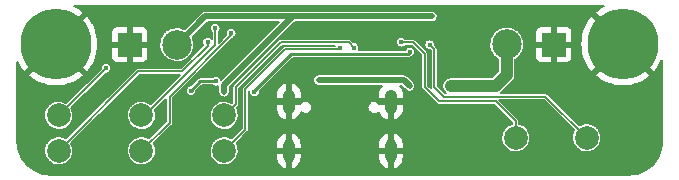
<source format=gbl>
G04 #@! TF.GenerationSoftware,KiCad,Pcbnew,(5.99.0-12267-gfe608bfcef)*
G04 #@! TF.CreationDate,2021-11-07T23:22:06+01:00*
G04 #@! TF.ProjectId,MinCab,4d696e43-6162-42e6-9b69-6361645f7063,rev?*
G04 #@! TF.SameCoordinates,Original*
G04 #@! TF.FileFunction,Copper,L2,Bot*
G04 #@! TF.FilePolarity,Positive*
%FSLAX46Y46*%
G04 Gerber Fmt 4.6, Leading zero omitted, Abs format (unit mm)*
G04 Created by KiCad (PCBNEW (5.99.0-12267-gfe608bfcef)) date 2021-11-07 23:22:06*
%MOMM*%
%LPD*%
G01*
G04 APERTURE LIST*
G04 #@! TA.AperFunction,ComponentPad*
%ADD10C,6.000000*%
G04 #@! TD*
G04 #@! TA.AperFunction,ComponentPad*
%ADD11O,1.050000X2.100000*%
G04 #@! TD*
G04 #@! TA.AperFunction,ComponentPad*
%ADD12O,1.000000X2.000000*%
G04 #@! TD*
G04 #@! TA.AperFunction,SMDPad,CuDef*
%ADD13R,2.000000X2.000000*%
G04 #@! TD*
G04 #@! TA.AperFunction,SMDPad,CuDef*
%ADD14C,2.000000*%
G04 #@! TD*
G04 #@! TA.AperFunction,SMDPad,CuDef*
%ADD15C,2.500000*%
G04 #@! TD*
G04 #@! TA.AperFunction,ViaPad*
%ADD16C,0.450000*%
G04 #@! TD*
G04 #@! TA.AperFunction,Conductor*
%ADD17C,0.230000*%
G04 #@! TD*
G04 #@! TA.AperFunction,Conductor*
%ADD18C,0.130000*%
G04 #@! TD*
G04 #@! TA.AperFunction,Conductor*
%ADD19C,1.000000*%
G04 #@! TD*
G04 #@! TA.AperFunction,Conductor*
%ADD20C,0.500000*%
G04 #@! TD*
G04 #@! TA.AperFunction,Conductor*
%ADD21C,0.160000*%
G04 #@! TD*
G04 #@! TA.AperFunction,Conductor*
%ADD22C,0.200000*%
G04 #@! TD*
G04 APERTURE END LIST*
D10*
X120750000Y-82950000D03*
X168750000Y-82950000D03*
D11*
X140480000Y-87820000D03*
D12*
X140480000Y-92000000D03*
X149120000Y-92000000D03*
D11*
X149120000Y-87820000D03*
D13*
X127000000Y-83000000D03*
D14*
X135000000Y-92000000D03*
X135000000Y-89000000D03*
X121000000Y-89000000D03*
X165700000Y-90900000D03*
D15*
X131000000Y-83000000D03*
D14*
X128000000Y-92000000D03*
D13*
X162910000Y-83000000D03*
D14*
X159700000Y-90900000D03*
X121000000Y-92000000D03*
D15*
X158940000Y-82980000D03*
D14*
X128000000Y-89000000D03*
D16*
X132200000Y-86900000D03*
X134300000Y-86100000D03*
X143850000Y-84270000D03*
X151250000Y-84150000D03*
X145500000Y-88650000D03*
X149080000Y-83310000D03*
X150725000Y-83625000D03*
X137575000Y-86975000D03*
X134250000Y-81625000D03*
X144834086Y-83260543D03*
X145999474Y-83250496D03*
X133600000Y-82800000D03*
X150000000Y-82800000D03*
X152400000Y-83000000D03*
X135600000Y-82025000D03*
X125000000Y-85000000D03*
X150700000Y-86500000D03*
X143000000Y-86000000D03*
X154200000Y-86500000D03*
X155600000Y-86500000D03*
X152600000Y-80600000D03*
X135000000Y-87000000D03*
D17*
X134300000Y-86100000D02*
X133000000Y-86100000D01*
X133000000Y-86100000D02*
X132200000Y-86900000D01*
X140700000Y-83800000D02*
X137575000Y-86925000D01*
X150550000Y-83800000D02*
X140700000Y-83800000D01*
X150725000Y-83625000D02*
X150550000Y-83800000D01*
X137575000Y-86925000D02*
X137575000Y-86975000D01*
D18*
X134250000Y-81625000D02*
X134250000Y-83030000D01*
X134250000Y-83030000D02*
X128280000Y-89000000D01*
X128280000Y-89000000D02*
X128000000Y-89000000D01*
X140200000Y-83400000D02*
X136800000Y-86800000D01*
X136800000Y-86800000D02*
X136800000Y-90200000D01*
X144834086Y-83260543D02*
X144694629Y-83400000D01*
X144694629Y-83400000D02*
X140200000Y-83400000D01*
X136800000Y-90200000D02*
X135000000Y-92000000D01*
X136000000Y-88000000D02*
X135000000Y-89000000D01*
X136000000Y-86600000D02*
X136000000Y-88000000D01*
X145548978Y-82800000D02*
X139800000Y-82800000D01*
X139800000Y-82800000D02*
X136000000Y-86600000D01*
X145999474Y-83250496D02*
X145548978Y-82800000D01*
X133600000Y-83120000D02*
X131459980Y-85260020D01*
X127739980Y-85260020D02*
X121000000Y-92000000D01*
X131459980Y-85260020D02*
X127739980Y-85260020D01*
X133600000Y-82800000D02*
X133600000Y-83120000D01*
X151000000Y-82800000D02*
X150000000Y-82800000D01*
X159700000Y-90900000D02*
X159700000Y-89500000D01*
X152000000Y-85400000D02*
X152000000Y-83800000D01*
X152000000Y-86600000D02*
X152000000Y-85400000D01*
X159700000Y-89500000D02*
X158000000Y-87800000D01*
X152000000Y-83800000D02*
X151000000Y-82800000D01*
X153200000Y-87800000D02*
X152000000Y-86600000D01*
X158000000Y-87800000D02*
X153200000Y-87800000D01*
X152800000Y-83400000D02*
X152400000Y-83000000D01*
X165700000Y-90900000D02*
X162200000Y-87400000D01*
X152800000Y-86600000D02*
X152800000Y-84800000D01*
X152800000Y-84800000D02*
X152800000Y-83400000D01*
X162200000Y-87400000D02*
X153600000Y-87400000D01*
X153600000Y-87400000D02*
X152800000Y-86600000D01*
X135600000Y-82025000D02*
X135600000Y-82200000D01*
X130400000Y-87400000D02*
X130400000Y-89600000D01*
X135600000Y-82200000D02*
X130400000Y-87400000D01*
X130400000Y-89600000D02*
X128000000Y-92000000D01*
X125000000Y-85000000D02*
X121000000Y-89000000D01*
D19*
X155600000Y-86500000D02*
X154200000Y-86500000D01*
X158940000Y-85570000D02*
X158940000Y-82980000D01*
X158010000Y-86500000D02*
X158940000Y-85570000D01*
D20*
X150200000Y-86000000D02*
X150700000Y-86500000D01*
X143000000Y-86000000D02*
X150200000Y-86000000D01*
D19*
X155600000Y-86500000D02*
X158010000Y-86500000D01*
D20*
X140800000Y-80600000D02*
X141500000Y-80600000D01*
X141500000Y-80600000D02*
X133400000Y-80600000D01*
X141500000Y-80600000D02*
X152600000Y-80600000D01*
X135000000Y-86400000D02*
X140800000Y-80600000D01*
X135000000Y-87000000D02*
X135000000Y-86400000D01*
X133400000Y-80600000D02*
X131000000Y-83000000D01*
D21*
X166957728Y-79837424D02*
X166950566Y-79841559D01*
X166642193Y-80041819D01*
X166635504Y-80046679D01*
X166404572Y-80233683D01*
X166376739Y-80280004D01*
X166385193Y-80333378D01*
X166398427Y-80350939D01*
X171349061Y-85301573D01*
X171398037Y-85324411D01*
X171450235Y-85310425D01*
X171466317Y-85295428D01*
X171653321Y-85064496D01*
X171658181Y-85057807D01*
X171858441Y-84749434D01*
X171862576Y-84742272D01*
X172029505Y-84414655D01*
X172032868Y-84407101D01*
X172061000Y-84333815D01*
X172061000Y-91172852D01*
X172058894Y-91182010D01*
X172058833Y-91217151D01*
X172059698Y-91220972D01*
X172043516Y-91509121D01*
X171991653Y-91814358D01*
X171905946Y-92111851D01*
X171787462Y-92397900D01*
X171637696Y-92668879D01*
X171458540Y-92921376D01*
X171252234Y-93152234D01*
X171021376Y-93358540D01*
X170768879Y-93537696D01*
X170497900Y-93687462D01*
X170211851Y-93805946D01*
X169914358Y-93891653D01*
X169609120Y-93943516D01*
X169321381Y-93959674D01*
X169317987Y-93958894D01*
X169282850Y-93958833D01*
X169273274Y-93961000D01*
X120327148Y-93961000D01*
X120317990Y-93958894D01*
X120282849Y-93958833D01*
X120279028Y-93959698D01*
X119990879Y-93943516D01*
X119685642Y-93891653D01*
X119388149Y-93805946D01*
X119102100Y-93687462D01*
X118831121Y-93537696D01*
X118578624Y-93358540D01*
X118347766Y-93152234D01*
X118141460Y-92921376D01*
X117962304Y-92668879D01*
X117812538Y-92397900D01*
X117694054Y-92111851D01*
X117654529Y-91974658D01*
X119756096Y-91974658D01*
X119770046Y-92187487D01*
X119772308Y-92201766D01*
X119824809Y-92408489D01*
X119829635Y-92422117D01*
X119918929Y-92615810D01*
X119926157Y-92628330D01*
X120049253Y-92802508D01*
X120058643Y-92813502D01*
X120211420Y-92962330D01*
X120222655Y-92971428D01*
X120399995Y-93089923D01*
X120412700Y-93096821D01*
X120608664Y-93181014D01*
X120622414Y-93185482D01*
X120830440Y-93232553D01*
X120844773Y-93234440D01*
X121057894Y-93242814D01*
X121072332Y-93242057D01*
X121283410Y-93211452D01*
X121297468Y-93208078D01*
X121499434Y-93139520D01*
X121512641Y-93133639D01*
X121698732Y-93029423D01*
X121710647Y-93021234D01*
X121874629Y-92884851D01*
X121884851Y-92874629D01*
X122021234Y-92710647D01*
X122029423Y-92698732D01*
X122133639Y-92512641D01*
X122139520Y-92499434D01*
X122208078Y-92297468D01*
X122211452Y-92283410D01*
X122242057Y-92072332D01*
X122242848Y-92063064D01*
X122244445Y-92002068D01*
X122244141Y-91992771D01*
X122224625Y-91780381D01*
X122221990Y-91766166D01*
X122164096Y-91560888D01*
X122158915Y-91547391D01*
X122067865Y-91362762D01*
X127866107Y-85564520D01*
X131284852Y-85564520D01*
X128798920Y-88050453D01*
X128763119Y-88017358D01*
X128751650Y-88008557D01*
X128571269Y-87894745D01*
X128558387Y-87888181D01*
X128360286Y-87809146D01*
X128346424Y-87805040D01*
X128137237Y-87763431D01*
X128122859Y-87761920D01*
X127909592Y-87759128D01*
X127895180Y-87760262D01*
X127684976Y-87796381D01*
X127671011Y-87800123D01*
X127470908Y-87873945D01*
X127457859Y-87880169D01*
X127274561Y-87989220D01*
X127262865Y-87997718D01*
X127102508Y-88138347D01*
X127092556Y-88148834D01*
X126960513Y-88316330D01*
X126952639Y-88328454D01*
X126853330Y-88517209D01*
X126847797Y-88530566D01*
X126784549Y-88734258D01*
X126781544Y-88748400D01*
X126756475Y-88960206D01*
X126756096Y-88974658D01*
X126770046Y-89187487D01*
X126772308Y-89201766D01*
X126824809Y-89408489D01*
X126829635Y-89422117D01*
X126918929Y-89615810D01*
X126926157Y-89628330D01*
X127049253Y-89802508D01*
X127058643Y-89813502D01*
X127211420Y-89962330D01*
X127222655Y-89971428D01*
X127399995Y-90089923D01*
X127412700Y-90096821D01*
X127608664Y-90181014D01*
X127622414Y-90185482D01*
X127830440Y-90232553D01*
X127844773Y-90234440D01*
X128057894Y-90242814D01*
X128072332Y-90242057D01*
X128283410Y-90211452D01*
X128297468Y-90208078D01*
X128499434Y-90139520D01*
X128512641Y-90133639D01*
X128698732Y-90029423D01*
X128710647Y-90021234D01*
X128874629Y-89884851D01*
X128884851Y-89874629D01*
X129021234Y-89710647D01*
X129029423Y-89698732D01*
X129133639Y-89512641D01*
X129139520Y-89499434D01*
X129208078Y-89297468D01*
X129211452Y-89283410D01*
X129242057Y-89072332D01*
X129242848Y-89063064D01*
X129244445Y-89002068D01*
X129244141Y-88992771D01*
X129224625Y-88780381D01*
X129221990Y-88766166D01*
X129164096Y-88560888D01*
X129160114Y-88550514D01*
X130095500Y-87615128D01*
X130095500Y-89473873D01*
X128634643Y-90934730D01*
X128571268Y-90894744D01*
X128558387Y-90888181D01*
X128360286Y-90809146D01*
X128346424Y-90805040D01*
X128137237Y-90763431D01*
X128122859Y-90761920D01*
X127909592Y-90759128D01*
X127895180Y-90760262D01*
X127684976Y-90796381D01*
X127671011Y-90800123D01*
X127470908Y-90873945D01*
X127457859Y-90880169D01*
X127274561Y-90989220D01*
X127262865Y-90997718D01*
X127102508Y-91138347D01*
X127092556Y-91148834D01*
X126960513Y-91316330D01*
X126952639Y-91328454D01*
X126853330Y-91517209D01*
X126847797Y-91530566D01*
X126784549Y-91734258D01*
X126781544Y-91748400D01*
X126756475Y-91960206D01*
X126756096Y-91974658D01*
X126770046Y-92187487D01*
X126772308Y-92201766D01*
X126824809Y-92408489D01*
X126829635Y-92422117D01*
X126918929Y-92615810D01*
X126926157Y-92628330D01*
X127049253Y-92802508D01*
X127058643Y-92813502D01*
X127211420Y-92962330D01*
X127222655Y-92971428D01*
X127399995Y-93089923D01*
X127412700Y-93096821D01*
X127608664Y-93181014D01*
X127622414Y-93185482D01*
X127830440Y-93232553D01*
X127844773Y-93234440D01*
X128057894Y-93242814D01*
X128072332Y-93242057D01*
X128283410Y-93211452D01*
X128297468Y-93208078D01*
X128499434Y-93139520D01*
X128512641Y-93133639D01*
X128698732Y-93029423D01*
X128710647Y-93021234D01*
X128874629Y-92884851D01*
X128884851Y-92874629D01*
X129021234Y-92710647D01*
X129029423Y-92698732D01*
X129133639Y-92512641D01*
X129139520Y-92499434D01*
X129208078Y-92297468D01*
X129211452Y-92283410D01*
X129242057Y-92072332D01*
X129242848Y-92063064D01*
X129244445Y-92002068D01*
X129244141Y-91992771D01*
X129224625Y-91780381D01*
X129221990Y-91766166D01*
X129164096Y-91560888D01*
X129158915Y-91547391D01*
X129067865Y-91362762D01*
X130609669Y-89820958D01*
X130639370Y-89794215D01*
X130658679Y-89767640D01*
X130668429Y-89745742D01*
X130681481Y-89725643D01*
X130693253Y-89694976D01*
X130694480Y-89687229D01*
X130697670Y-89680064D01*
X130704500Y-89647932D01*
X130704500Y-89623963D01*
X130708249Y-89600292D01*
X130706530Y-89567488D01*
X130704500Y-89559912D01*
X130704500Y-88974658D01*
X133756096Y-88974658D01*
X133770046Y-89187487D01*
X133772308Y-89201766D01*
X133824809Y-89408489D01*
X133829635Y-89422117D01*
X133918929Y-89615810D01*
X133926157Y-89628330D01*
X134049253Y-89802508D01*
X134058643Y-89813502D01*
X134211420Y-89962330D01*
X134222655Y-89971428D01*
X134399995Y-90089923D01*
X134412700Y-90096821D01*
X134608664Y-90181014D01*
X134622414Y-90185482D01*
X134830440Y-90232553D01*
X134844773Y-90234440D01*
X135057894Y-90242814D01*
X135072332Y-90242057D01*
X135283410Y-90211452D01*
X135297468Y-90208078D01*
X135499434Y-90139520D01*
X135512641Y-90133639D01*
X135698732Y-90029423D01*
X135710647Y-90021234D01*
X135874629Y-89884851D01*
X135884851Y-89874629D01*
X136021234Y-89710647D01*
X136029423Y-89698732D01*
X136133639Y-89512641D01*
X136139520Y-89499434D01*
X136208078Y-89297468D01*
X136211452Y-89283410D01*
X136242057Y-89072332D01*
X136242848Y-89063064D01*
X136244445Y-89002068D01*
X136244141Y-88992771D01*
X136224625Y-88780381D01*
X136221990Y-88766166D01*
X136164096Y-88560888D01*
X136158915Y-88547391D01*
X136067865Y-88362762D01*
X136209669Y-88220958D01*
X136239370Y-88194215D01*
X136258679Y-88167640D01*
X136268429Y-88145742D01*
X136281481Y-88125643D01*
X136293253Y-88094976D01*
X136294480Y-88087229D01*
X136297670Y-88080064D01*
X136304500Y-88047932D01*
X136304500Y-88023963D01*
X136308249Y-88000292D01*
X136306530Y-87967488D01*
X136304500Y-87959912D01*
X136304500Y-86726128D01*
X139926127Y-83104500D01*
X140120117Y-83104500D01*
X140113249Y-83107136D01*
X140089807Y-83112119D01*
X140059798Y-83125480D01*
X140053452Y-83130090D01*
X140046128Y-83132902D01*
X140018579Y-83150793D01*
X140001631Y-83167741D01*
X139982242Y-83181828D01*
X139960261Y-83206240D01*
X139956339Y-83213033D01*
X136590331Y-86579042D01*
X136560630Y-86605785D01*
X136541321Y-86632361D01*
X136531574Y-86654253D01*
X136518520Y-86674354D01*
X136506746Y-86705025D01*
X136505519Y-86712773D01*
X136502330Y-86719935D01*
X136495500Y-86752068D01*
X136495500Y-86776036D01*
X136491751Y-86799707D01*
X136493470Y-86832511D01*
X136495500Y-86840087D01*
X136495500Y-90073873D01*
X135634643Y-90934730D01*
X135571268Y-90894744D01*
X135558387Y-90888181D01*
X135360286Y-90809146D01*
X135346424Y-90805040D01*
X135137237Y-90763431D01*
X135122859Y-90761920D01*
X134909592Y-90759128D01*
X134895180Y-90760262D01*
X134684976Y-90796381D01*
X134671011Y-90800123D01*
X134470908Y-90873945D01*
X134457859Y-90880169D01*
X134274561Y-90989220D01*
X134262865Y-90997718D01*
X134102508Y-91138347D01*
X134092556Y-91148834D01*
X133960513Y-91316330D01*
X133952639Y-91328454D01*
X133853330Y-91517209D01*
X133847797Y-91530566D01*
X133784549Y-91734258D01*
X133781544Y-91748400D01*
X133756475Y-91960206D01*
X133756096Y-91974658D01*
X133770046Y-92187487D01*
X133772308Y-92201766D01*
X133824809Y-92408489D01*
X133829635Y-92422117D01*
X133918929Y-92615810D01*
X133926157Y-92628330D01*
X134049253Y-92802508D01*
X134058643Y-92813502D01*
X134211420Y-92962330D01*
X134222655Y-92971428D01*
X134399995Y-93089923D01*
X134412700Y-93096821D01*
X134608664Y-93181014D01*
X134622414Y-93185482D01*
X134830440Y-93232553D01*
X134844773Y-93234440D01*
X135057894Y-93242814D01*
X135072332Y-93242057D01*
X135283410Y-93211452D01*
X135297468Y-93208078D01*
X135499434Y-93139520D01*
X135512641Y-93133639D01*
X135698732Y-93029423D01*
X135710647Y-93021234D01*
X135874629Y-92884851D01*
X135884851Y-92874629D01*
X136021234Y-92710647D01*
X136029423Y-92698732D01*
X136133639Y-92512641D01*
X136139520Y-92499434D01*
X136208078Y-92297468D01*
X136211452Y-92283410D01*
X136215716Y-92254000D01*
X139393000Y-92254000D01*
X139393000Y-92549740D01*
X139393377Y-92557449D01*
X139407790Y-92704445D01*
X139410785Y-92719570D01*
X139467921Y-92908811D01*
X139473796Y-92923065D01*
X139566600Y-93097606D01*
X139575132Y-93110448D01*
X139700071Y-93263638D01*
X139710936Y-93274579D01*
X139863250Y-93400584D01*
X139876032Y-93409205D01*
X140049920Y-93503226D01*
X140064133Y-93509201D01*
X140202639Y-93552075D01*
X140256614Y-93549435D01*
X140296264Y-93512718D01*
X140305000Y-93476608D01*
X140305000Y-92254000D01*
X140655000Y-92254000D01*
X140655000Y-93476039D01*
X140673482Y-93526819D01*
X140720282Y-93553839D01*
X140756305Y-93551825D01*
X140881735Y-93514909D01*
X140896030Y-93509133D01*
X141071214Y-93417549D01*
X141084116Y-93409107D01*
X141238175Y-93285241D01*
X141249191Y-93274453D01*
X141376256Y-93123022D01*
X141384966Y-93110301D01*
X141480199Y-92937074D01*
X141486273Y-92922902D01*
X141546045Y-92734476D01*
X141549251Y-92719395D01*
X141566508Y-92565545D01*
X141567000Y-92556739D01*
X141567000Y-92254000D01*
X148033000Y-92254000D01*
X148033000Y-92549740D01*
X148033377Y-92557449D01*
X148047790Y-92704445D01*
X148050785Y-92719570D01*
X148107921Y-92908811D01*
X148113796Y-92923065D01*
X148206600Y-93097606D01*
X148215132Y-93110448D01*
X148340071Y-93263638D01*
X148350936Y-93274579D01*
X148503250Y-93400584D01*
X148516032Y-93409205D01*
X148689920Y-93503226D01*
X148704133Y-93509201D01*
X148842639Y-93552075D01*
X148896614Y-93549435D01*
X148936264Y-93512718D01*
X148945000Y-93476608D01*
X148945000Y-92254000D01*
X149295000Y-92254000D01*
X149295000Y-93476039D01*
X149313482Y-93526819D01*
X149360282Y-93553839D01*
X149396305Y-93551825D01*
X149521735Y-93514909D01*
X149536030Y-93509133D01*
X149711214Y-93417549D01*
X149724116Y-93409107D01*
X149878175Y-93285241D01*
X149889191Y-93274453D01*
X150016256Y-93123022D01*
X150024966Y-93110301D01*
X150120199Y-92937074D01*
X150126273Y-92922902D01*
X150186045Y-92734476D01*
X150189251Y-92719395D01*
X150206508Y-92565545D01*
X150207000Y-92556739D01*
X150207000Y-92254000D01*
X150188518Y-92203220D01*
X150141718Y-92176200D01*
X150128000Y-92175000D01*
X149374000Y-92175000D01*
X149323220Y-92193482D01*
X149296200Y-92240282D01*
X149295000Y-92254000D01*
X148945000Y-92254000D01*
X148926518Y-92203220D01*
X148879718Y-92176200D01*
X148866000Y-92175000D01*
X148112000Y-92175000D01*
X148061220Y-92193482D01*
X148034200Y-92240282D01*
X148033000Y-92254000D01*
X141567000Y-92254000D01*
X141548518Y-92203220D01*
X141501718Y-92176200D01*
X141488000Y-92175000D01*
X140734000Y-92175000D01*
X140683220Y-92193482D01*
X140656200Y-92240282D01*
X140655000Y-92254000D01*
X140305000Y-92254000D01*
X140286518Y-92203220D01*
X140239718Y-92176200D01*
X140226000Y-92175000D01*
X139472000Y-92175000D01*
X139421220Y-92193482D01*
X139394200Y-92240282D01*
X139393000Y-92254000D01*
X136215716Y-92254000D01*
X136242057Y-92072332D01*
X136242848Y-92063064D01*
X136244445Y-92002068D01*
X136244141Y-91992771D01*
X136224625Y-91780381D01*
X136221990Y-91766166D01*
X136164096Y-91560888D01*
X136158915Y-91547391D01*
X136107563Y-91443261D01*
X139393000Y-91443261D01*
X139393000Y-91746000D01*
X139411482Y-91796780D01*
X139458282Y-91823800D01*
X139472000Y-91825000D01*
X140226000Y-91825000D01*
X140276780Y-91806518D01*
X140303800Y-91759718D01*
X140305000Y-91746000D01*
X140305000Y-90523961D01*
X140304793Y-90523392D01*
X140655000Y-90523392D01*
X140655000Y-91746000D01*
X140673482Y-91796780D01*
X140720282Y-91823800D01*
X140734000Y-91825000D01*
X141488000Y-91825000D01*
X141538780Y-91806518D01*
X141565800Y-91759718D01*
X141567000Y-91746000D01*
X141567000Y-91450260D01*
X141566658Y-91443261D01*
X148033000Y-91443261D01*
X148033000Y-91746000D01*
X148051482Y-91796780D01*
X148098282Y-91823800D01*
X148112000Y-91825000D01*
X148866000Y-91825000D01*
X148916780Y-91806518D01*
X148943800Y-91759718D01*
X148945000Y-91746000D01*
X148945000Y-90523961D01*
X148944793Y-90523392D01*
X149295000Y-90523392D01*
X149295000Y-91746000D01*
X149313482Y-91796780D01*
X149360282Y-91823800D01*
X149374000Y-91825000D01*
X150128000Y-91825000D01*
X150178780Y-91806518D01*
X150205800Y-91759718D01*
X150207000Y-91746000D01*
X150207000Y-91450260D01*
X150206623Y-91442551D01*
X150192210Y-91295555D01*
X150189215Y-91280430D01*
X150132079Y-91091189D01*
X150126204Y-91076935D01*
X150033400Y-90902394D01*
X150024868Y-90889552D01*
X149899929Y-90736362D01*
X149889064Y-90725421D01*
X149736750Y-90599416D01*
X149723968Y-90590795D01*
X149550080Y-90496774D01*
X149535867Y-90490799D01*
X149397361Y-90447925D01*
X149343386Y-90450565D01*
X149303736Y-90487282D01*
X149295000Y-90523392D01*
X148944793Y-90523392D01*
X148926518Y-90473181D01*
X148879718Y-90446161D01*
X148843695Y-90448175D01*
X148718265Y-90485091D01*
X148703970Y-90490867D01*
X148528786Y-90582451D01*
X148515884Y-90590893D01*
X148361825Y-90714759D01*
X148350809Y-90725547D01*
X148223744Y-90876978D01*
X148215034Y-90889699D01*
X148119801Y-91062926D01*
X148113727Y-91077098D01*
X148053955Y-91265524D01*
X148050749Y-91280605D01*
X148033492Y-91434455D01*
X148033000Y-91443261D01*
X141566658Y-91443261D01*
X141566623Y-91442551D01*
X141552210Y-91295555D01*
X141549215Y-91280430D01*
X141492079Y-91091189D01*
X141486204Y-91076935D01*
X141393400Y-90902394D01*
X141384868Y-90889552D01*
X141259929Y-90736362D01*
X141249064Y-90725421D01*
X141096750Y-90599416D01*
X141083968Y-90590795D01*
X140910080Y-90496774D01*
X140895867Y-90490799D01*
X140757361Y-90447925D01*
X140703386Y-90450565D01*
X140663736Y-90487282D01*
X140655000Y-90523392D01*
X140304793Y-90523392D01*
X140286518Y-90473181D01*
X140239718Y-90446161D01*
X140203695Y-90448175D01*
X140078265Y-90485091D01*
X140063970Y-90490867D01*
X139888786Y-90582451D01*
X139875884Y-90590893D01*
X139721825Y-90714759D01*
X139710809Y-90725547D01*
X139583744Y-90876978D01*
X139575034Y-90889699D01*
X139479801Y-91062926D01*
X139473727Y-91077098D01*
X139413955Y-91265524D01*
X139410749Y-91280605D01*
X139393492Y-91434455D01*
X139393000Y-91443261D01*
X136107563Y-91443261D01*
X136067865Y-91362762D01*
X137009669Y-90420958D01*
X137039370Y-90394215D01*
X137058679Y-90367640D01*
X137068427Y-90345745D01*
X137081481Y-90325644D01*
X137093252Y-90294977D01*
X137094479Y-90287231D01*
X137097670Y-90280064D01*
X137104500Y-90247932D01*
X137104500Y-90223963D01*
X137108249Y-90200294D01*
X137106530Y-90167489D01*
X137104500Y-90159913D01*
X137104500Y-88074000D01*
X139368000Y-88074000D01*
X139368000Y-88395972D01*
X139368377Y-88403681D01*
X139383148Y-88554324D01*
X139386143Y-88569448D01*
X139444695Y-88763383D01*
X139450570Y-88777638D01*
X139545676Y-88956507D01*
X139554208Y-88969349D01*
X139682246Y-89126339D01*
X139693111Y-89137280D01*
X139849203Y-89266410D01*
X139861985Y-89275031D01*
X140040186Y-89371384D01*
X140054399Y-89377359D01*
X140202639Y-89423247D01*
X140256614Y-89420607D01*
X140296264Y-89383891D01*
X140305000Y-89347780D01*
X140305000Y-88074000D01*
X140655000Y-88074000D01*
X140655000Y-89347101D01*
X140673482Y-89397881D01*
X140720282Y-89424901D01*
X140756305Y-89422887D01*
X140891146Y-89383201D01*
X140905441Y-89377425D01*
X141084970Y-89283570D01*
X141097872Y-89275128D01*
X141255751Y-89148189D01*
X141266766Y-89137401D01*
X141396983Y-88982215D01*
X141405694Y-88969494D01*
X141503289Y-88791970D01*
X141509363Y-88777798D01*
X141522504Y-88736373D01*
X141522597Y-88736484D01*
X141539295Y-88751414D01*
X141655062Y-88828475D01*
X141675279Y-88838118D01*
X141808021Y-88879589D01*
X141830131Y-88883170D01*
X141969178Y-88885719D01*
X141991406Y-88882950D01*
X142125578Y-88846370D01*
X142146134Y-88837475D01*
X142264647Y-88764708D01*
X142281881Y-88750400D01*
X142375207Y-88647295D01*
X142387732Y-88628725D01*
X142448369Y-88503571D01*
X142455179Y-88482233D01*
X142478252Y-88345091D01*
X142479341Y-88332946D01*
X142479447Y-88324251D01*
X147121211Y-88324251D01*
X147139243Y-88462146D01*
X147145266Y-88483720D01*
X147201275Y-88611012D01*
X147213112Y-88630028D01*
X147302597Y-88736484D01*
X147319295Y-88751414D01*
X147435062Y-88828475D01*
X147455279Y-88838118D01*
X147588021Y-88879589D01*
X147610131Y-88883170D01*
X147749178Y-88885719D01*
X147771406Y-88882950D01*
X147905578Y-88846370D01*
X147926134Y-88837475D01*
X148044647Y-88764708D01*
X148061881Y-88750400D01*
X148076049Y-88734747D01*
X148084695Y-88763383D01*
X148090570Y-88777638D01*
X148185676Y-88956507D01*
X148194208Y-88969349D01*
X148322246Y-89126339D01*
X148333111Y-89137280D01*
X148489203Y-89266410D01*
X148501985Y-89275031D01*
X148680186Y-89371384D01*
X148694399Y-89377359D01*
X148842639Y-89423247D01*
X148896614Y-89420607D01*
X148936264Y-89383891D01*
X148945000Y-89347780D01*
X148945000Y-88074000D01*
X149295000Y-88074000D01*
X149295000Y-89347101D01*
X149313482Y-89397881D01*
X149360282Y-89424901D01*
X149396305Y-89422887D01*
X149531146Y-89383201D01*
X149545441Y-89377425D01*
X149724970Y-89283570D01*
X149737872Y-89275128D01*
X149895751Y-89148189D01*
X149906766Y-89137401D01*
X150036983Y-88982215D01*
X150045694Y-88969494D01*
X150143289Y-88791970D01*
X150149363Y-88777798D01*
X150210617Y-88584699D01*
X150213823Y-88569618D01*
X150231508Y-88411956D01*
X150232000Y-88403150D01*
X150232000Y-88074000D01*
X150213518Y-88023220D01*
X150166718Y-87996200D01*
X150153000Y-87995000D01*
X149374000Y-87995000D01*
X149323220Y-88013482D01*
X149296200Y-88060282D01*
X149295000Y-88074000D01*
X148945000Y-88074000D01*
X148926518Y-88023220D01*
X148879718Y-87996200D01*
X148866000Y-87995000D01*
X148155165Y-87995000D01*
X148072286Y-87898814D01*
X148055406Y-87884089D01*
X147938706Y-87808449D01*
X147918373Y-87799054D01*
X147785134Y-87759207D01*
X147762982Y-87755896D01*
X147623915Y-87755046D01*
X147601723Y-87758086D01*
X147468008Y-87796302D01*
X147447561Y-87805449D01*
X147329946Y-87879659D01*
X147312889Y-87894175D01*
X147220829Y-87998412D01*
X147208531Y-88017134D01*
X147149428Y-88143020D01*
X147142879Y-88164440D01*
X147121484Y-88301854D01*
X147121211Y-88324251D01*
X142479447Y-88324251D01*
X142479487Y-88320962D01*
X142478695Y-88308801D01*
X142458980Y-88171136D01*
X142452693Y-88149637D01*
X142395132Y-88023039D01*
X142383065Y-88004169D01*
X142292286Y-87898814D01*
X142275406Y-87884089D01*
X142158706Y-87808449D01*
X142138373Y-87799054D01*
X142005134Y-87759207D01*
X141982982Y-87755896D01*
X141843915Y-87755046D01*
X141821723Y-87758086D01*
X141688008Y-87796302D01*
X141667561Y-87805449D01*
X141549946Y-87879659D01*
X141532889Y-87894175D01*
X141443842Y-87995000D01*
X140734000Y-87995000D01*
X140683220Y-88013482D01*
X140656200Y-88060282D01*
X140655000Y-88074000D01*
X140305000Y-88074000D01*
X140286518Y-88023220D01*
X140239718Y-87996200D01*
X140226000Y-87995000D01*
X139447000Y-87995000D01*
X139396220Y-88013482D01*
X139369200Y-88060282D01*
X139368000Y-88074000D01*
X137104500Y-88074000D01*
X137104500Y-86926128D01*
X137113948Y-86916680D01*
X137106668Y-86962642D01*
X137106668Y-86987358D01*
X137125771Y-87107969D01*
X137133409Y-87131476D01*
X137188848Y-87240281D01*
X137203376Y-87260277D01*
X137289723Y-87346624D01*
X137309719Y-87361152D01*
X137418524Y-87416591D01*
X137442031Y-87424229D01*
X137562642Y-87443332D01*
X137587358Y-87443332D01*
X137707969Y-87424229D01*
X137731476Y-87416591D01*
X137840281Y-87361152D01*
X137860277Y-87346624D01*
X137946624Y-87260277D01*
X137961152Y-87240281D01*
X137962900Y-87236850D01*
X139368000Y-87236850D01*
X139368000Y-87566000D01*
X139386482Y-87616780D01*
X139433282Y-87643800D01*
X139447000Y-87645000D01*
X140226000Y-87645000D01*
X140276780Y-87626518D01*
X140303800Y-87579718D01*
X140305000Y-87566000D01*
X140305000Y-86292899D01*
X140304753Y-86292220D01*
X140655000Y-86292220D01*
X140655000Y-87566000D01*
X140673482Y-87616780D01*
X140720282Y-87643800D01*
X140734000Y-87645000D01*
X141513000Y-87645000D01*
X141563780Y-87626518D01*
X141590800Y-87579718D01*
X141592000Y-87566000D01*
X141592000Y-87244028D01*
X141591623Y-87236319D01*
X141576852Y-87085676D01*
X141573857Y-87070552D01*
X141515305Y-86876617D01*
X141509430Y-86862362D01*
X141414324Y-86683493D01*
X141405792Y-86670651D01*
X141277754Y-86513661D01*
X141266889Y-86502720D01*
X141110797Y-86373590D01*
X141098015Y-86364969D01*
X140919814Y-86268616D01*
X140905601Y-86262641D01*
X140757361Y-86216753D01*
X140703386Y-86219393D01*
X140663736Y-86256109D01*
X140655000Y-86292220D01*
X140304753Y-86292220D01*
X140286518Y-86242119D01*
X140239718Y-86215099D01*
X140203695Y-86217113D01*
X140068854Y-86256799D01*
X140054559Y-86262575D01*
X139875030Y-86356430D01*
X139862128Y-86364872D01*
X139704249Y-86491811D01*
X139693234Y-86502599D01*
X139563017Y-86657785D01*
X139554306Y-86670506D01*
X139456711Y-86848030D01*
X139450637Y-86862202D01*
X139389383Y-87055301D01*
X139386177Y-87070382D01*
X139368492Y-87228044D01*
X139368000Y-87236850D01*
X137962900Y-87236850D01*
X138016591Y-87131476D01*
X138024229Y-87107969D01*
X138043332Y-86987358D01*
X138043332Y-86962641D01*
X138042698Y-86958640D01*
X139013696Y-85987642D01*
X142506356Y-85987642D01*
X142506356Y-86012358D01*
X142526698Y-86140791D01*
X142534335Y-86164298D01*
X142593369Y-86280159D01*
X142607898Y-86300155D01*
X142699845Y-86392102D01*
X142719841Y-86406631D01*
X142835702Y-86465665D01*
X142859209Y-86473302D01*
X142955335Y-86488527D01*
X142967693Y-86489500D01*
X148347123Y-86489500D01*
X148344249Y-86491811D01*
X148333234Y-86502599D01*
X148203017Y-86657785D01*
X148194306Y-86670506D01*
X148096711Y-86848030D01*
X148090637Y-86862202D01*
X148029383Y-87055301D01*
X148026177Y-87070382D01*
X148008492Y-87228044D01*
X148008000Y-87236850D01*
X148008000Y-87566000D01*
X148026482Y-87616780D01*
X148073282Y-87643800D01*
X148087000Y-87645000D01*
X150153000Y-87645000D01*
X150203780Y-87626518D01*
X150230800Y-87579718D01*
X150232000Y-87566000D01*
X150232000Y-87244028D01*
X150231623Y-87236319D01*
X150216852Y-87085676D01*
X150213857Y-87070552D01*
X150155305Y-86876617D01*
X150149430Y-86862362D01*
X150054324Y-86683493D01*
X150045792Y-86670651D01*
X149917754Y-86513661D01*
X149906889Y-86502720D01*
X149890909Y-86489500D01*
X149997243Y-86489500D01*
X150376716Y-86868973D01*
X150386142Y-86877024D01*
X150464879Y-86934230D01*
X150486902Y-86945452D01*
X150610572Y-86985634D01*
X150634984Y-86989500D01*
X150765017Y-86989500D01*
X150789429Y-86985634D01*
X150913098Y-86945452D01*
X150935121Y-86934230D01*
X151040321Y-86857798D01*
X151057798Y-86840321D01*
X151134230Y-86735121D01*
X151145452Y-86713098D01*
X151185634Y-86589429D01*
X151189500Y-86565017D01*
X151189500Y-86434984D01*
X151185634Y-86410572D01*
X151145452Y-86286902D01*
X151134230Y-86264879D01*
X151077024Y-86186142D01*
X151068973Y-86176716D01*
X150500155Y-85607898D01*
X150480160Y-85593370D01*
X150456553Y-85581341D01*
X150435120Y-85565770D01*
X150413098Y-85554549D01*
X150387902Y-85546362D01*
X150364299Y-85534336D01*
X150340791Y-85526698D01*
X150314624Y-85522554D01*
X150289429Y-85514367D01*
X150265016Y-85510500D01*
X142967693Y-85510500D01*
X142955335Y-85511473D01*
X142859209Y-85526698D01*
X142835702Y-85534335D01*
X142719841Y-85593369D01*
X142699845Y-85607898D01*
X142607898Y-85699845D01*
X142593369Y-85719841D01*
X142534335Y-85835702D01*
X142526698Y-85859209D01*
X142506356Y-85987642D01*
X139013696Y-85987642D01*
X140846838Y-84154500D01*
X150515087Y-84154500D01*
X150534588Y-84158379D01*
X150565412Y-84158379D01*
X150592543Y-84152982D01*
X150592545Y-84152982D01*
X150672907Y-84136997D01*
X150701385Y-84125201D01*
X150745225Y-84095908D01*
X150752722Y-84090899D01*
X150857969Y-84074229D01*
X150881476Y-84066591D01*
X150990281Y-84011152D01*
X151010277Y-83996624D01*
X151096624Y-83910277D01*
X151111152Y-83890281D01*
X151166591Y-83781476D01*
X151174229Y-83757969D01*
X151193332Y-83637358D01*
X151193332Y-83612642D01*
X151174229Y-83492031D01*
X151166591Y-83468524D01*
X151111152Y-83359719D01*
X151096624Y-83339723D01*
X151010277Y-83253376D01*
X150990281Y-83238848D01*
X150881476Y-83183409D01*
X150857969Y-83175771D01*
X150737358Y-83156668D01*
X150712642Y-83156668D01*
X150592031Y-83175771D01*
X150568524Y-83183409D01*
X150459719Y-83238848D01*
X150439723Y-83253376D01*
X150353376Y-83339723D01*
X150338848Y-83359719D01*
X150295140Y-83445500D01*
X146421434Y-83445500D01*
X146441065Y-83406972D01*
X146448703Y-83383465D01*
X146467806Y-83262854D01*
X146467806Y-83238138D01*
X146448703Y-83117527D01*
X146441065Y-83094020D01*
X146385626Y-82985215D01*
X146371098Y-82965219D01*
X146284751Y-82878872D01*
X146264755Y-82864344D01*
X146155950Y-82808905D01*
X146132443Y-82801267D01*
X146046419Y-82787642D01*
X149531668Y-82787642D01*
X149531668Y-82812358D01*
X149550771Y-82932969D01*
X149558409Y-82956476D01*
X149613848Y-83065281D01*
X149628376Y-83085277D01*
X149714723Y-83171624D01*
X149734719Y-83186152D01*
X149843524Y-83241591D01*
X149867031Y-83249229D01*
X149987642Y-83268332D01*
X150012358Y-83268332D01*
X150132969Y-83249229D01*
X150156476Y-83241591D01*
X150265281Y-83186152D01*
X150285277Y-83171624D01*
X150352401Y-83104500D01*
X150873872Y-83104500D01*
X151695500Y-83926127D01*
X151695500Y-86592012D01*
X151693408Y-86631930D01*
X151698547Y-86664375D01*
X151707136Y-86686751D01*
X151712119Y-86710193D01*
X151725480Y-86740202D01*
X151730090Y-86746548D01*
X151732902Y-86753872D01*
X151750793Y-86781421D01*
X151767741Y-86798369D01*
X151781828Y-86817758D01*
X151806240Y-86839739D01*
X151813033Y-86843661D01*
X152979042Y-88009669D01*
X153005785Y-88039370D01*
X153032360Y-88058679D01*
X153054255Y-88068427D01*
X153074356Y-88081481D01*
X153105023Y-88093252D01*
X153112769Y-88094479D01*
X153119936Y-88097670D01*
X153152068Y-88104500D01*
X153176037Y-88104500D01*
X153199706Y-88108249D01*
X153232511Y-88106530D01*
X153240087Y-88104500D01*
X157873872Y-88104500D01*
X159395500Y-89626127D01*
X159395500Y-89694573D01*
X159384976Y-89696381D01*
X159371011Y-89700123D01*
X159170908Y-89773945D01*
X159157859Y-89780169D01*
X158974561Y-89889220D01*
X158962865Y-89897718D01*
X158802508Y-90038347D01*
X158792556Y-90048834D01*
X158660513Y-90216330D01*
X158652639Y-90228454D01*
X158553330Y-90417209D01*
X158547797Y-90430566D01*
X158484549Y-90634258D01*
X158481544Y-90648400D01*
X158456475Y-90860206D01*
X158456096Y-90874658D01*
X158470046Y-91087487D01*
X158472308Y-91101766D01*
X158524809Y-91308489D01*
X158529635Y-91322117D01*
X158618929Y-91515810D01*
X158626157Y-91528330D01*
X158749253Y-91702508D01*
X158758643Y-91713502D01*
X158911420Y-91862330D01*
X158922655Y-91871428D01*
X159099995Y-91989923D01*
X159112700Y-91996821D01*
X159308664Y-92081014D01*
X159322414Y-92085482D01*
X159530440Y-92132553D01*
X159544773Y-92134440D01*
X159757894Y-92142814D01*
X159772332Y-92142057D01*
X159983410Y-92111452D01*
X159997468Y-92108078D01*
X160199434Y-92039520D01*
X160212641Y-92033639D01*
X160398732Y-91929423D01*
X160410647Y-91921234D01*
X160574629Y-91784851D01*
X160584851Y-91774629D01*
X160721234Y-91610647D01*
X160729423Y-91598732D01*
X160833639Y-91412641D01*
X160839520Y-91399434D01*
X160908078Y-91197468D01*
X160911452Y-91183410D01*
X160942057Y-90972332D01*
X160942848Y-90963064D01*
X160944445Y-90902068D01*
X160944141Y-90892771D01*
X160924625Y-90680381D01*
X160921990Y-90666166D01*
X160864096Y-90460888D01*
X160858915Y-90447391D01*
X160764581Y-90256102D01*
X160757027Y-90243775D01*
X160629413Y-90072879D01*
X160619739Y-90062136D01*
X160463119Y-89917358D01*
X160451650Y-89908557D01*
X160271269Y-89794745D01*
X160258387Y-89788181D01*
X160060286Y-89709146D01*
X160046424Y-89705040D01*
X160004500Y-89696701D01*
X160004500Y-89507988D01*
X160006592Y-89468070D01*
X160001453Y-89435625D01*
X159992864Y-89413249D01*
X159987881Y-89389807D01*
X159974520Y-89359798D01*
X159969910Y-89353452D01*
X159967098Y-89346128D01*
X159949207Y-89318579D01*
X159932259Y-89301631D01*
X159918172Y-89282242D01*
X159893760Y-89260261D01*
X159886967Y-89256339D01*
X158335127Y-87704500D01*
X162073872Y-87704500D01*
X164633743Y-90264370D01*
X164553330Y-90417209D01*
X164547797Y-90430566D01*
X164484549Y-90634258D01*
X164481544Y-90648400D01*
X164456475Y-90860206D01*
X164456096Y-90874658D01*
X164470046Y-91087487D01*
X164472308Y-91101766D01*
X164524809Y-91308489D01*
X164529635Y-91322117D01*
X164618929Y-91515810D01*
X164626157Y-91528330D01*
X164749253Y-91702508D01*
X164758643Y-91713502D01*
X164911420Y-91862330D01*
X164922655Y-91871428D01*
X165099995Y-91989923D01*
X165112700Y-91996821D01*
X165308664Y-92081014D01*
X165322414Y-92085482D01*
X165530440Y-92132553D01*
X165544773Y-92134440D01*
X165757894Y-92142814D01*
X165772332Y-92142057D01*
X165983410Y-92111452D01*
X165997468Y-92108078D01*
X166199434Y-92039520D01*
X166212641Y-92033639D01*
X166398732Y-91929423D01*
X166410647Y-91921234D01*
X166574629Y-91784851D01*
X166584851Y-91774629D01*
X166721234Y-91610647D01*
X166729423Y-91598732D01*
X166833639Y-91412641D01*
X166839520Y-91399434D01*
X166908078Y-91197468D01*
X166911452Y-91183410D01*
X166942057Y-90972332D01*
X166942848Y-90963064D01*
X166944445Y-90902068D01*
X166944141Y-90892771D01*
X166924625Y-90680381D01*
X166921990Y-90666166D01*
X166864096Y-90460888D01*
X166858915Y-90447391D01*
X166764581Y-90256102D01*
X166757027Y-90243775D01*
X166629413Y-90072879D01*
X166619739Y-90062136D01*
X166463119Y-89917358D01*
X166451650Y-89908557D01*
X166271269Y-89794745D01*
X166258387Y-89788181D01*
X166060286Y-89709146D01*
X166046424Y-89705040D01*
X165837237Y-89663431D01*
X165822859Y-89661920D01*
X165609592Y-89659128D01*
X165595180Y-89660262D01*
X165384976Y-89696381D01*
X165371011Y-89700123D01*
X165170908Y-89773945D01*
X165157859Y-89780169D01*
X165065653Y-89835026D01*
X162420958Y-87190331D01*
X162394215Y-87160630D01*
X162367639Y-87141321D01*
X162345747Y-87131574D01*
X162325646Y-87118520D01*
X162294975Y-87106746D01*
X162287227Y-87105519D01*
X162280065Y-87102330D01*
X162247932Y-87095500D01*
X162223964Y-87095500D01*
X162200293Y-87091751D01*
X162167489Y-87093470D01*
X162159913Y-87095500D01*
X158449199Y-87095500D01*
X158494751Y-87064193D01*
X158508990Y-87051640D01*
X158548375Y-87007435D01*
X159444761Y-86111049D01*
X159486385Y-86074738D01*
X159499086Y-86060633D01*
X159533925Y-86011063D01*
X159571285Y-85963415D01*
X159581118Y-85947180D01*
X159585245Y-85938040D01*
X159591010Y-85929837D01*
X159599979Y-85913110D01*
X159621985Y-85856669D01*
X159646905Y-85801476D01*
X159652581Y-85783366D01*
X159654408Y-85773508D01*
X159658052Y-85764162D01*
X159662772Y-85745778D01*
X159670678Y-85685726D01*
X159681716Y-85626174D01*
X159682908Y-85607229D01*
X159682378Y-85598037D01*
X166375589Y-85598037D01*
X166389575Y-85650235D01*
X166404572Y-85666317D01*
X166635504Y-85853321D01*
X166642193Y-85858181D01*
X166950566Y-86058441D01*
X166957728Y-86062576D01*
X167285345Y-86229505D01*
X167292899Y-86232868D01*
X167636170Y-86364638D01*
X167644034Y-86367193D01*
X167999198Y-86462359D01*
X168007287Y-86464078D01*
X168370453Y-86521597D01*
X168378676Y-86522462D01*
X168745865Y-86541706D01*
X168754135Y-86541706D01*
X169121324Y-86522462D01*
X169129547Y-86521597D01*
X169492713Y-86464078D01*
X169500802Y-86462359D01*
X169855966Y-86367193D01*
X169863830Y-86364638D01*
X170207101Y-86232868D01*
X170214655Y-86229505D01*
X170542272Y-86062576D01*
X170549434Y-86058441D01*
X170857807Y-85858181D01*
X170864496Y-85853321D01*
X171095428Y-85666317D01*
X171123261Y-85619996D01*
X171114807Y-85566622D01*
X171101573Y-85549061D01*
X168805861Y-83253349D01*
X168756885Y-83230511D01*
X168704687Y-83244497D01*
X168694139Y-83253349D01*
X166398427Y-85549061D01*
X166375589Y-85598037D01*
X159682378Y-85598037D01*
X159679500Y-85548127D01*
X159679500Y-84276441D01*
X159699467Y-84266659D01*
X159710588Y-84260030D01*
X159899414Y-84125341D01*
X159909302Y-84116985D01*
X160073595Y-83953265D01*
X160081986Y-83943406D01*
X160217333Y-83755051D01*
X160224000Y-83743954D01*
X160326766Y-83536022D01*
X160331532Y-83523985D01*
X160398958Y-83302061D01*
X160401694Y-83289406D01*
X160406355Y-83254000D01*
X161323001Y-83254000D01*
X161323001Y-84048088D01*
X161323463Y-84056618D01*
X161330210Y-84118737D01*
X161334775Y-84137938D01*
X161385855Y-84274193D01*
X161396611Y-84293840D01*
X161483879Y-84410282D01*
X161499718Y-84426121D01*
X161616160Y-84513389D01*
X161635807Y-84524145D01*
X161772062Y-84575225D01*
X161791261Y-84579790D01*
X161853379Y-84586538D01*
X161861911Y-84587000D01*
X162656000Y-84587000D01*
X162706780Y-84568518D01*
X162733800Y-84521718D01*
X162735000Y-84508000D01*
X162735000Y-83254000D01*
X163085000Y-83254000D01*
X163085000Y-84507999D01*
X163103482Y-84558779D01*
X163150282Y-84585799D01*
X163164000Y-84586999D01*
X163958088Y-84586999D01*
X163966618Y-84586537D01*
X164028737Y-84579790D01*
X164047938Y-84575225D01*
X164184193Y-84524145D01*
X164203840Y-84513389D01*
X164320282Y-84426121D01*
X164336121Y-84410282D01*
X164423389Y-84293840D01*
X164434145Y-84274193D01*
X164485225Y-84137938D01*
X164489790Y-84118739D01*
X164496538Y-84056621D01*
X164497000Y-84048089D01*
X164497000Y-83254000D01*
X164478518Y-83203220D01*
X164431718Y-83176200D01*
X164418000Y-83175000D01*
X163164000Y-83175000D01*
X163113220Y-83193482D01*
X163086200Y-83240282D01*
X163085000Y-83254000D01*
X162735000Y-83254000D01*
X162716518Y-83203220D01*
X162669718Y-83176200D01*
X162656000Y-83175000D01*
X161402001Y-83175000D01*
X161351221Y-83193482D01*
X161324201Y-83240282D01*
X161323001Y-83254000D01*
X160406355Y-83254000D01*
X160431968Y-83059450D01*
X160432620Y-83051069D01*
X160434310Y-82981930D01*
X160434068Y-82973527D01*
X160431794Y-82945865D01*
X165158294Y-82945865D01*
X165158294Y-82954135D01*
X165177538Y-83321324D01*
X165178403Y-83329547D01*
X165235922Y-83692713D01*
X165237641Y-83700802D01*
X165332807Y-84055966D01*
X165335362Y-84063830D01*
X165467132Y-84407101D01*
X165470495Y-84414655D01*
X165637424Y-84742272D01*
X165641559Y-84749434D01*
X165841819Y-85057807D01*
X165846679Y-85064496D01*
X166033683Y-85295428D01*
X166080004Y-85323261D01*
X166133378Y-85314807D01*
X166150939Y-85301573D01*
X168446651Y-83005861D01*
X168469489Y-82956885D01*
X168455503Y-82904687D01*
X168446651Y-82894139D01*
X166150939Y-80598427D01*
X166101963Y-80575589D01*
X166049765Y-80589575D01*
X166033683Y-80604572D01*
X165846679Y-80835504D01*
X165841819Y-80842193D01*
X165641559Y-81150566D01*
X165637424Y-81157728D01*
X165470495Y-81485345D01*
X165467132Y-81492899D01*
X165335362Y-81836170D01*
X165332807Y-81844034D01*
X165237641Y-82199198D01*
X165235922Y-82207287D01*
X165178403Y-82570453D01*
X165177538Y-82578676D01*
X165158294Y-82945865D01*
X160431794Y-82945865D01*
X160415063Y-82742366D01*
X160412949Y-82729594D01*
X160356445Y-82504641D01*
X160352273Y-82492385D01*
X160259787Y-82279682D01*
X160253669Y-82268272D01*
X160127684Y-82073530D01*
X160119785Y-82063273D01*
X160018454Y-81951911D01*
X161323000Y-81951911D01*
X161323000Y-82746000D01*
X161341482Y-82796780D01*
X161388282Y-82823800D01*
X161402000Y-82825000D01*
X162656000Y-82825000D01*
X162706780Y-82806518D01*
X162733800Y-82759718D01*
X162735000Y-82746000D01*
X162735000Y-81492001D01*
X162735000Y-81492000D01*
X163085000Y-81492000D01*
X163085000Y-82746000D01*
X163103482Y-82796780D01*
X163150282Y-82823800D01*
X163164000Y-82825000D01*
X164417999Y-82825000D01*
X164468779Y-82806518D01*
X164495799Y-82759718D01*
X164496999Y-82746000D01*
X164496999Y-81951912D01*
X164496537Y-81943382D01*
X164489790Y-81881263D01*
X164485225Y-81862062D01*
X164434145Y-81725807D01*
X164423389Y-81706160D01*
X164336121Y-81589718D01*
X164320282Y-81573879D01*
X164203840Y-81486611D01*
X164184193Y-81475855D01*
X164047938Y-81424775D01*
X164028739Y-81420210D01*
X163966621Y-81413462D01*
X163958089Y-81413000D01*
X163164000Y-81413000D01*
X163113220Y-81431482D01*
X163086200Y-81478282D01*
X163085000Y-81492000D01*
X162735000Y-81492000D01*
X162716518Y-81441221D01*
X162669718Y-81414201D01*
X162656000Y-81413001D01*
X161861912Y-81413001D01*
X161853382Y-81413463D01*
X161791263Y-81420210D01*
X161772062Y-81424775D01*
X161635807Y-81475855D01*
X161616160Y-81486611D01*
X161499718Y-81573879D01*
X161483879Y-81589718D01*
X161396611Y-81706160D01*
X161385855Y-81725807D01*
X161334775Y-81862062D01*
X161330210Y-81881261D01*
X161323462Y-81943379D01*
X161323000Y-81951911D01*
X160018454Y-81951911D01*
X159963686Y-81891722D01*
X159954218Y-81882893D01*
X159772197Y-81739141D01*
X159761413Y-81731976D01*
X159558357Y-81619883D01*
X159546549Y-81614576D01*
X159327912Y-81537153D01*
X159315395Y-81533846D01*
X159087049Y-81493171D01*
X159074160Y-81491953D01*
X158842236Y-81489120D01*
X158829322Y-81490023D01*
X158600050Y-81525106D01*
X158587455Y-81528106D01*
X158366992Y-81600165D01*
X158355058Y-81605182D01*
X158149324Y-81712280D01*
X158138369Y-81719179D01*
X157952890Y-81858441D01*
X157943209Y-81867036D01*
X157782965Y-82034721D01*
X157774817Y-82044782D01*
X157644112Y-82236388D01*
X157637717Y-82247645D01*
X157540062Y-82458026D01*
X157535592Y-82470176D01*
X157473608Y-82693681D01*
X157471182Y-82706398D01*
X157446535Y-82937025D01*
X157446219Y-82949968D01*
X157459571Y-83181524D01*
X157461373Y-83194344D01*
X157512364Y-83420611D01*
X157516235Y-83432965D01*
X157603497Y-83647864D01*
X157609334Y-83659419D01*
X157730523Y-83857181D01*
X157738170Y-83867629D01*
X157890031Y-84042942D01*
X157899280Y-84051999D01*
X158077735Y-84200156D01*
X158088340Y-84207582D01*
X158200500Y-84273123D01*
X158200500Y-85263690D01*
X157703690Y-85760500D01*
X154159914Y-85760500D01*
X154150423Y-85761072D01*
X154031801Y-85775427D01*
X154013367Y-85779955D01*
X153863821Y-85836464D01*
X153847000Y-85845258D01*
X153715249Y-85935807D01*
X153701010Y-85948360D01*
X153594663Y-86067722D01*
X153583831Y-86083308D01*
X153509024Y-86224593D01*
X153502221Y-86242314D01*
X153463275Y-86397363D01*
X153460896Y-86416195D01*
X153460059Y-86576060D01*
X153462241Y-86594916D01*
X153499561Y-86750365D01*
X153506177Y-86768156D01*
X153579500Y-86910216D01*
X153590170Y-86925916D01*
X153695262Y-87046385D01*
X153709368Y-87059086D01*
X153761180Y-87095500D01*
X153726127Y-87095500D01*
X153104500Y-86473873D01*
X153104500Y-83407969D01*
X153106591Y-83368070D01*
X153101452Y-83335624D01*
X153092864Y-83313251D01*
X153087881Y-83289808D01*
X153074520Y-83259798D01*
X153069908Y-83253450D01*
X153067097Y-83246127D01*
X153049206Y-83218579D01*
X153032262Y-83201635D01*
X153018172Y-83182242D01*
X152993760Y-83160261D01*
X152986965Y-83156338D01*
X152864866Y-83034239D01*
X152868332Y-83012358D01*
X152868332Y-82987642D01*
X152849229Y-82867031D01*
X152841591Y-82843524D01*
X152786152Y-82734719D01*
X152771624Y-82714723D01*
X152685277Y-82628376D01*
X152665281Y-82613848D01*
X152556476Y-82558409D01*
X152532969Y-82550771D01*
X152412358Y-82531668D01*
X152387642Y-82531668D01*
X152267031Y-82550771D01*
X152243524Y-82558409D01*
X152134719Y-82613848D01*
X152114723Y-82628376D01*
X152028376Y-82714723D01*
X152013848Y-82734719D01*
X151958409Y-82843524D01*
X151950771Y-82867031D01*
X151931668Y-82987642D01*
X151931668Y-83012358D01*
X151950771Y-83132969D01*
X151958409Y-83156476D01*
X152013848Y-83265281D01*
X152028376Y-83285277D01*
X152114723Y-83371624D01*
X152134719Y-83386152D01*
X152243524Y-83441591D01*
X152267031Y-83449229D01*
X152387642Y-83468332D01*
X152412358Y-83468332D01*
X152434238Y-83464867D01*
X152495500Y-83526128D01*
X152495500Y-86592012D01*
X152493408Y-86631930D01*
X152498547Y-86664375D01*
X152500756Y-86670129D01*
X152304500Y-86473873D01*
X152304500Y-83807988D01*
X152306592Y-83768070D01*
X152301453Y-83735624D01*
X152292863Y-83713246D01*
X152287881Y-83689808D01*
X152274519Y-83659797D01*
X152269910Y-83653454D01*
X152267099Y-83646130D01*
X152249207Y-83618580D01*
X152232262Y-83601635D01*
X152218172Y-83582242D01*
X152193760Y-83560261D01*
X152186965Y-83556338D01*
X151220958Y-82590331D01*
X151194215Y-82560630D01*
X151167639Y-82541321D01*
X151145747Y-82531574D01*
X151125646Y-82518520D01*
X151094975Y-82506746D01*
X151087227Y-82505519D01*
X151080065Y-82502330D01*
X151047932Y-82495500D01*
X151023964Y-82495500D01*
X151000293Y-82491751D01*
X150967489Y-82493470D01*
X150959913Y-82495500D01*
X150352401Y-82495500D01*
X150285277Y-82428376D01*
X150265281Y-82413848D01*
X150156476Y-82358409D01*
X150132969Y-82350771D01*
X150012358Y-82331668D01*
X149987642Y-82331668D01*
X149867031Y-82350771D01*
X149843524Y-82358409D01*
X149734719Y-82413848D01*
X149714723Y-82428376D01*
X149628376Y-82514723D01*
X149613848Y-82534719D01*
X149558409Y-82643524D01*
X149550771Y-82667031D01*
X149531668Y-82787642D01*
X146046419Y-82787642D01*
X146011832Y-82782164D01*
X145987116Y-82782164D01*
X145965235Y-82785630D01*
X145769936Y-82590331D01*
X145743193Y-82560630D01*
X145716617Y-82541321D01*
X145694725Y-82531574D01*
X145674624Y-82518520D01*
X145643953Y-82506746D01*
X145636205Y-82505519D01*
X145629043Y-82502330D01*
X145596910Y-82495500D01*
X145572942Y-82495500D01*
X145549271Y-82491751D01*
X145516467Y-82493470D01*
X145508891Y-82495500D01*
X139807988Y-82495500D01*
X139768070Y-82493408D01*
X139735624Y-82498547D01*
X139713246Y-82507137D01*
X139689808Y-82512119D01*
X139659797Y-82525481D01*
X139653454Y-82530090D01*
X139646130Y-82532901D01*
X139618580Y-82550793D01*
X139601635Y-82567738D01*
X139582242Y-82581828D01*
X139560261Y-82606240D01*
X139556338Y-82613035D01*
X135790331Y-86379042D01*
X135760630Y-86405785D01*
X135741321Y-86432361D01*
X135731574Y-86454253D01*
X135718520Y-86474354D01*
X135706746Y-86505025D01*
X135705519Y-86512773D01*
X135702330Y-86519935D01*
X135695500Y-86552068D01*
X135695500Y-86576036D01*
X135691751Y-86599707D01*
X135693470Y-86632511D01*
X135695500Y-86640087D01*
X135695500Y-87873873D01*
X135634643Y-87934730D01*
X135571268Y-87894744D01*
X135558387Y-87888181D01*
X135360286Y-87809146D01*
X135346424Y-87805040D01*
X135137237Y-87763431D01*
X135122859Y-87761920D01*
X134909592Y-87759128D01*
X134895180Y-87760262D01*
X134684976Y-87796381D01*
X134671011Y-87800123D01*
X134470908Y-87873945D01*
X134457859Y-87880169D01*
X134274561Y-87989220D01*
X134262865Y-87997718D01*
X134102508Y-88138347D01*
X134092556Y-88148834D01*
X133960513Y-88316330D01*
X133952639Y-88328454D01*
X133853330Y-88517209D01*
X133847797Y-88530566D01*
X133784549Y-88734258D01*
X133781544Y-88748400D01*
X133756475Y-88960206D01*
X133756096Y-88974658D01*
X130704500Y-88974658D01*
X130704500Y-87526128D01*
X135771889Y-82458738D01*
X135865281Y-82411152D01*
X135885277Y-82396624D01*
X135971624Y-82310277D01*
X135986152Y-82290281D01*
X136041591Y-82181476D01*
X136049229Y-82157969D01*
X136068332Y-82037358D01*
X136068332Y-82012642D01*
X136049229Y-81892031D01*
X136041591Y-81868524D01*
X135986152Y-81759719D01*
X135971624Y-81739723D01*
X135885277Y-81653376D01*
X135865281Y-81638848D01*
X135756476Y-81583409D01*
X135732969Y-81575771D01*
X135612358Y-81556668D01*
X135587642Y-81556668D01*
X135467031Y-81575771D01*
X135443524Y-81583409D01*
X135334719Y-81638848D01*
X135314723Y-81653376D01*
X135228376Y-81739723D01*
X135213848Y-81759719D01*
X135158409Y-81868524D01*
X135150771Y-81892031D01*
X135131668Y-82012642D01*
X135131668Y-82037358D01*
X135150771Y-82157969D01*
X135158409Y-82181476D01*
X135168362Y-82201011D01*
X134554500Y-82814873D01*
X134554500Y-81977401D01*
X134621624Y-81910277D01*
X134636152Y-81890281D01*
X134691591Y-81781476D01*
X134699229Y-81757969D01*
X134718332Y-81637358D01*
X134718332Y-81612642D01*
X134699229Y-81492031D01*
X134691591Y-81468524D01*
X134636152Y-81359719D01*
X134621624Y-81339723D01*
X134535277Y-81253376D01*
X134515281Y-81238848D01*
X134406476Y-81183409D01*
X134382969Y-81175771D01*
X134262358Y-81156668D01*
X134237642Y-81156668D01*
X134117031Y-81175771D01*
X134093524Y-81183409D01*
X133984719Y-81238848D01*
X133964723Y-81253376D01*
X133878376Y-81339723D01*
X133863848Y-81359719D01*
X133808409Y-81468524D01*
X133800771Y-81492031D01*
X133781668Y-81612642D01*
X133781668Y-81637358D01*
X133800771Y-81757969D01*
X133808409Y-81781476D01*
X133863848Y-81890281D01*
X133878376Y-81910277D01*
X133945500Y-81977401D01*
X133945500Y-82488599D01*
X133885277Y-82428376D01*
X133865281Y-82413848D01*
X133756476Y-82358409D01*
X133732969Y-82350771D01*
X133612358Y-82331668D01*
X133587642Y-82331668D01*
X133467031Y-82350771D01*
X133443524Y-82358409D01*
X133334719Y-82413848D01*
X133314723Y-82428376D01*
X133228376Y-82514723D01*
X133213848Y-82534719D01*
X133158409Y-82643524D01*
X133150771Y-82667031D01*
X133131668Y-82787642D01*
X133131668Y-82812358D01*
X133150771Y-82932969D01*
X133158409Y-82956476D01*
X133213848Y-83065281D01*
X133218159Y-83071214D01*
X131333853Y-84955520D01*
X127747968Y-84955520D01*
X127708050Y-84953428D01*
X127675605Y-84958567D01*
X127653229Y-84967156D01*
X127629787Y-84972139D01*
X127599778Y-84985500D01*
X127593432Y-84990110D01*
X127586108Y-84992922D01*
X127558559Y-85010813D01*
X127541611Y-85027761D01*
X127522222Y-85041848D01*
X127500241Y-85066260D01*
X127496319Y-85073053D01*
X121634643Y-90934730D01*
X121571268Y-90894744D01*
X121558387Y-90888181D01*
X121360286Y-90809146D01*
X121346424Y-90805040D01*
X121137237Y-90763431D01*
X121122859Y-90761920D01*
X120909592Y-90759128D01*
X120895180Y-90760262D01*
X120684976Y-90796381D01*
X120671011Y-90800123D01*
X120470908Y-90873945D01*
X120457859Y-90880169D01*
X120274561Y-90989220D01*
X120262865Y-90997718D01*
X120102508Y-91138347D01*
X120092556Y-91148834D01*
X119960513Y-91316330D01*
X119952639Y-91328454D01*
X119853330Y-91517209D01*
X119847797Y-91530566D01*
X119784549Y-91734258D01*
X119781544Y-91748400D01*
X119756475Y-91960206D01*
X119756096Y-91974658D01*
X117654529Y-91974658D01*
X117608347Y-91814358D01*
X117556484Y-91509120D01*
X117540326Y-91221381D01*
X117541106Y-91217987D01*
X117541167Y-91182850D01*
X117539000Y-91173274D01*
X117539000Y-88974658D01*
X119756096Y-88974658D01*
X119770046Y-89187487D01*
X119772308Y-89201766D01*
X119824809Y-89408489D01*
X119829635Y-89422117D01*
X119918929Y-89615810D01*
X119926157Y-89628330D01*
X120049253Y-89802508D01*
X120058643Y-89813502D01*
X120211420Y-89962330D01*
X120222655Y-89971428D01*
X120399995Y-90089923D01*
X120412700Y-90096821D01*
X120608664Y-90181014D01*
X120622414Y-90185482D01*
X120830440Y-90232553D01*
X120844773Y-90234440D01*
X121057894Y-90242814D01*
X121072332Y-90242057D01*
X121283410Y-90211452D01*
X121297468Y-90208078D01*
X121499434Y-90139520D01*
X121512641Y-90133639D01*
X121698732Y-90029423D01*
X121710647Y-90021234D01*
X121874629Y-89884851D01*
X121884851Y-89874629D01*
X122021234Y-89710647D01*
X122029423Y-89698732D01*
X122133639Y-89512641D01*
X122139520Y-89499434D01*
X122208078Y-89297468D01*
X122211452Y-89283410D01*
X122242057Y-89072332D01*
X122242848Y-89063064D01*
X122244445Y-89002068D01*
X122244141Y-88992771D01*
X122224625Y-88780381D01*
X122221990Y-88766166D01*
X122164096Y-88560888D01*
X122158915Y-88547391D01*
X122067865Y-88362762D01*
X124965761Y-85464867D01*
X124987642Y-85468332D01*
X125012358Y-85468332D01*
X125132969Y-85449229D01*
X125156476Y-85441591D01*
X125265281Y-85386152D01*
X125285277Y-85371624D01*
X125371624Y-85285277D01*
X125386152Y-85265281D01*
X125441591Y-85156476D01*
X125449229Y-85132969D01*
X125468332Y-85012358D01*
X125468332Y-84987642D01*
X125449229Y-84867031D01*
X125441591Y-84843524D01*
X125386152Y-84734719D01*
X125371624Y-84714723D01*
X125285277Y-84628376D01*
X125265281Y-84613848D01*
X125156476Y-84558409D01*
X125132969Y-84550771D01*
X125012358Y-84531668D01*
X124987642Y-84531668D01*
X124867031Y-84550771D01*
X124843524Y-84558409D01*
X124734719Y-84613848D01*
X124714723Y-84628376D01*
X124628376Y-84714723D01*
X124613848Y-84734719D01*
X124558409Y-84843524D01*
X124550771Y-84867031D01*
X124531668Y-84987642D01*
X124531668Y-85012358D01*
X124535134Y-85034239D01*
X121634643Y-87934730D01*
X121571268Y-87894744D01*
X121558387Y-87888181D01*
X121360286Y-87809146D01*
X121346424Y-87805040D01*
X121137237Y-87763431D01*
X121122859Y-87761920D01*
X120909592Y-87759128D01*
X120895180Y-87760262D01*
X120684976Y-87796381D01*
X120671011Y-87800123D01*
X120470908Y-87873945D01*
X120457859Y-87880169D01*
X120274561Y-87989220D01*
X120262865Y-87997718D01*
X120102508Y-88138347D01*
X120092556Y-88148834D01*
X119960513Y-88316330D01*
X119952639Y-88328454D01*
X119853330Y-88517209D01*
X119847797Y-88530566D01*
X119784549Y-88734258D01*
X119781544Y-88748400D01*
X119756475Y-88960206D01*
X119756096Y-88974658D01*
X117539000Y-88974658D01*
X117539000Y-85598037D01*
X118375589Y-85598037D01*
X118389575Y-85650235D01*
X118404572Y-85666317D01*
X118635504Y-85853321D01*
X118642193Y-85858181D01*
X118950566Y-86058441D01*
X118957728Y-86062576D01*
X119285345Y-86229505D01*
X119292899Y-86232868D01*
X119636170Y-86364638D01*
X119644034Y-86367193D01*
X119999198Y-86462359D01*
X120007287Y-86464078D01*
X120370453Y-86521597D01*
X120378676Y-86522462D01*
X120745865Y-86541706D01*
X120754135Y-86541706D01*
X121121324Y-86522462D01*
X121129547Y-86521597D01*
X121492713Y-86464078D01*
X121500802Y-86462359D01*
X121855966Y-86367193D01*
X121863830Y-86364638D01*
X122207101Y-86232868D01*
X122214655Y-86229505D01*
X122542272Y-86062576D01*
X122549434Y-86058441D01*
X122857807Y-85858181D01*
X122864496Y-85853321D01*
X123095428Y-85666317D01*
X123123261Y-85619996D01*
X123114807Y-85566622D01*
X123101573Y-85549061D01*
X120805861Y-83253349D01*
X120756885Y-83230511D01*
X120704687Y-83244497D01*
X120694139Y-83253349D01*
X118398427Y-85549061D01*
X118375589Y-85598037D01*
X117539000Y-85598037D01*
X117539000Y-84549104D01*
X117637424Y-84742272D01*
X117641559Y-84749434D01*
X117841819Y-85057807D01*
X117846679Y-85064496D01*
X118033683Y-85295428D01*
X118080004Y-85323261D01*
X118133378Y-85314807D01*
X118150939Y-85301573D01*
X120509397Y-82943115D01*
X121030511Y-82943115D01*
X121044497Y-82995313D01*
X121053349Y-83005861D01*
X123349061Y-85301573D01*
X123398037Y-85324411D01*
X123450235Y-85310425D01*
X123466317Y-85295428D01*
X123653321Y-85064496D01*
X123658181Y-85057807D01*
X123858441Y-84749434D01*
X123862576Y-84742272D01*
X124029505Y-84414655D01*
X124032868Y-84407101D01*
X124164638Y-84063830D01*
X124167193Y-84055966D01*
X124262359Y-83700802D01*
X124264078Y-83692713D01*
X124321597Y-83329547D01*
X124322462Y-83321324D01*
X124325990Y-83254000D01*
X125413001Y-83254000D01*
X125413001Y-84048088D01*
X125413463Y-84056618D01*
X125420210Y-84118737D01*
X125424775Y-84137938D01*
X125475855Y-84274193D01*
X125486611Y-84293840D01*
X125573879Y-84410282D01*
X125589718Y-84426121D01*
X125706160Y-84513389D01*
X125725807Y-84524145D01*
X125862062Y-84575225D01*
X125881261Y-84579790D01*
X125943379Y-84586538D01*
X125951911Y-84587000D01*
X126746000Y-84587000D01*
X126796780Y-84568518D01*
X126823800Y-84521718D01*
X126825000Y-84508000D01*
X126825000Y-83254000D01*
X127175000Y-83254000D01*
X127175000Y-84507999D01*
X127193482Y-84558779D01*
X127240282Y-84585799D01*
X127254000Y-84586999D01*
X128048088Y-84586999D01*
X128056618Y-84586537D01*
X128118737Y-84579790D01*
X128137938Y-84575225D01*
X128274193Y-84524145D01*
X128293840Y-84513389D01*
X128410282Y-84426121D01*
X128426121Y-84410282D01*
X128513389Y-84293840D01*
X128524145Y-84274193D01*
X128575225Y-84137938D01*
X128579790Y-84118739D01*
X128586538Y-84056621D01*
X128587000Y-84048089D01*
X128587000Y-83254000D01*
X128568518Y-83203220D01*
X128521718Y-83176200D01*
X128508000Y-83175000D01*
X127254000Y-83175000D01*
X127203220Y-83193482D01*
X127176200Y-83240282D01*
X127175000Y-83254000D01*
X126825000Y-83254000D01*
X126806518Y-83203220D01*
X126759718Y-83176200D01*
X126746000Y-83175000D01*
X125492001Y-83175000D01*
X125441221Y-83193482D01*
X125414201Y-83240282D01*
X125413001Y-83254000D01*
X124325990Y-83254000D01*
X124340876Y-82969968D01*
X129506219Y-82969968D01*
X129519571Y-83201524D01*
X129521373Y-83214344D01*
X129572364Y-83440611D01*
X129576235Y-83452965D01*
X129663497Y-83667864D01*
X129669334Y-83679419D01*
X129790523Y-83877181D01*
X129798170Y-83887629D01*
X129950031Y-84062942D01*
X129959280Y-84071999D01*
X130137735Y-84220156D01*
X130148340Y-84227582D01*
X130348596Y-84344602D01*
X130360272Y-84350196D01*
X130576952Y-84432938D01*
X130589384Y-84436550D01*
X130816669Y-84482792D01*
X130829524Y-84484325D01*
X131061309Y-84492824D01*
X131074242Y-84492237D01*
X131304302Y-84462766D01*
X131316966Y-84460074D01*
X131539125Y-84393423D01*
X131551178Y-84388699D01*
X131759467Y-84286659D01*
X131770588Y-84280030D01*
X131959414Y-84145341D01*
X131969302Y-84136985D01*
X132133595Y-83973265D01*
X132141986Y-83963406D01*
X132277333Y-83775051D01*
X132284000Y-83763954D01*
X132386766Y-83556022D01*
X132391532Y-83543985D01*
X132458958Y-83322061D01*
X132461694Y-83309406D01*
X132491968Y-83079450D01*
X132492620Y-83071069D01*
X132494310Y-83001930D01*
X132494068Y-82993527D01*
X132475063Y-82762366D01*
X132472949Y-82749594D01*
X132416445Y-82524641D01*
X132412273Y-82512385D01*
X132341845Y-82350412D01*
X133602757Y-81089500D01*
X139618243Y-81089500D01*
X134747140Y-85960603D01*
X134741591Y-85943524D01*
X134686152Y-85834719D01*
X134671624Y-85814723D01*
X134585277Y-85728376D01*
X134565281Y-85713848D01*
X134456476Y-85658409D01*
X134432969Y-85650771D01*
X134312358Y-85631668D01*
X134287642Y-85631668D01*
X134167031Y-85650771D01*
X134143524Y-85658409D01*
X134034719Y-85713848D01*
X134014723Y-85728376D01*
X133997599Y-85745500D01*
X133034913Y-85745500D01*
X133015412Y-85741621D01*
X132984588Y-85741621D01*
X132957457Y-85747018D01*
X132957455Y-85747018D01*
X132877093Y-85763003D01*
X132848614Y-85774800D01*
X132828606Y-85788169D01*
X132780488Y-85820320D01*
X132780487Y-85820321D01*
X132757486Y-85835690D01*
X132735690Y-85857486D01*
X132724643Y-85874019D01*
X132163108Y-86435554D01*
X132067031Y-86450771D01*
X132043524Y-86458409D01*
X131934719Y-86513848D01*
X131914723Y-86528376D01*
X131828376Y-86614723D01*
X131813848Y-86634719D01*
X131758409Y-86743524D01*
X131750771Y-86767031D01*
X131731668Y-86887642D01*
X131731668Y-86912358D01*
X131750771Y-87032969D01*
X131758409Y-87056476D01*
X131813848Y-87165281D01*
X131828376Y-87185277D01*
X131914723Y-87271624D01*
X131934719Y-87286152D01*
X132043524Y-87341591D01*
X132067031Y-87349229D01*
X132187642Y-87368332D01*
X132212358Y-87368332D01*
X132332969Y-87349229D01*
X132356476Y-87341591D01*
X132465281Y-87286152D01*
X132485277Y-87271624D01*
X132571624Y-87185277D01*
X132586152Y-87165281D01*
X132641591Y-87056476D01*
X132649229Y-87032969D01*
X132664446Y-86936892D01*
X133146838Y-86454500D01*
X133997599Y-86454500D01*
X134014723Y-86471624D01*
X134034719Y-86486152D01*
X134143524Y-86541591D01*
X134167031Y-86549229D01*
X134287642Y-86568332D01*
X134312358Y-86568332D01*
X134432969Y-86549229D01*
X134456476Y-86541591D01*
X134510500Y-86514064D01*
X134510500Y-87032307D01*
X134511473Y-87044665D01*
X134526698Y-87140791D01*
X134534335Y-87164298D01*
X134593369Y-87280159D01*
X134607898Y-87300155D01*
X134699845Y-87392102D01*
X134719841Y-87406631D01*
X134835702Y-87465665D01*
X134859209Y-87473302D01*
X134987642Y-87493644D01*
X135012358Y-87493644D01*
X135140791Y-87473302D01*
X135164298Y-87465665D01*
X135280159Y-87406631D01*
X135300155Y-87392102D01*
X135392102Y-87300155D01*
X135406631Y-87280159D01*
X135465665Y-87164298D01*
X135473302Y-87140791D01*
X135488527Y-87044665D01*
X135489500Y-87032307D01*
X135489500Y-86602757D01*
X141002757Y-81089500D01*
X152632307Y-81089500D01*
X152644665Y-81088527D01*
X152740791Y-81073302D01*
X152764298Y-81065665D01*
X152880159Y-81006631D01*
X152900155Y-80992102D01*
X152992102Y-80900155D01*
X153006631Y-80880159D01*
X153065665Y-80764298D01*
X153073302Y-80740791D01*
X153093644Y-80612358D01*
X153093644Y-80587642D01*
X153073302Y-80459209D01*
X153065665Y-80435702D01*
X153006631Y-80319841D01*
X152992102Y-80299845D01*
X152900155Y-80207898D01*
X152880159Y-80193369D01*
X152764298Y-80134335D01*
X152740791Y-80126698D01*
X152644665Y-80111473D01*
X152632307Y-80110500D01*
X133465023Y-80110500D01*
X133465017Y-80110499D01*
X133334984Y-80110499D01*
X133310571Y-80114366D01*
X133285370Y-80122555D01*
X133259209Y-80126698D01*
X133235701Y-80134336D01*
X133212102Y-80146360D01*
X133186903Y-80154548D01*
X133164879Y-80165770D01*
X133143445Y-80181343D01*
X133119842Y-80193369D01*
X133099845Y-80207898D01*
X131650253Y-81657490D01*
X131618358Y-81639883D01*
X131606549Y-81634576D01*
X131387912Y-81557153D01*
X131375395Y-81553846D01*
X131147049Y-81513171D01*
X131134160Y-81511953D01*
X130902236Y-81509120D01*
X130889322Y-81510023D01*
X130660050Y-81545106D01*
X130647455Y-81548106D01*
X130426992Y-81620165D01*
X130415058Y-81625182D01*
X130209324Y-81732280D01*
X130198369Y-81739179D01*
X130012890Y-81878441D01*
X130003209Y-81887036D01*
X129842965Y-82054721D01*
X129834817Y-82064782D01*
X129704112Y-82256388D01*
X129697717Y-82267645D01*
X129600062Y-82478026D01*
X129595592Y-82490176D01*
X129533608Y-82713681D01*
X129531182Y-82726398D01*
X129506535Y-82957025D01*
X129506219Y-82969968D01*
X124340876Y-82969968D01*
X124341706Y-82954135D01*
X124341706Y-82945865D01*
X124322462Y-82578676D01*
X124321597Y-82570453D01*
X124264078Y-82207287D01*
X124262359Y-82199198D01*
X124196099Y-81951911D01*
X125413000Y-81951911D01*
X125413000Y-82746000D01*
X125431482Y-82796780D01*
X125478282Y-82823800D01*
X125492000Y-82825000D01*
X126746000Y-82825000D01*
X126796780Y-82806518D01*
X126823800Y-82759718D01*
X126825000Y-82746000D01*
X126825000Y-81492001D01*
X126825000Y-81492000D01*
X127175000Y-81492000D01*
X127175000Y-82746000D01*
X127193482Y-82796780D01*
X127240282Y-82823800D01*
X127254000Y-82825000D01*
X128507999Y-82825000D01*
X128558779Y-82806518D01*
X128585799Y-82759718D01*
X128586999Y-82746000D01*
X128586999Y-81951912D01*
X128586537Y-81943382D01*
X128579790Y-81881263D01*
X128575225Y-81862062D01*
X128524145Y-81725807D01*
X128513389Y-81706160D01*
X128426121Y-81589718D01*
X128410282Y-81573879D01*
X128293840Y-81486611D01*
X128274193Y-81475855D01*
X128137938Y-81424775D01*
X128118739Y-81420210D01*
X128056621Y-81413462D01*
X128048089Y-81413000D01*
X127254000Y-81413000D01*
X127203220Y-81431482D01*
X127176200Y-81478282D01*
X127175000Y-81492000D01*
X126825000Y-81492000D01*
X126806518Y-81441221D01*
X126759718Y-81414201D01*
X126746000Y-81413001D01*
X125951912Y-81413001D01*
X125943382Y-81413463D01*
X125881263Y-81420210D01*
X125862062Y-81424775D01*
X125725807Y-81475855D01*
X125706160Y-81486611D01*
X125589718Y-81573879D01*
X125573879Y-81589718D01*
X125486611Y-81706160D01*
X125475855Y-81725807D01*
X125424775Y-81862062D01*
X125420210Y-81881261D01*
X125413462Y-81943379D01*
X125413000Y-81951911D01*
X124196099Y-81951911D01*
X124167193Y-81844034D01*
X124164638Y-81836170D01*
X124032868Y-81492899D01*
X124029505Y-81485345D01*
X123862576Y-81157728D01*
X123858441Y-81150566D01*
X123658181Y-80842193D01*
X123653321Y-80835504D01*
X123466317Y-80604572D01*
X123419996Y-80576739D01*
X123366622Y-80585193D01*
X123349061Y-80598427D01*
X121053349Y-82894139D01*
X121030511Y-82943115D01*
X120509397Y-82943115D01*
X123101573Y-80350939D01*
X123124411Y-80301963D01*
X123110425Y-80249765D01*
X123095428Y-80233683D01*
X122864496Y-80046679D01*
X122857807Y-80041819D01*
X122549434Y-79841559D01*
X122542272Y-79837424D01*
X122349104Y-79739000D01*
X167150896Y-79739000D01*
X166957728Y-79837424D02*
X167150896Y-79739000D01*
G04 #@! TA.AperFunction,Conductor*
G36*
X166957728Y-79837424D02*
G01*
X166950566Y-79841559D01*
X166642193Y-80041819D01*
X166635504Y-80046679D01*
X166404572Y-80233683D01*
X166376739Y-80280004D01*
X166385193Y-80333378D01*
X166398427Y-80350939D01*
X171349061Y-85301573D01*
X171398037Y-85324411D01*
X171450235Y-85310425D01*
X171466317Y-85295428D01*
X171653321Y-85064496D01*
X171658181Y-85057807D01*
X171858441Y-84749434D01*
X171862576Y-84742272D01*
X172029505Y-84414655D01*
X172032868Y-84407101D01*
X172061000Y-84333815D01*
X172061000Y-91172852D01*
X172058894Y-91182010D01*
X172058833Y-91217151D01*
X172059698Y-91220972D01*
X172043516Y-91509121D01*
X171991653Y-91814358D01*
X171905946Y-92111851D01*
X171787462Y-92397900D01*
X171637696Y-92668879D01*
X171458540Y-92921376D01*
X171252234Y-93152234D01*
X171021376Y-93358540D01*
X170768879Y-93537696D01*
X170497900Y-93687462D01*
X170211851Y-93805946D01*
X169914358Y-93891653D01*
X169609120Y-93943516D01*
X169321381Y-93959674D01*
X169317987Y-93958894D01*
X169282850Y-93958833D01*
X169273274Y-93961000D01*
X120327148Y-93961000D01*
X120317990Y-93958894D01*
X120282849Y-93958833D01*
X120279028Y-93959698D01*
X119990879Y-93943516D01*
X119685642Y-93891653D01*
X119388149Y-93805946D01*
X119102100Y-93687462D01*
X118831121Y-93537696D01*
X118578624Y-93358540D01*
X118347766Y-93152234D01*
X118141460Y-92921376D01*
X117962304Y-92668879D01*
X117812538Y-92397900D01*
X117694054Y-92111851D01*
X117654529Y-91974658D01*
X119756096Y-91974658D01*
X119770046Y-92187487D01*
X119772308Y-92201766D01*
X119824809Y-92408489D01*
X119829635Y-92422117D01*
X119918929Y-92615810D01*
X119926157Y-92628330D01*
X120049253Y-92802508D01*
X120058643Y-92813502D01*
X120211420Y-92962330D01*
X120222655Y-92971428D01*
X120399995Y-93089923D01*
X120412700Y-93096821D01*
X120608664Y-93181014D01*
X120622414Y-93185482D01*
X120830440Y-93232553D01*
X120844773Y-93234440D01*
X121057894Y-93242814D01*
X121072332Y-93242057D01*
X121283410Y-93211452D01*
X121297468Y-93208078D01*
X121499434Y-93139520D01*
X121512641Y-93133639D01*
X121698732Y-93029423D01*
X121710647Y-93021234D01*
X121874629Y-92884851D01*
X121884851Y-92874629D01*
X122021234Y-92710647D01*
X122029423Y-92698732D01*
X122133639Y-92512641D01*
X122139520Y-92499434D01*
X122208078Y-92297468D01*
X122211452Y-92283410D01*
X122242057Y-92072332D01*
X122242848Y-92063064D01*
X122244445Y-92002068D01*
X122244141Y-91992771D01*
X122224625Y-91780381D01*
X122221990Y-91766166D01*
X122164096Y-91560888D01*
X122158915Y-91547391D01*
X122067865Y-91362762D01*
X127866107Y-85564520D01*
X131284852Y-85564520D01*
X128798920Y-88050453D01*
X128763119Y-88017358D01*
X128751650Y-88008557D01*
X128571269Y-87894745D01*
X128558387Y-87888181D01*
X128360286Y-87809146D01*
X128346424Y-87805040D01*
X128137237Y-87763431D01*
X128122859Y-87761920D01*
X127909592Y-87759128D01*
X127895180Y-87760262D01*
X127684976Y-87796381D01*
X127671011Y-87800123D01*
X127470908Y-87873945D01*
X127457859Y-87880169D01*
X127274561Y-87989220D01*
X127262865Y-87997718D01*
X127102508Y-88138347D01*
X127092556Y-88148834D01*
X126960513Y-88316330D01*
X126952639Y-88328454D01*
X126853330Y-88517209D01*
X126847797Y-88530566D01*
X126784549Y-88734258D01*
X126781544Y-88748400D01*
X126756475Y-88960206D01*
X126756096Y-88974658D01*
X126770046Y-89187487D01*
X126772308Y-89201766D01*
X126824809Y-89408489D01*
X126829635Y-89422117D01*
X126918929Y-89615810D01*
X126926157Y-89628330D01*
X127049253Y-89802508D01*
X127058643Y-89813502D01*
X127211420Y-89962330D01*
X127222655Y-89971428D01*
X127399995Y-90089923D01*
X127412700Y-90096821D01*
X127608664Y-90181014D01*
X127622414Y-90185482D01*
X127830440Y-90232553D01*
X127844773Y-90234440D01*
X128057894Y-90242814D01*
X128072332Y-90242057D01*
X128283410Y-90211452D01*
X128297468Y-90208078D01*
X128499434Y-90139520D01*
X128512641Y-90133639D01*
X128698732Y-90029423D01*
X128710647Y-90021234D01*
X128874629Y-89884851D01*
X128884851Y-89874629D01*
X129021234Y-89710647D01*
X129029423Y-89698732D01*
X129133639Y-89512641D01*
X129139520Y-89499434D01*
X129208078Y-89297468D01*
X129211452Y-89283410D01*
X129242057Y-89072332D01*
X129242848Y-89063064D01*
X129244445Y-89002068D01*
X129244141Y-88992771D01*
X129224625Y-88780381D01*
X129221990Y-88766166D01*
X129164096Y-88560888D01*
X129160114Y-88550514D01*
X130095500Y-87615128D01*
X130095500Y-89473873D01*
X128634643Y-90934730D01*
X128571268Y-90894744D01*
X128558387Y-90888181D01*
X128360286Y-90809146D01*
X128346424Y-90805040D01*
X128137237Y-90763431D01*
X128122859Y-90761920D01*
X127909592Y-90759128D01*
X127895180Y-90760262D01*
X127684976Y-90796381D01*
X127671011Y-90800123D01*
X127470908Y-90873945D01*
X127457859Y-90880169D01*
X127274561Y-90989220D01*
X127262865Y-90997718D01*
X127102508Y-91138347D01*
X127092556Y-91148834D01*
X126960513Y-91316330D01*
X126952639Y-91328454D01*
X126853330Y-91517209D01*
X126847797Y-91530566D01*
X126784549Y-91734258D01*
X126781544Y-91748400D01*
X126756475Y-91960206D01*
X126756096Y-91974658D01*
X126770046Y-92187487D01*
X126772308Y-92201766D01*
X126824809Y-92408489D01*
X126829635Y-92422117D01*
X126918929Y-92615810D01*
X126926157Y-92628330D01*
X127049253Y-92802508D01*
X127058643Y-92813502D01*
X127211420Y-92962330D01*
X127222655Y-92971428D01*
X127399995Y-93089923D01*
X127412700Y-93096821D01*
X127608664Y-93181014D01*
X127622414Y-93185482D01*
X127830440Y-93232553D01*
X127844773Y-93234440D01*
X128057894Y-93242814D01*
X128072332Y-93242057D01*
X128283410Y-93211452D01*
X128297468Y-93208078D01*
X128499434Y-93139520D01*
X128512641Y-93133639D01*
X128698732Y-93029423D01*
X128710647Y-93021234D01*
X128874629Y-92884851D01*
X128884851Y-92874629D01*
X129021234Y-92710647D01*
X129029423Y-92698732D01*
X129133639Y-92512641D01*
X129139520Y-92499434D01*
X129208078Y-92297468D01*
X129211452Y-92283410D01*
X129242057Y-92072332D01*
X129242848Y-92063064D01*
X129244445Y-92002068D01*
X129244141Y-91992771D01*
X129224625Y-91780381D01*
X129221990Y-91766166D01*
X129164096Y-91560888D01*
X129158915Y-91547391D01*
X129067865Y-91362762D01*
X130609669Y-89820958D01*
X130639370Y-89794215D01*
X130658679Y-89767640D01*
X130668429Y-89745742D01*
X130681481Y-89725643D01*
X130693253Y-89694976D01*
X130694480Y-89687229D01*
X130697670Y-89680064D01*
X130704500Y-89647932D01*
X130704500Y-89623963D01*
X130708249Y-89600292D01*
X130706530Y-89567488D01*
X130704500Y-89559912D01*
X130704500Y-88974658D01*
X133756096Y-88974658D01*
X133770046Y-89187487D01*
X133772308Y-89201766D01*
X133824809Y-89408489D01*
X133829635Y-89422117D01*
X133918929Y-89615810D01*
X133926157Y-89628330D01*
X134049253Y-89802508D01*
X134058643Y-89813502D01*
X134211420Y-89962330D01*
X134222655Y-89971428D01*
X134399995Y-90089923D01*
X134412700Y-90096821D01*
X134608664Y-90181014D01*
X134622414Y-90185482D01*
X134830440Y-90232553D01*
X134844773Y-90234440D01*
X135057894Y-90242814D01*
X135072332Y-90242057D01*
X135283410Y-90211452D01*
X135297468Y-90208078D01*
X135499434Y-90139520D01*
X135512641Y-90133639D01*
X135698732Y-90029423D01*
X135710647Y-90021234D01*
X135874629Y-89884851D01*
X135884851Y-89874629D01*
X136021234Y-89710647D01*
X136029423Y-89698732D01*
X136133639Y-89512641D01*
X136139520Y-89499434D01*
X136208078Y-89297468D01*
X136211452Y-89283410D01*
X136242057Y-89072332D01*
X136242848Y-89063064D01*
X136244445Y-89002068D01*
X136244141Y-88992771D01*
X136224625Y-88780381D01*
X136221990Y-88766166D01*
X136164096Y-88560888D01*
X136158915Y-88547391D01*
X136067865Y-88362762D01*
X136209669Y-88220958D01*
X136239370Y-88194215D01*
X136258679Y-88167640D01*
X136268429Y-88145742D01*
X136281481Y-88125643D01*
X136293253Y-88094976D01*
X136294480Y-88087229D01*
X136297670Y-88080064D01*
X136304500Y-88047932D01*
X136304500Y-88023963D01*
X136308249Y-88000292D01*
X136306530Y-87967488D01*
X136304500Y-87959912D01*
X136304500Y-86726128D01*
X139926127Y-83104500D01*
X140120117Y-83104500D01*
X140113249Y-83107136D01*
X140089807Y-83112119D01*
X140059798Y-83125480D01*
X140053452Y-83130090D01*
X140046128Y-83132902D01*
X140018579Y-83150793D01*
X140001631Y-83167741D01*
X139982242Y-83181828D01*
X139960261Y-83206240D01*
X139956339Y-83213033D01*
X136590331Y-86579042D01*
X136560630Y-86605785D01*
X136541321Y-86632361D01*
X136531574Y-86654253D01*
X136518520Y-86674354D01*
X136506746Y-86705025D01*
X136505519Y-86712773D01*
X136502330Y-86719935D01*
X136495500Y-86752068D01*
X136495500Y-86776036D01*
X136491751Y-86799707D01*
X136493470Y-86832511D01*
X136495500Y-86840087D01*
X136495500Y-90073873D01*
X135634643Y-90934730D01*
X135571268Y-90894744D01*
X135558387Y-90888181D01*
X135360286Y-90809146D01*
X135346424Y-90805040D01*
X135137237Y-90763431D01*
X135122859Y-90761920D01*
X134909592Y-90759128D01*
X134895180Y-90760262D01*
X134684976Y-90796381D01*
X134671011Y-90800123D01*
X134470908Y-90873945D01*
X134457859Y-90880169D01*
X134274561Y-90989220D01*
X134262865Y-90997718D01*
X134102508Y-91138347D01*
X134092556Y-91148834D01*
X133960513Y-91316330D01*
X133952639Y-91328454D01*
X133853330Y-91517209D01*
X133847797Y-91530566D01*
X133784549Y-91734258D01*
X133781544Y-91748400D01*
X133756475Y-91960206D01*
X133756096Y-91974658D01*
X133770046Y-92187487D01*
X133772308Y-92201766D01*
X133824809Y-92408489D01*
X133829635Y-92422117D01*
X133918929Y-92615810D01*
X133926157Y-92628330D01*
X134049253Y-92802508D01*
X134058643Y-92813502D01*
X134211420Y-92962330D01*
X134222655Y-92971428D01*
X134399995Y-93089923D01*
X134412700Y-93096821D01*
X134608664Y-93181014D01*
X134622414Y-93185482D01*
X134830440Y-93232553D01*
X134844773Y-93234440D01*
X135057894Y-93242814D01*
X135072332Y-93242057D01*
X135283410Y-93211452D01*
X135297468Y-93208078D01*
X135499434Y-93139520D01*
X135512641Y-93133639D01*
X135698732Y-93029423D01*
X135710647Y-93021234D01*
X135874629Y-92884851D01*
X135884851Y-92874629D01*
X136021234Y-92710647D01*
X136029423Y-92698732D01*
X136133639Y-92512641D01*
X136139520Y-92499434D01*
X136208078Y-92297468D01*
X136211452Y-92283410D01*
X136215716Y-92254000D01*
X139393000Y-92254000D01*
X139393000Y-92549740D01*
X139393377Y-92557449D01*
X139407790Y-92704445D01*
X139410785Y-92719570D01*
X139467921Y-92908811D01*
X139473796Y-92923065D01*
X139566600Y-93097606D01*
X139575132Y-93110448D01*
X139700071Y-93263638D01*
X139710936Y-93274579D01*
X139863250Y-93400584D01*
X139876032Y-93409205D01*
X140049920Y-93503226D01*
X140064133Y-93509201D01*
X140202639Y-93552075D01*
X140256614Y-93549435D01*
X140296264Y-93512718D01*
X140305000Y-93476608D01*
X140305000Y-92254000D01*
X140655000Y-92254000D01*
X140655000Y-93476039D01*
X140673482Y-93526819D01*
X140720282Y-93553839D01*
X140756305Y-93551825D01*
X140881735Y-93514909D01*
X140896030Y-93509133D01*
X141071214Y-93417549D01*
X141084116Y-93409107D01*
X141238175Y-93285241D01*
X141249191Y-93274453D01*
X141376256Y-93123022D01*
X141384966Y-93110301D01*
X141480199Y-92937074D01*
X141486273Y-92922902D01*
X141546045Y-92734476D01*
X141549251Y-92719395D01*
X141566508Y-92565545D01*
X141567000Y-92556739D01*
X141567000Y-92254000D01*
X148033000Y-92254000D01*
X148033000Y-92549740D01*
X148033377Y-92557449D01*
X148047790Y-92704445D01*
X148050785Y-92719570D01*
X148107921Y-92908811D01*
X148113796Y-92923065D01*
X148206600Y-93097606D01*
X148215132Y-93110448D01*
X148340071Y-93263638D01*
X148350936Y-93274579D01*
X148503250Y-93400584D01*
X148516032Y-93409205D01*
X148689920Y-93503226D01*
X148704133Y-93509201D01*
X148842639Y-93552075D01*
X148896614Y-93549435D01*
X148936264Y-93512718D01*
X148945000Y-93476608D01*
X148945000Y-92254000D01*
X149295000Y-92254000D01*
X149295000Y-93476039D01*
X149313482Y-93526819D01*
X149360282Y-93553839D01*
X149396305Y-93551825D01*
X149521735Y-93514909D01*
X149536030Y-93509133D01*
X149711214Y-93417549D01*
X149724116Y-93409107D01*
X149878175Y-93285241D01*
X149889191Y-93274453D01*
X150016256Y-93123022D01*
X150024966Y-93110301D01*
X150120199Y-92937074D01*
X150126273Y-92922902D01*
X150186045Y-92734476D01*
X150189251Y-92719395D01*
X150206508Y-92565545D01*
X150207000Y-92556739D01*
X150207000Y-92254000D01*
X150188518Y-92203220D01*
X150141718Y-92176200D01*
X150128000Y-92175000D01*
X149374000Y-92175000D01*
X149323220Y-92193482D01*
X149296200Y-92240282D01*
X149295000Y-92254000D01*
X148945000Y-92254000D01*
X148926518Y-92203220D01*
X148879718Y-92176200D01*
X148866000Y-92175000D01*
X148112000Y-92175000D01*
X148061220Y-92193482D01*
X148034200Y-92240282D01*
X148033000Y-92254000D01*
X141567000Y-92254000D01*
X141548518Y-92203220D01*
X141501718Y-92176200D01*
X141488000Y-92175000D01*
X140734000Y-92175000D01*
X140683220Y-92193482D01*
X140656200Y-92240282D01*
X140655000Y-92254000D01*
X140305000Y-92254000D01*
X140286518Y-92203220D01*
X140239718Y-92176200D01*
X140226000Y-92175000D01*
X139472000Y-92175000D01*
X139421220Y-92193482D01*
X139394200Y-92240282D01*
X139393000Y-92254000D01*
X136215716Y-92254000D01*
X136242057Y-92072332D01*
X136242848Y-92063064D01*
X136244445Y-92002068D01*
X136244141Y-91992771D01*
X136224625Y-91780381D01*
X136221990Y-91766166D01*
X136164096Y-91560888D01*
X136158915Y-91547391D01*
X136107563Y-91443261D01*
X139393000Y-91443261D01*
X139393000Y-91746000D01*
X139411482Y-91796780D01*
X139458282Y-91823800D01*
X139472000Y-91825000D01*
X140226000Y-91825000D01*
X140276780Y-91806518D01*
X140303800Y-91759718D01*
X140305000Y-91746000D01*
X140305000Y-90523961D01*
X140304793Y-90523392D01*
X140655000Y-90523392D01*
X140655000Y-91746000D01*
X140673482Y-91796780D01*
X140720282Y-91823800D01*
X140734000Y-91825000D01*
X141488000Y-91825000D01*
X141538780Y-91806518D01*
X141565800Y-91759718D01*
X141567000Y-91746000D01*
X141567000Y-91450260D01*
X141566658Y-91443261D01*
X148033000Y-91443261D01*
X148033000Y-91746000D01*
X148051482Y-91796780D01*
X148098282Y-91823800D01*
X148112000Y-91825000D01*
X148866000Y-91825000D01*
X148916780Y-91806518D01*
X148943800Y-91759718D01*
X148945000Y-91746000D01*
X148945000Y-90523961D01*
X148944793Y-90523392D01*
X149295000Y-90523392D01*
X149295000Y-91746000D01*
X149313482Y-91796780D01*
X149360282Y-91823800D01*
X149374000Y-91825000D01*
X150128000Y-91825000D01*
X150178780Y-91806518D01*
X150205800Y-91759718D01*
X150207000Y-91746000D01*
X150207000Y-91450260D01*
X150206623Y-91442551D01*
X150192210Y-91295555D01*
X150189215Y-91280430D01*
X150132079Y-91091189D01*
X150126204Y-91076935D01*
X150033400Y-90902394D01*
X150024868Y-90889552D01*
X149899929Y-90736362D01*
X149889064Y-90725421D01*
X149736750Y-90599416D01*
X149723968Y-90590795D01*
X149550080Y-90496774D01*
X149535867Y-90490799D01*
X149397361Y-90447925D01*
X149343386Y-90450565D01*
X149303736Y-90487282D01*
X149295000Y-90523392D01*
X148944793Y-90523392D01*
X148926518Y-90473181D01*
X148879718Y-90446161D01*
X148843695Y-90448175D01*
X148718265Y-90485091D01*
X148703970Y-90490867D01*
X148528786Y-90582451D01*
X148515884Y-90590893D01*
X148361825Y-90714759D01*
X148350809Y-90725547D01*
X148223744Y-90876978D01*
X148215034Y-90889699D01*
X148119801Y-91062926D01*
X148113727Y-91077098D01*
X148053955Y-91265524D01*
X148050749Y-91280605D01*
X148033492Y-91434455D01*
X148033000Y-91443261D01*
X141566658Y-91443261D01*
X141566623Y-91442551D01*
X141552210Y-91295555D01*
X141549215Y-91280430D01*
X141492079Y-91091189D01*
X141486204Y-91076935D01*
X141393400Y-90902394D01*
X141384868Y-90889552D01*
X141259929Y-90736362D01*
X141249064Y-90725421D01*
X141096750Y-90599416D01*
X141083968Y-90590795D01*
X140910080Y-90496774D01*
X140895867Y-90490799D01*
X140757361Y-90447925D01*
X140703386Y-90450565D01*
X140663736Y-90487282D01*
X140655000Y-90523392D01*
X140304793Y-90523392D01*
X140286518Y-90473181D01*
X140239718Y-90446161D01*
X140203695Y-90448175D01*
X140078265Y-90485091D01*
X140063970Y-90490867D01*
X139888786Y-90582451D01*
X139875884Y-90590893D01*
X139721825Y-90714759D01*
X139710809Y-90725547D01*
X139583744Y-90876978D01*
X139575034Y-90889699D01*
X139479801Y-91062926D01*
X139473727Y-91077098D01*
X139413955Y-91265524D01*
X139410749Y-91280605D01*
X139393492Y-91434455D01*
X139393000Y-91443261D01*
X136107563Y-91443261D01*
X136067865Y-91362762D01*
X137009669Y-90420958D01*
X137039370Y-90394215D01*
X137058679Y-90367640D01*
X137068427Y-90345745D01*
X137081481Y-90325644D01*
X137093252Y-90294977D01*
X137094479Y-90287231D01*
X137097670Y-90280064D01*
X137104500Y-90247932D01*
X137104500Y-90223963D01*
X137108249Y-90200294D01*
X137106530Y-90167489D01*
X137104500Y-90159913D01*
X137104500Y-88074000D01*
X139368000Y-88074000D01*
X139368000Y-88395972D01*
X139368377Y-88403681D01*
X139383148Y-88554324D01*
X139386143Y-88569448D01*
X139444695Y-88763383D01*
X139450570Y-88777638D01*
X139545676Y-88956507D01*
X139554208Y-88969349D01*
X139682246Y-89126339D01*
X139693111Y-89137280D01*
X139849203Y-89266410D01*
X139861985Y-89275031D01*
X140040186Y-89371384D01*
X140054399Y-89377359D01*
X140202639Y-89423247D01*
X140256614Y-89420607D01*
X140296264Y-89383891D01*
X140305000Y-89347780D01*
X140305000Y-88074000D01*
X140655000Y-88074000D01*
X140655000Y-89347101D01*
X140673482Y-89397881D01*
X140720282Y-89424901D01*
X140756305Y-89422887D01*
X140891146Y-89383201D01*
X140905441Y-89377425D01*
X141084970Y-89283570D01*
X141097872Y-89275128D01*
X141255751Y-89148189D01*
X141266766Y-89137401D01*
X141396983Y-88982215D01*
X141405694Y-88969494D01*
X141503289Y-88791970D01*
X141509363Y-88777798D01*
X141522504Y-88736373D01*
X141522597Y-88736484D01*
X141539295Y-88751414D01*
X141655062Y-88828475D01*
X141675279Y-88838118D01*
X141808021Y-88879589D01*
X141830131Y-88883170D01*
X141969178Y-88885719D01*
X141991406Y-88882950D01*
X142125578Y-88846370D01*
X142146134Y-88837475D01*
X142264647Y-88764708D01*
X142281881Y-88750400D01*
X142375207Y-88647295D01*
X142387732Y-88628725D01*
X142448369Y-88503571D01*
X142455179Y-88482233D01*
X142478252Y-88345091D01*
X142479341Y-88332946D01*
X142479447Y-88324251D01*
X147121211Y-88324251D01*
X147139243Y-88462146D01*
X147145266Y-88483720D01*
X147201275Y-88611012D01*
X147213112Y-88630028D01*
X147302597Y-88736484D01*
X147319295Y-88751414D01*
X147435062Y-88828475D01*
X147455279Y-88838118D01*
X147588021Y-88879589D01*
X147610131Y-88883170D01*
X147749178Y-88885719D01*
X147771406Y-88882950D01*
X147905578Y-88846370D01*
X147926134Y-88837475D01*
X148044647Y-88764708D01*
X148061881Y-88750400D01*
X148076049Y-88734747D01*
X148084695Y-88763383D01*
X148090570Y-88777638D01*
X148185676Y-88956507D01*
X148194208Y-88969349D01*
X148322246Y-89126339D01*
X148333111Y-89137280D01*
X148489203Y-89266410D01*
X148501985Y-89275031D01*
X148680186Y-89371384D01*
X148694399Y-89377359D01*
X148842639Y-89423247D01*
X148896614Y-89420607D01*
X148936264Y-89383891D01*
X148945000Y-89347780D01*
X148945000Y-88074000D01*
X149295000Y-88074000D01*
X149295000Y-89347101D01*
X149313482Y-89397881D01*
X149360282Y-89424901D01*
X149396305Y-89422887D01*
X149531146Y-89383201D01*
X149545441Y-89377425D01*
X149724970Y-89283570D01*
X149737872Y-89275128D01*
X149895751Y-89148189D01*
X149906766Y-89137401D01*
X150036983Y-88982215D01*
X150045694Y-88969494D01*
X150143289Y-88791970D01*
X150149363Y-88777798D01*
X150210617Y-88584699D01*
X150213823Y-88569618D01*
X150231508Y-88411956D01*
X150232000Y-88403150D01*
X150232000Y-88074000D01*
X150213518Y-88023220D01*
X150166718Y-87996200D01*
X150153000Y-87995000D01*
X149374000Y-87995000D01*
X149323220Y-88013482D01*
X149296200Y-88060282D01*
X149295000Y-88074000D01*
X148945000Y-88074000D01*
X148926518Y-88023220D01*
X148879718Y-87996200D01*
X148866000Y-87995000D01*
X148155165Y-87995000D01*
X148072286Y-87898814D01*
X148055406Y-87884089D01*
X147938706Y-87808449D01*
X147918373Y-87799054D01*
X147785134Y-87759207D01*
X147762982Y-87755896D01*
X147623915Y-87755046D01*
X147601723Y-87758086D01*
X147468008Y-87796302D01*
X147447561Y-87805449D01*
X147329946Y-87879659D01*
X147312889Y-87894175D01*
X147220829Y-87998412D01*
X147208531Y-88017134D01*
X147149428Y-88143020D01*
X147142879Y-88164440D01*
X147121484Y-88301854D01*
X147121211Y-88324251D01*
X142479447Y-88324251D01*
X142479487Y-88320962D01*
X142478695Y-88308801D01*
X142458980Y-88171136D01*
X142452693Y-88149637D01*
X142395132Y-88023039D01*
X142383065Y-88004169D01*
X142292286Y-87898814D01*
X142275406Y-87884089D01*
X142158706Y-87808449D01*
X142138373Y-87799054D01*
X142005134Y-87759207D01*
X141982982Y-87755896D01*
X141843915Y-87755046D01*
X141821723Y-87758086D01*
X141688008Y-87796302D01*
X141667561Y-87805449D01*
X141549946Y-87879659D01*
X141532889Y-87894175D01*
X141443842Y-87995000D01*
X140734000Y-87995000D01*
X140683220Y-88013482D01*
X140656200Y-88060282D01*
X140655000Y-88074000D01*
X140305000Y-88074000D01*
X140286518Y-88023220D01*
X140239718Y-87996200D01*
X140226000Y-87995000D01*
X139447000Y-87995000D01*
X139396220Y-88013482D01*
X139369200Y-88060282D01*
X139368000Y-88074000D01*
X137104500Y-88074000D01*
X137104500Y-86926128D01*
X137113948Y-86916680D01*
X137106668Y-86962642D01*
X137106668Y-86987358D01*
X137125771Y-87107969D01*
X137133409Y-87131476D01*
X137188848Y-87240281D01*
X137203376Y-87260277D01*
X137289723Y-87346624D01*
X137309719Y-87361152D01*
X137418524Y-87416591D01*
X137442031Y-87424229D01*
X137562642Y-87443332D01*
X137587358Y-87443332D01*
X137707969Y-87424229D01*
X137731476Y-87416591D01*
X137840281Y-87361152D01*
X137860277Y-87346624D01*
X137946624Y-87260277D01*
X137961152Y-87240281D01*
X137962900Y-87236850D01*
X139368000Y-87236850D01*
X139368000Y-87566000D01*
X139386482Y-87616780D01*
X139433282Y-87643800D01*
X139447000Y-87645000D01*
X140226000Y-87645000D01*
X140276780Y-87626518D01*
X140303800Y-87579718D01*
X140305000Y-87566000D01*
X140305000Y-86292899D01*
X140304753Y-86292220D01*
X140655000Y-86292220D01*
X140655000Y-87566000D01*
X140673482Y-87616780D01*
X140720282Y-87643800D01*
X140734000Y-87645000D01*
X141513000Y-87645000D01*
X141563780Y-87626518D01*
X141590800Y-87579718D01*
X141592000Y-87566000D01*
X141592000Y-87244028D01*
X141591623Y-87236319D01*
X141576852Y-87085676D01*
X141573857Y-87070552D01*
X141515305Y-86876617D01*
X141509430Y-86862362D01*
X141414324Y-86683493D01*
X141405792Y-86670651D01*
X141277754Y-86513661D01*
X141266889Y-86502720D01*
X141110797Y-86373590D01*
X141098015Y-86364969D01*
X140919814Y-86268616D01*
X140905601Y-86262641D01*
X140757361Y-86216753D01*
X140703386Y-86219393D01*
X140663736Y-86256109D01*
X140655000Y-86292220D01*
X140304753Y-86292220D01*
X140286518Y-86242119D01*
X140239718Y-86215099D01*
X140203695Y-86217113D01*
X140068854Y-86256799D01*
X140054559Y-86262575D01*
X139875030Y-86356430D01*
X139862128Y-86364872D01*
X139704249Y-86491811D01*
X139693234Y-86502599D01*
X139563017Y-86657785D01*
X139554306Y-86670506D01*
X139456711Y-86848030D01*
X139450637Y-86862202D01*
X139389383Y-87055301D01*
X139386177Y-87070382D01*
X139368492Y-87228044D01*
X139368000Y-87236850D01*
X137962900Y-87236850D01*
X138016591Y-87131476D01*
X138024229Y-87107969D01*
X138043332Y-86987358D01*
X138043332Y-86962641D01*
X138042698Y-86958640D01*
X139013696Y-85987642D01*
X142506356Y-85987642D01*
X142506356Y-86012358D01*
X142526698Y-86140791D01*
X142534335Y-86164298D01*
X142593369Y-86280159D01*
X142607898Y-86300155D01*
X142699845Y-86392102D01*
X142719841Y-86406631D01*
X142835702Y-86465665D01*
X142859209Y-86473302D01*
X142955335Y-86488527D01*
X142967693Y-86489500D01*
X148347123Y-86489500D01*
X148344249Y-86491811D01*
X148333234Y-86502599D01*
X148203017Y-86657785D01*
X148194306Y-86670506D01*
X148096711Y-86848030D01*
X148090637Y-86862202D01*
X148029383Y-87055301D01*
X148026177Y-87070382D01*
X148008492Y-87228044D01*
X148008000Y-87236850D01*
X148008000Y-87566000D01*
X148026482Y-87616780D01*
X148073282Y-87643800D01*
X148087000Y-87645000D01*
X150153000Y-87645000D01*
X150203780Y-87626518D01*
X150230800Y-87579718D01*
X150232000Y-87566000D01*
X150232000Y-87244028D01*
X150231623Y-87236319D01*
X150216852Y-87085676D01*
X150213857Y-87070552D01*
X150155305Y-86876617D01*
X150149430Y-86862362D01*
X150054324Y-86683493D01*
X150045792Y-86670651D01*
X149917754Y-86513661D01*
X149906889Y-86502720D01*
X149890909Y-86489500D01*
X149997243Y-86489500D01*
X150376716Y-86868973D01*
X150386142Y-86877024D01*
X150464879Y-86934230D01*
X150486902Y-86945452D01*
X150610572Y-86985634D01*
X150634984Y-86989500D01*
X150765017Y-86989500D01*
X150789429Y-86985634D01*
X150913098Y-86945452D01*
X150935121Y-86934230D01*
X151040321Y-86857798D01*
X151057798Y-86840321D01*
X151134230Y-86735121D01*
X151145452Y-86713098D01*
X151185634Y-86589429D01*
X151189500Y-86565017D01*
X151189500Y-86434984D01*
X151185634Y-86410572D01*
X151145452Y-86286902D01*
X151134230Y-86264879D01*
X151077024Y-86186142D01*
X151068973Y-86176716D01*
X150500155Y-85607898D01*
X150480160Y-85593370D01*
X150456553Y-85581341D01*
X150435120Y-85565770D01*
X150413098Y-85554549D01*
X150387902Y-85546362D01*
X150364299Y-85534336D01*
X150340791Y-85526698D01*
X150314624Y-85522554D01*
X150289429Y-85514367D01*
X150265016Y-85510500D01*
X142967693Y-85510500D01*
X142955335Y-85511473D01*
X142859209Y-85526698D01*
X142835702Y-85534335D01*
X142719841Y-85593369D01*
X142699845Y-85607898D01*
X142607898Y-85699845D01*
X142593369Y-85719841D01*
X142534335Y-85835702D01*
X142526698Y-85859209D01*
X142506356Y-85987642D01*
X139013696Y-85987642D01*
X140846838Y-84154500D01*
X150515087Y-84154500D01*
X150534588Y-84158379D01*
X150565412Y-84158379D01*
X150592543Y-84152982D01*
X150592545Y-84152982D01*
X150672907Y-84136997D01*
X150701385Y-84125201D01*
X150745225Y-84095908D01*
X150752722Y-84090899D01*
X150857969Y-84074229D01*
X150881476Y-84066591D01*
X150990281Y-84011152D01*
X151010277Y-83996624D01*
X151096624Y-83910277D01*
X151111152Y-83890281D01*
X151166591Y-83781476D01*
X151174229Y-83757969D01*
X151193332Y-83637358D01*
X151193332Y-83612642D01*
X151174229Y-83492031D01*
X151166591Y-83468524D01*
X151111152Y-83359719D01*
X151096624Y-83339723D01*
X151010277Y-83253376D01*
X150990281Y-83238848D01*
X150881476Y-83183409D01*
X150857969Y-83175771D01*
X150737358Y-83156668D01*
X150712642Y-83156668D01*
X150592031Y-83175771D01*
X150568524Y-83183409D01*
X150459719Y-83238848D01*
X150439723Y-83253376D01*
X150353376Y-83339723D01*
X150338848Y-83359719D01*
X150295140Y-83445500D01*
X146421434Y-83445500D01*
X146441065Y-83406972D01*
X146448703Y-83383465D01*
X146467806Y-83262854D01*
X146467806Y-83238138D01*
X146448703Y-83117527D01*
X146441065Y-83094020D01*
X146385626Y-82985215D01*
X146371098Y-82965219D01*
X146284751Y-82878872D01*
X146264755Y-82864344D01*
X146155950Y-82808905D01*
X146132443Y-82801267D01*
X146046419Y-82787642D01*
X149531668Y-82787642D01*
X149531668Y-82812358D01*
X149550771Y-82932969D01*
X149558409Y-82956476D01*
X149613848Y-83065281D01*
X149628376Y-83085277D01*
X149714723Y-83171624D01*
X149734719Y-83186152D01*
X149843524Y-83241591D01*
X149867031Y-83249229D01*
X149987642Y-83268332D01*
X150012358Y-83268332D01*
X150132969Y-83249229D01*
X150156476Y-83241591D01*
X150265281Y-83186152D01*
X150285277Y-83171624D01*
X150352401Y-83104500D01*
X150873872Y-83104500D01*
X151695500Y-83926127D01*
X151695500Y-86592012D01*
X151693408Y-86631930D01*
X151698547Y-86664375D01*
X151707136Y-86686751D01*
X151712119Y-86710193D01*
X151725480Y-86740202D01*
X151730090Y-86746548D01*
X151732902Y-86753872D01*
X151750793Y-86781421D01*
X151767741Y-86798369D01*
X151781828Y-86817758D01*
X151806240Y-86839739D01*
X151813033Y-86843661D01*
X152979042Y-88009669D01*
X153005785Y-88039370D01*
X153032360Y-88058679D01*
X153054255Y-88068427D01*
X153074356Y-88081481D01*
X153105023Y-88093252D01*
X153112769Y-88094479D01*
X153119936Y-88097670D01*
X153152068Y-88104500D01*
X153176037Y-88104500D01*
X153199706Y-88108249D01*
X153232511Y-88106530D01*
X153240087Y-88104500D01*
X157873872Y-88104500D01*
X159395500Y-89626127D01*
X159395500Y-89694573D01*
X159384976Y-89696381D01*
X159371011Y-89700123D01*
X159170908Y-89773945D01*
X159157859Y-89780169D01*
X158974561Y-89889220D01*
X158962865Y-89897718D01*
X158802508Y-90038347D01*
X158792556Y-90048834D01*
X158660513Y-90216330D01*
X158652639Y-90228454D01*
X158553330Y-90417209D01*
X158547797Y-90430566D01*
X158484549Y-90634258D01*
X158481544Y-90648400D01*
X158456475Y-90860206D01*
X158456096Y-90874658D01*
X158470046Y-91087487D01*
X158472308Y-91101766D01*
X158524809Y-91308489D01*
X158529635Y-91322117D01*
X158618929Y-91515810D01*
X158626157Y-91528330D01*
X158749253Y-91702508D01*
X158758643Y-91713502D01*
X158911420Y-91862330D01*
X158922655Y-91871428D01*
X159099995Y-91989923D01*
X159112700Y-91996821D01*
X159308664Y-92081014D01*
X159322414Y-92085482D01*
X159530440Y-92132553D01*
X159544773Y-92134440D01*
X159757894Y-92142814D01*
X159772332Y-92142057D01*
X159983410Y-92111452D01*
X159997468Y-92108078D01*
X160199434Y-92039520D01*
X160212641Y-92033639D01*
X160398732Y-91929423D01*
X160410647Y-91921234D01*
X160574629Y-91784851D01*
X160584851Y-91774629D01*
X160721234Y-91610647D01*
X160729423Y-91598732D01*
X160833639Y-91412641D01*
X160839520Y-91399434D01*
X160908078Y-91197468D01*
X160911452Y-91183410D01*
X160942057Y-90972332D01*
X160942848Y-90963064D01*
X160944445Y-90902068D01*
X160944141Y-90892771D01*
X160924625Y-90680381D01*
X160921990Y-90666166D01*
X160864096Y-90460888D01*
X160858915Y-90447391D01*
X160764581Y-90256102D01*
X160757027Y-90243775D01*
X160629413Y-90072879D01*
X160619739Y-90062136D01*
X160463119Y-89917358D01*
X160451650Y-89908557D01*
X160271269Y-89794745D01*
X160258387Y-89788181D01*
X160060286Y-89709146D01*
X160046424Y-89705040D01*
X160004500Y-89696701D01*
X160004500Y-89507988D01*
X160006592Y-89468070D01*
X160001453Y-89435625D01*
X159992864Y-89413249D01*
X159987881Y-89389807D01*
X159974520Y-89359798D01*
X159969910Y-89353452D01*
X159967098Y-89346128D01*
X159949207Y-89318579D01*
X159932259Y-89301631D01*
X159918172Y-89282242D01*
X159893760Y-89260261D01*
X159886967Y-89256339D01*
X158335127Y-87704500D01*
X162073872Y-87704500D01*
X164633743Y-90264370D01*
X164553330Y-90417209D01*
X164547797Y-90430566D01*
X164484549Y-90634258D01*
X164481544Y-90648400D01*
X164456475Y-90860206D01*
X164456096Y-90874658D01*
X164470046Y-91087487D01*
X164472308Y-91101766D01*
X164524809Y-91308489D01*
X164529635Y-91322117D01*
X164618929Y-91515810D01*
X164626157Y-91528330D01*
X164749253Y-91702508D01*
X164758643Y-91713502D01*
X164911420Y-91862330D01*
X164922655Y-91871428D01*
X165099995Y-91989923D01*
X165112700Y-91996821D01*
X165308664Y-92081014D01*
X165322414Y-92085482D01*
X165530440Y-92132553D01*
X165544773Y-92134440D01*
X165757894Y-92142814D01*
X165772332Y-92142057D01*
X165983410Y-92111452D01*
X165997468Y-92108078D01*
X166199434Y-92039520D01*
X166212641Y-92033639D01*
X166398732Y-91929423D01*
X166410647Y-91921234D01*
X166574629Y-91784851D01*
X166584851Y-91774629D01*
X166721234Y-91610647D01*
X166729423Y-91598732D01*
X166833639Y-91412641D01*
X166839520Y-91399434D01*
X166908078Y-91197468D01*
X166911452Y-91183410D01*
X166942057Y-90972332D01*
X166942848Y-90963064D01*
X166944445Y-90902068D01*
X166944141Y-90892771D01*
X166924625Y-90680381D01*
X166921990Y-90666166D01*
X166864096Y-90460888D01*
X166858915Y-90447391D01*
X166764581Y-90256102D01*
X166757027Y-90243775D01*
X166629413Y-90072879D01*
X166619739Y-90062136D01*
X166463119Y-89917358D01*
X166451650Y-89908557D01*
X166271269Y-89794745D01*
X166258387Y-89788181D01*
X166060286Y-89709146D01*
X166046424Y-89705040D01*
X165837237Y-89663431D01*
X165822859Y-89661920D01*
X165609592Y-89659128D01*
X165595180Y-89660262D01*
X165384976Y-89696381D01*
X165371011Y-89700123D01*
X165170908Y-89773945D01*
X165157859Y-89780169D01*
X165065653Y-89835026D01*
X162420958Y-87190331D01*
X162394215Y-87160630D01*
X162367639Y-87141321D01*
X162345747Y-87131574D01*
X162325646Y-87118520D01*
X162294975Y-87106746D01*
X162287227Y-87105519D01*
X162280065Y-87102330D01*
X162247932Y-87095500D01*
X162223964Y-87095500D01*
X162200293Y-87091751D01*
X162167489Y-87093470D01*
X162159913Y-87095500D01*
X158449199Y-87095500D01*
X158494751Y-87064193D01*
X158508990Y-87051640D01*
X158548375Y-87007435D01*
X159444761Y-86111049D01*
X159486385Y-86074738D01*
X159499086Y-86060633D01*
X159533925Y-86011063D01*
X159571285Y-85963415D01*
X159581118Y-85947180D01*
X159585245Y-85938040D01*
X159591010Y-85929837D01*
X159599979Y-85913110D01*
X159621985Y-85856669D01*
X159646905Y-85801476D01*
X159652581Y-85783366D01*
X159654408Y-85773508D01*
X159658052Y-85764162D01*
X159662772Y-85745778D01*
X159670678Y-85685726D01*
X159681716Y-85626174D01*
X159682908Y-85607229D01*
X159682378Y-85598037D01*
X166375589Y-85598037D01*
X166389575Y-85650235D01*
X166404572Y-85666317D01*
X166635504Y-85853321D01*
X166642193Y-85858181D01*
X166950566Y-86058441D01*
X166957728Y-86062576D01*
X167285345Y-86229505D01*
X167292899Y-86232868D01*
X167636170Y-86364638D01*
X167644034Y-86367193D01*
X167999198Y-86462359D01*
X168007287Y-86464078D01*
X168370453Y-86521597D01*
X168378676Y-86522462D01*
X168745865Y-86541706D01*
X168754135Y-86541706D01*
X169121324Y-86522462D01*
X169129547Y-86521597D01*
X169492713Y-86464078D01*
X169500802Y-86462359D01*
X169855966Y-86367193D01*
X169863830Y-86364638D01*
X170207101Y-86232868D01*
X170214655Y-86229505D01*
X170542272Y-86062576D01*
X170549434Y-86058441D01*
X170857807Y-85858181D01*
X170864496Y-85853321D01*
X171095428Y-85666317D01*
X171123261Y-85619996D01*
X171114807Y-85566622D01*
X171101573Y-85549061D01*
X168805861Y-83253349D01*
X168756885Y-83230511D01*
X168704687Y-83244497D01*
X168694139Y-83253349D01*
X166398427Y-85549061D01*
X166375589Y-85598037D01*
X159682378Y-85598037D01*
X159679500Y-85548127D01*
X159679500Y-84276441D01*
X159699467Y-84266659D01*
X159710588Y-84260030D01*
X159899414Y-84125341D01*
X159909302Y-84116985D01*
X160073595Y-83953265D01*
X160081986Y-83943406D01*
X160217333Y-83755051D01*
X160224000Y-83743954D01*
X160326766Y-83536022D01*
X160331532Y-83523985D01*
X160398958Y-83302061D01*
X160401694Y-83289406D01*
X160406355Y-83254000D01*
X161323001Y-83254000D01*
X161323001Y-84048088D01*
X161323463Y-84056618D01*
X161330210Y-84118737D01*
X161334775Y-84137938D01*
X161385855Y-84274193D01*
X161396611Y-84293840D01*
X161483879Y-84410282D01*
X161499718Y-84426121D01*
X161616160Y-84513389D01*
X161635807Y-84524145D01*
X161772062Y-84575225D01*
X161791261Y-84579790D01*
X161853379Y-84586538D01*
X161861911Y-84587000D01*
X162656000Y-84587000D01*
X162706780Y-84568518D01*
X162733800Y-84521718D01*
X162735000Y-84508000D01*
X162735000Y-83254000D01*
X163085000Y-83254000D01*
X163085000Y-84507999D01*
X163103482Y-84558779D01*
X163150282Y-84585799D01*
X163164000Y-84586999D01*
X163958088Y-84586999D01*
X163966618Y-84586537D01*
X164028737Y-84579790D01*
X164047938Y-84575225D01*
X164184193Y-84524145D01*
X164203840Y-84513389D01*
X164320282Y-84426121D01*
X164336121Y-84410282D01*
X164423389Y-84293840D01*
X164434145Y-84274193D01*
X164485225Y-84137938D01*
X164489790Y-84118739D01*
X164496538Y-84056621D01*
X164497000Y-84048089D01*
X164497000Y-83254000D01*
X164478518Y-83203220D01*
X164431718Y-83176200D01*
X164418000Y-83175000D01*
X163164000Y-83175000D01*
X163113220Y-83193482D01*
X163086200Y-83240282D01*
X163085000Y-83254000D01*
X162735000Y-83254000D01*
X162716518Y-83203220D01*
X162669718Y-83176200D01*
X162656000Y-83175000D01*
X161402001Y-83175000D01*
X161351221Y-83193482D01*
X161324201Y-83240282D01*
X161323001Y-83254000D01*
X160406355Y-83254000D01*
X160431968Y-83059450D01*
X160432620Y-83051069D01*
X160434310Y-82981930D01*
X160434068Y-82973527D01*
X160431794Y-82945865D01*
X165158294Y-82945865D01*
X165158294Y-82954135D01*
X165177538Y-83321324D01*
X165178403Y-83329547D01*
X165235922Y-83692713D01*
X165237641Y-83700802D01*
X165332807Y-84055966D01*
X165335362Y-84063830D01*
X165467132Y-84407101D01*
X165470495Y-84414655D01*
X165637424Y-84742272D01*
X165641559Y-84749434D01*
X165841819Y-85057807D01*
X165846679Y-85064496D01*
X166033683Y-85295428D01*
X166080004Y-85323261D01*
X166133378Y-85314807D01*
X166150939Y-85301573D01*
X168446651Y-83005861D01*
X168469489Y-82956885D01*
X168455503Y-82904687D01*
X168446651Y-82894139D01*
X166150939Y-80598427D01*
X166101963Y-80575589D01*
X166049765Y-80589575D01*
X166033683Y-80604572D01*
X165846679Y-80835504D01*
X165841819Y-80842193D01*
X165641559Y-81150566D01*
X165637424Y-81157728D01*
X165470495Y-81485345D01*
X165467132Y-81492899D01*
X165335362Y-81836170D01*
X165332807Y-81844034D01*
X165237641Y-82199198D01*
X165235922Y-82207287D01*
X165178403Y-82570453D01*
X165177538Y-82578676D01*
X165158294Y-82945865D01*
X160431794Y-82945865D01*
X160415063Y-82742366D01*
X160412949Y-82729594D01*
X160356445Y-82504641D01*
X160352273Y-82492385D01*
X160259787Y-82279682D01*
X160253669Y-82268272D01*
X160127684Y-82073530D01*
X160119785Y-82063273D01*
X160018454Y-81951911D01*
X161323000Y-81951911D01*
X161323000Y-82746000D01*
X161341482Y-82796780D01*
X161388282Y-82823800D01*
X161402000Y-82825000D01*
X162656000Y-82825000D01*
X162706780Y-82806518D01*
X162733800Y-82759718D01*
X162735000Y-82746000D01*
X162735000Y-81492001D01*
X162735000Y-81492000D01*
X163085000Y-81492000D01*
X163085000Y-82746000D01*
X163103482Y-82796780D01*
X163150282Y-82823800D01*
X163164000Y-82825000D01*
X164417999Y-82825000D01*
X164468779Y-82806518D01*
X164495799Y-82759718D01*
X164496999Y-82746000D01*
X164496999Y-81951912D01*
X164496537Y-81943382D01*
X164489790Y-81881263D01*
X164485225Y-81862062D01*
X164434145Y-81725807D01*
X164423389Y-81706160D01*
X164336121Y-81589718D01*
X164320282Y-81573879D01*
X164203840Y-81486611D01*
X164184193Y-81475855D01*
X164047938Y-81424775D01*
X164028739Y-81420210D01*
X163966621Y-81413462D01*
X163958089Y-81413000D01*
X163164000Y-81413000D01*
X163113220Y-81431482D01*
X163086200Y-81478282D01*
X163085000Y-81492000D01*
X162735000Y-81492000D01*
X162716518Y-81441221D01*
X162669718Y-81414201D01*
X162656000Y-81413001D01*
X161861912Y-81413001D01*
X161853382Y-81413463D01*
X161791263Y-81420210D01*
X161772062Y-81424775D01*
X161635807Y-81475855D01*
X161616160Y-81486611D01*
X161499718Y-81573879D01*
X161483879Y-81589718D01*
X161396611Y-81706160D01*
X161385855Y-81725807D01*
X161334775Y-81862062D01*
X161330210Y-81881261D01*
X161323462Y-81943379D01*
X161323000Y-81951911D01*
X160018454Y-81951911D01*
X159963686Y-81891722D01*
X159954218Y-81882893D01*
X159772197Y-81739141D01*
X159761413Y-81731976D01*
X159558357Y-81619883D01*
X159546549Y-81614576D01*
X159327912Y-81537153D01*
X159315395Y-81533846D01*
X159087049Y-81493171D01*
X159074160Y-81491953D01*
X158842236Y-81489120D01*
X158829322Y-81490023D01*
X158600050Y-81525106D01*
X158587455Y-81528106D01*
X158366992Y-81600165D01*
X158355058Y-81605182D01*
X158149324Y-81712280D01*
X158138369Y-81719179D01*
X157952890Y-81858441D01*
X157943209Y-81867036D01*
X157782965Y-82034721D01*
X157774817Y-82044782D01*
X157644112Y-82236388D01*
X157637717Y-82247645D01*
X157540062Y-82458026D01*
X157535592Y-82470176D01*
X157473608Y-82693681D01*
X157471182Y-82706398D01*
X157446535Y-82937025D01*
X157446219Y-82949968D01*
X157459571Y-83181524D01*
X157461373Y-83194344D01*
X157512364Y-83420611D01*
X157516235Y-83432965D01*
X157603497Y-83647864D01*
X157609334Y-83659419D01*
X157730523Y-83857181D01*
X157738170Y-83867629D01*
X157890031Y-84042942D01*
X157899280Y-84051999D01*
X158077735Y-84200156D01*
X158088340Y-84207582D01*
X158200500Y-84273123D01*
X158200500Y-85263690D01*
X157703690Y-85760500D01*
X154159914Y-85760500D01*
X154150423Y-85761072D01*
X154031801Y-85775427D01*
X154013367Y-85779955D01*
X153863821Y-85836464D01*
X153847000Y-85845258D01*
X153715249Y-85935807D01*
X153701010Y-85948360D01*
X153594663Y-86067722D01*
X153583831Y-86083308D01*
X153509024Y-86224593D01*
X153502221Y-86242314D01*
X153463275Y-86397363D01*
X153460896Y-86416195D01*
X153460059Y-86576060D01*
X153462241Y-86594916D01*
X153499561Y-86750365D01*
X153506177Y-86768156D01*
X153579500Y-86910216D01*
X153590170Y-86925916D01*
X153695262Y-87046385D01*
X153709368Y-87059086D01*
X153761180Y-87095500D01*
X153726127Y-87095500D01*
X153104500Y-86473873D01*
X153104500Y-83407969D01*
X153106591Y-83368070D01*
X153101452Y-83335624D01*
X153092864Y-83313251D01*
X153087881Y-83289808D01*
X153074520Y-83259798D01*
X153069908Y-83253450D01*
X153067097Y-83246127D01*
X153049206Y-83218579D01*
X153032262Y-83201635D01*
X153018172Y-83182242D01*
X152993760Y-83160261D01*
X152986965Y-83156338D01*
X152864866Y-83034239D01*
X152868332Y-83012358D01*
X152868332Y-82987642D01*
X152849229Y-82867031D01*
X152841591Y-82843524D01*
X152786152Y-82734719D01*
X152771624Y-82714723D01*
X152685277Y-82628376D01*
X152665281Y-82613848D01*
X152556476Y-82558409D01*
X152532969Y-82550771D01*
X152412358Y-82531668D01*
X152387642Y-82531668D01*
X152267031Y-82550771D01*
X152243524Y-82558409D01*
X152134719Y-82613848D01*
X152114723Y-82628376D01*
X152028376Y-82714723D01*
X152013848Y-82734719D01*
X151958409Y-82843524D01*
X151950771Y-82867031D01*
X151931668Y-82987642D01*
X151931668Y-83012358D01*
X151950771Y-83132969D01*
X151958409Y-83156476D01*
X152013848Y-83265281D01*
X152028376Y-83285277D01*
X152114723Y-83371624D01*
X152134719Y-83386152D01*
X152243524Y-83441591D01*
X152267031Y-83449229D01*
X152387642Y-83468332D01*
X152412358Y-83468332D01*
X152434238Y-83464867D01*
X152495500Y-83526128D01*
X152495500Y-86592012D01*
X152493408Y-86631930D01*
X152498547Y-86664375D01*
X152500756Y-86670129D01*
X152304500Y-86473873D01*
X152304500Y-83807988D01*
X152306592Y-83768070D01*
X152301453Y-83735624D01*
X152292863Y-83713246D01*
X152287881Y-83689808D01*
X152274519Y-83659797D01*
X152269910Y-83653454D01*
X152267099Y-83646130D01*
X152249207Y-83618580D01*
X152232262Y-83601635D01*
X152218172Y-83582242D01*
X152193760Y-83560261D01*
X152186965Y-83556338D01*
X151220958Y-82590331D01*
X151194215Y-82560630D01*
X151167639Y-82541321D01*
X151145747Y-82531574D01*
X151125646Y-82518520D01*
X151094975Y-82506746D01*
X151087227Y-82505519D01*
X151080065Y-82502330D01*
X151047932Y-82495500D01*
X151023964Y-82495500D01*
X151000293Y-82491751D01*
X150967489Y-82493470D01*
X150959913Y-82495500D01*
X150352401Y-82495500D01*
X150285277Y-82428376D01*
X150265281Y-82413848D01*
X150156476Y-82358409D01*
X150132969Y-82350771D01*
X150012358Y-82331668D01*
X149987642Y-82331668D01*
X149867031Y-82350771D01*
X149843524Y-82358409D01*
X149734719Y-82413848D01*
X149714723Y-82428376D01*
X149628376Y-82514723D01*
X149613848Y-82534719D01*
X149558409Y-82643524D01*
X149550771Y-82667031D01*
X149531668Y-82787642D01*
X146046419Y-82787642D01*
X146011832Y-82782164D01*
X145987116Y-82782164D01*
X145965235Y-82785630D01*
X145769936Y-82590331D01*
X145743193Y-82560630D01*
X145716617Y-82541321D01*
X145694725Y-82531574D01*
X145674624Y-82518520D01*
X145643953Y-82506746D01*
X145636205Y-82505519D01*
X145629043Y-82502330D01*
X145596910Y-82495500D01*
X145572942Y-82495500D01*
X145549271Y-82491751D01*
X145516467Y-82493470D01*
X145508891Y-82495500D01*
X139807988Y-82495500D01*
X139768070Y-82493408D01*
X139735624Y-82498547D01*
X139713246Y-82507137D01*
X139689808Y-82512119D01*
X139659797Y-82525481D01*
X139653454Y-82530090D01*
X139646130Y-82532901D01*
X139618580Y-82550793D01*
X139601635Y-82567738D01*
X139582242Y-82581828D01*
X139560261Y-82606240D01*
X139556338Y-82613035D01*
X135790331Y-86379042D01*
X135760630Y-86405785D01*
X135741321Y-86432361D01*
X135731574Y-86454253D01*
X135718520Y-86474354D01*
X135706746Y-86505025D01*
X135705519Y-86512773D01*
X135702330Y-86519935D01*
X135695500Y-86552068D01*
X135695500Y-86576036D01*
X135691751Y-86599707D01*
X135693470Y-86632511D01*
X135695500Y-86640087D01*
X135695500Y-87873873D01*
X135634643Y-87934730D01*
X135571268Y-87894744D01*
X135558387Y-87888181D01*
X135360286Y-87809146D01*
X135346424Y-87805040D01*
X135137237Y-87763431D01*
X135122859Y-87761920D01*
X134909592Y-87759128D01*
X134895180Y-87760262D01*
X134684976Y-87796381D01*
X134671011Y-87800123D01*
X134470908Y-87873945D01*
X134457859Y-87880169D01*
X134274561Y-87989220D01*
X134262865Y-87997718D01*
X134102508Y-88138347D01*
X134092556Y-88148834D01*
X133960513Y-88316330D01*
X133952639Y-88328454D01*
X133853330Y-88517209D01*
X133847797Y-88530566D01*
X133784549Y-88734258D01*
X133781544Y-88748400D01*
X133756475Y-88960206D01*
X133756096Y-88974658D01*
X130704500Y-88974658D01*
X130704500Y-87526128D01*
X135771889Y-82458738D01*
X135865281Y-82411152D01*
X135885277Y-82396624D01*
X135971624Y-82310277D01*
X135986152Y-82290281D01*
X136041591Y-82181476D01*
X136049229Y-82157969D01*
X136068332Y-82037358D01*
X136068332Y-82012642D01*
X136049229Y-81892031D01*
X136041591Y-81868524D01*
X135986152Y-81759719D01*
X135971624Y-81739723D01*
X135885277Y-81653376D01*
X135865281Y-81638848D01*
X135756476Y-81583409D01*
X135732969Y-81575771D01*
X135612358Y-81556668D01*
X135587642Y-81556668D01*
X135467031Y-81575771D01*
X135443524Y-81583409D01*
X135334719Y-81638848D01*
X135314723Y-81653376D01*
X135228376Y-81739723D01*
X135213848Y-81759719D01*
X135158409Y-81868524D01*
X135150771Y-81892031D01*
X135131668Y-82012642D01*
X135131668Y-82037358D01*
X135150771Y-82157969D01*
X135158409Y-82181476D01*
X135168362Y-82201011D01*
X134554500Y-82814873D01*
X134554500Y-81977401D01*
X134621624Y-81910277D01*
X134636152Y-81890281D01*
X134691591Y-81781476D01*
X134699229Y-81757969D01*
X134718332Y-81637358D01*
X134718332Y-81612642D01*
X134699229Y-81492031D01*
X134691591Y-81468524D01*
X134636152Y-81359719D01*
X134621624Y-81339723D01*
X134535277Y-81253376D01*
X134515281Y-81238848D01*
X134406476Y-81183409D01*
X134382969Y-81175771D01*
X134262358Y-81156668D01*
X134237642Y-81156668D01*
X134117031Y-81175771D01*
X134093524Y-81183409D01*
X133984719Y-81238848D01*
X133964723Y-81253376D01*
X133878376Y-81339723D01*
X133863848Y-81359719D01*
X133808409Y-81468524D01*
X133800771Y-81492031D01*
X133781668Y-81612642D01*
X133781668Y-81637358D01*
X133800771Y-81757969D01*
X133808409Y-81781476D01*
X133863848Y-81890281D01*
X133878376Y-81910277D01*
X133945500Y-81977401D01*
X133945500Y-82488599D01*
X133885277Y-82428376D01*
X133865281Y-82413848D01*
X133756476Y-82358409D01*
X133732969Y-82350771D01*
X133612358Y-82331668D01*
X133587642Y-82331668D01*
X133467031Y-82350771D01*
X133443524Y-82358409D01*
X133334719Y-82413848D01*
X133314723Y-82428376D01*
X133228376Y-82514723D01*
X133213848Y-82534719D01*
X133158409Y-82643524D01*
X133150771Y-82667031D01*
X133131668Y-82787642D01*
X133131668Y-82812358D01*
X133150771Y-82932969D01*
X133158409Y-82956476D01*
X133213848Y-83065281D01*
X133218159Y-83071214D01*
X131333853Y-84955520D01*
X127747968Y-84955520D01*
X127708050Y-84953428D01*
X127675605Y-84958567D01*
X127653229Y-84967156D01*
X127629787Y-84972139D01*
X127599778Y-84985500D01*
X127593432Y-84990110D01*
X127586108Y-84992922D01*
X127558559Y-85010813D01*
X127541611Y-85027761D01*
X127522222Y-85041848D01*
X127500241Y-85066260D01*
X127496319Y-85073053D01*
X121634643Y-90934730D01*
X121571268Y-90894744D01*
X121558387Y-90888181D01*
X121360286Y-90809146D01*
X121346424Y-90805040D01*
X121137237Y-90763431D01*
X121122859Y-90761920D01*
X120909592Y-90759128D01*
X120895180Y-90760262D01*
X120684976Y-90796381D01*
X120671011Y-90800123D01*
X120470908Y-90873945D01*
X120457859Y-90880169D01*
X120274561Y-90989220D01*
X120262865Y-90997718D01*
X120102508Y-91138347D01*
X120092556Y-91148834D01*
X119960513Y-91316330D01*
X119952639Y-91328454D01*
X119853330Y-91517209D01*
X119847797Y-91530566D01*
X119784549Y-91734258D01*
X119781544Y-91748400D01*
X119756475Y-91960206D01*
X119756096Y-91974658D01*
X117654529Y-91974658D01*
X117608347Y-91814358D01*
X117556484Y-91509120D01*
X117540326Y-91221381D01*
X117541106Y-91217987D01*
X117541167Y-91182850D01*
X117539000Y-91173274D01*
X117539000Y-88974658D01*
X119756096Y-88974658D01*
X119770046Y-89187487D01*
X119772308Y-89201766D01*
X119824809Y-89408489D01*
X119829635Y-89422117D01*
X119918929Y-89615810D01*
X119926157Y-89628330D01*
X120049253Y-89802508D01*
X120058643Y-89813502D01*
X120211420Y-89962330D01*
X120222655Y-89971428D01*
X120399995Y-90089923D01*
X120412700Y-90096821D01*
X120608664Y-90181014D01*
X120622414Y-90185482D01*
X120830440Y-90232553D01*
X120844773Y-90234440D01*
X121057894Y-90242814D01*
X121072332Y-90242057D01*
X121283410Y-90211452D01*
X121297468Y-90208078D01*
X121499434Y-90139520D01*
X121512641Y-90133639D01*
X121698732Y-90029423D01*
X121710647Y-90021234D01*
X121874629Y-89884851D01*
X121884851Y-89874629D01*
X122021234Y-89710647D01*
X122029423Y-89698732D01*
X122133639Y-89512641D01*
X122139520Y-89499434D01*
X122208078Y-89297468D01*
X122211452Y-89283410D01*
X122242057Y-89072332D01*
X122242848Y-89063064D01*
X122244445Y-89002068D01*
X122244141Y-88992771D01*
X122224625Y-88780381D01*
X122221990Y-88766166D01*
X122164096Y-88560888D01*
X122158915Y-88547391D01*
X122067865Y-88362762D01*
X124965761Y-85464867D01*
X124987642Y-85468332D01*
X125012358Y-85468332D01*
X125132969Y-85449229D01*
X125156476Y-85441591D01*
X125265281Y-85386152D01*
X125285277Y-85371624D01*
X125371624Y-85285277D01*
X125386152Y-85265281D01*
X125441591Y-85156476D01*
X125449229Y-85132969D01*
X125468332Y-85012358D01*
X125468332Y-84987642D01*
X125449229Y-84867031D01*
X125441591Y-84843524D01*
X125386152Y-84734719D01*
X125371624Y-84714723D01*
X125285277Y-84628376D01*
X125265281Y-84613848D01*
X125156476Y-84558409D01*
X125132969Y-84550771D01*
X125012358Y-84531668D01*
X124987642Y-84531668D01*
X124867031Y-84550771D01*
X124843524Y-84558409D01*
X124734719Y-84613848D01*
X124714723Y-84628376D01*
X124628376Y-84714723D01*
X124613848Y-84734719D01*
X124558409Y-84843524D01*
X124550771Y-84867031D01*
X124531668Y-84987642D01*
X124531668Y-85012358D01*
X124535134Y-85034239D01*
X121634643Y-87934730D01*
X121571268Y-87894744D01*
X121558387Y-87888181D01*
X121360286Y-87809146D01*
X121346424Y-87805040D01*
X121137237Y-87763431D01*
X121122859Y-87761920D01*
X120909592Y-87759128D01*
X120895180Y-87760262D01*
X120684976Y-87796381D01*
X120671011Y-87800123D01*
X120470908Y-87873945D01*
X120457859Y-87880169D01*
X120274561Y-87989220D01*
X120262865Y-87997718D01*
X120102508Y-88138347D01*
X120092556Y-88148834D01*
X119960513Y-88316330D01*
X119952639Y-88328454D01*
X119853330Y-88517209D01*
X119847797Y-88530566D01*
X119784549Y-88734258D01*
X119781544Y-88748400D01*
X119756475Y-88960206D01*
X119756096Y-88974658D01*
X117539000Y-88974658D01*
X117539000Y-85598037D01*
X118375589Y-85598037D01*
X118389575Y-85650235D01*
X118404572Y-85666317D01*
X118635504Y-85853321D01*
X118642193Y-85858181D01*
X118950566Y-86058441D01*
X118957728Y-86062576D01*
X119285345Y-86229505D01*
X119292899Y-86232868D01*
X119636170Y-86364638D01*
X119644034Y-86367193D01*
X119999198Y-86462359D01*
X120007287Y-86464078D01*
X120370453Y-86521597D01*
X120378676Y-86522462D01*
X120745865Y-86541706D01*
X120754135Y-86541706D01*
X121121324Y-86522462D01*
X121129547Y-86521597D01*
X121492713Y-86464078D01*
X121500802Y-86462359D01*
X121855966Y-86367193D01*
X121863830Y-86364638D01*
X122207101Y-86232868D01*
X122214655Y-86229505D01*
X122542272Y-86062576D01*
X122549434Y-86058441D01*
X122857807Y-85858181D01*
X122864496Y-85853321D01*
X123095428Y-85666317D01*
X123123261Y-85619996D01*
X123114807Y-85566622D01*
X123101573Y-85549061D01*
X120805861Y-83253349D01*
X120756885Y-83230511D01*
X120704687Y-83244497D01*
X120694139Y-83253349D01*
X118398427Y-85549061D01*
X118375589Y-85598037D01*
X117539000Y-85598037D01*
X117539000Y-84549104D01*
X117637424Y-84742272D01*
X117641559Y-84749434D01*
X117841819Y-85057807D01*
X117846679Y-85064496D01*
X118033683Y-85295428D01*
X118080004Y-85323261D01*
X118133378Y-85314807D01*
X118150939Y-85301573D01*
X120509397Y-82943115D01*
X121030511Y-82943115D01*
X121044497Y-82995313D01*
X121053349Y-83005861D01*
X123349061Y-85301573D01*
X123398037Y-85324411D01*
X123450235Y-85310425D01*
X123466317Y-85295428D01*
X123653321Y-85064496D01*
X123658181Y-85057807D01*
X123858441Y-84749434D01*
X123862576Y-84742272D01*
X124029505Y-84414655D01*
X124032868Y-84407101D01*
X124164638Y-84063830D01*
X124167193Y-84055966D01*
X124262359Y-83700802D01*
X124264078Y-83692713D01*
X124321597Y-83329547D01*
X124322462Y-83321324D01*
X124325990Y-83254000D01*
X125413001Y-83254000D01*
X125413001Y-84048088D01*
X125413463Y-84056618D01*
X125420210Y-84118737D01*
X125424775Y-84137938D01*
X125475855Y-84274193D01*
X125486611Y-84293840D01*
X125573879Y-84410282D01*
X125589718Y-84426121D01*
X125706160Y-84513389D01*
X125725807Y-84524145D01*
X125862062Y-84575225D01*
X125881261Y-84579790D01*
X125943379Y-84586538D01*
X125951911Y-84587000D01*
X126746000Y-84587000D01*
X126796780Y-84568518D01*
X126823800Y-84521718D01*
X126825000Y-84508000D01*
X126825000Y-83254000D01*
X127175000Y-83254000D01*
X127175000Y-84507999D01*
X127193482Y-84558779D01*
X127240282Y-84585799D01*
X127254000Y-84586999D01*
X128048088Y-84586999D01*
X128056618Y-84586537D01*
X128118737Y-84579790D01*
X128137938Y-84575225D01*
X128274193Y-84524145D01*
X128293840Y-84513389D01*
X128410282Y-84426121D01*
X128426121Y-84410282D01*
X128513389Y-84293840D01*
X128524145Y-84274193D01*
X128575225Y-84137938D01*
X128579790Y-84118739D01*
X128586538Y-84056621D01*
X128587000Y-84048089D01*
X128587000Y-83254000D01*
X128568518Y-83203220D01*
X128521718Y-83176200D01*
X128508000Y-83175000D01*
X127254000Y-83175000D01*
X127203220Y-83193482D01*
X127176200Y-83240282D01*
X127175000Y-83254000D01*
X126825000Y-83254000D01*
X126806518Y-83203220D01*
X126759718Y-83176200D01*
X126746000Y-83175000D01*
X125492001Y-83175000D01*
X125441221Y-83193482D01*
X125414201Y-83240282D01*
X125413001Y-83254000D01*
X124325990Y-83254000D01*
X124340876Y-82969968D01*
X129506219Y-82969968D01*
X129519571Y-83201524D01*
X129521373Y-83214344D01*
X129572364Y-83440611D01*
X129576235Y-83452965D01*
X129663497Y-83667864D01*
X129669334Y-83679419D01*
X129790523Y-83877181D01*
X129798170Y-83887629D01*
X129950031Y-84062942D01*
X129959280Y-84071999D01*
X130137735Y-84220156D01*
X130148340Y-84227582D01*
X130348596Y-84344602D01*
X130360272Y-84350196D01*
X130576952Y-84432938D01*
X130589384Y-84436550D01*
X130816669Y-84482792D01*
X130829524Y-84484325D01*
X131061309Y-84492824D01*
X131074242Y-84492237D01*
X131304302Y-84462766D01*
X131316966Y-84460074D01*
X131539125Y-84393423D01*
X131551178Y-84388699D01*
X131759467Y-84286659D01*
X131770588Y-84280030D01*
X131959414Y-84145341D01*
X131969302Y-84136985D01*
X132133595Y-83973265D01*
X132141986Y-83963406D01*
X132277333Y-83775051D01*
X132284000Y-83763954D01*
X132386766Y-83556022D01*
X132391532Y-83543985D01*
X132458958Y-83322061D01*
X132461694Y-83309406D01*
X132491968Y-83079450D01*
X132492620Y-83071069D01*
X132494310Y-83001930D01*
X132494068Y-82993527D01*
X132475063Y-82762366D01*
X132472949Y-82749594D01*
X132416445Y-82524641D01*
X132412273Y-82512385D01*
X132341845Y-82350412D01*
X133602757Y-81089500D01*
X139618243Y-81089500D01*
X134747140Y-85960603D01*
X134741591Y-85943524D01*
X134686152Y-85834719D01*
X134671624Y-85814723D01*
X134585277Y-85728376D01*
X134565281Y-85713848D01*
X134456476Y-85658409D01*
X134432969Y-85650771D01*
X134312358Y-85631668D01*
X134287642Y-85631668D01*
X134167031Y-85650771D01*
X134143524Y-85658409D01*
X134034719Y-85713848D01*
X134014723Y-85728376D01*
X133997599Y-85745500D01*
X133034913Y-85745500D01*
X133015412Y-85741621D01*
X132984588Y-85741621D01*
X132957457Y-85747018D01*
X132957455Y-85747018D01*
X132877093Y-85763003D01*
X132848614Y-85774800D01*
X132828606Y-85788169D01*
X132780488Y-85820320D01*
X132780487Y-85820321D01*
X132757486Y-85835690D01*
X132735690Y-85857486D01*
X132724643Y-85874019D01*
X132163108Y-86435554D01*
X132067031Y-86450771D01*
X132043524Y-86458409D01*
X131934719Y-86513848D01*
X131914723Y-86528376D01*
X131828376Y-86614723D01*
X131813848Y-86634719D01*
X131758409Y-86743524D01*
X131750771Y-86767031D01*
X131731668Y-86887642D01*
X131731668Y-86912358D01*
X131750771Y-87032969D01*
X131758409Y-87056476D01*
X131813848Y-87165281D01*
X131828376Y-87185277D01*
X131914723Y-87271624D01*
X131934719Y-87286152D01*
X132043524Y-87341591D01*
X132067031Y-87349229D01*
X132187642Y-87368332D01*
X132212358Y-87368332D01*
X132332969Y-87349229D01*
X132356476Y-87341591D01*
X132465281Y-87286152D01*
X132485277Y-87271624D01*
X132571624Y-87185277D01*
X132586152Y-87165281D01*
X132641591Y-87056476D01*
X132649229Y-87032969D01*
X132664446Y-86936892D01*
X133146838Y-86454500D01*
X133997599Y-86454500D01*
X134014723Y-86471624D01*
X134034719Y-86486152D01*
X134143524Y-86541591D01*
X134167031Y-86549229D01*
X134287642Y-86568332D01*
X134312358Y-86568332D01*
X134432969Y-86549229D01*
X134456476Y-86541591D01*
X134510500Y-86514064D01*
X134510500Y-87032307D01*
X134511473Y-87044665D01*
X134526698Y-87140791D01*
X134534335Y-87164298D01*
X134593369Y-87280159D01*
X134607898Y-87300155D01*
X134699845Y-87392102D01*
X134719841Y-87406631D01*
X134835702Y-87465665D01*
X134859209Y-87473302D01*
X134987642Y-87493644D01*
X135012358Y-87493644D01*
X135140791Y-87473302D01*
X135164298Y-87465665D01*
X135280159Y-87406631D01*
X135300155Y-87392102D01*
X135392102Y-87300155D01*
X135406631Y-87280159D01*
X135465665Y-87164298D01*
X135473302Y-87140791D01*
X135488527Y-87044665D01*
X135489500Y-87032307D01*
X135489500Y-86602757D01*
X141002757Y-81089500D01*
X152632307Y-81089500D01*
X152644665Y-81088527D01*
X152740791Y-81073302D01*
X152764298Y-81065665D01*
X152880159Y-81006631D01*
X152900155Y-80992102D01*
X152992102Y-80900155D01*
X153006631Y-80880159D01*
X153065665Y-80764298D01*
X153073302Y-80740791D01*
X153093644Y-80612358D01*
X153093644Y-80587642D01*
X153073302Y-80459209D01*
X153065665Y-80435702D01*
X153006631Y-80319841D01*
X152992102Y-80299845D01*
X152900155Y-80207898D01*
X152880159Y-80193369D01*
X152764298Y-80134335D01*
X152740791Y-80126698D01*
X152644665Y-80111473D01*
X152632307Y-80110500D01*
X133465023Y-80110500D01*
X133465017Y-80110499D01*
X133334984Y-80110499D01*
X133310571Y-80114366D01*
X133285370Y-80122555D01*
X133259209Y-80126698D01*
X133235701Y-80134336D01*
X133212102Y-80146360D01*
X133186903Y-80154548D01*
X133164879Y-80165770D01*
X133143445Y-80181343D01*
X133119842Y-80193369D01*
X133099845Y-80207898D01*
X131650253Y-81657490D01*
X131618358Y-81639883D01*
X131606549Y-81634576D01*
X131387912Y-81557153D01*
X131375395Y-81553846D01*
X131147049Y-81513171D01*
X131134160Y-81511953D01*
X130902236Y-81509120D01*
X130889322Y-81510023D01*
X130660050Y-81545106D01*
X130647455Y-81548106D01*
X130426992Y-81620165D01*
X130415058Y-81625182D01*
X130209324Y-81732280D01*
X130198369Y-81739179D01*
X130012890Y-81878441D01*
X130003209Y-81887036D01*
X129842965Y-82054721D01*
X129834817Y-82064782D01*
X129704112Y-82256388D01*
X129697717Y-82267645D01*
X129600062Y-82478026D01*
X129595592Y-82490176D01*
X129533608Y-82713681D01*
X129531182Y-82726398D01*
X129506535Y-82957025D01*
X129506219Y-82969968D01*
X124340876Y-82969968D01*
X124341706Y-82954135D01*
X124341706Y-82945865D01*
X124322462Y-82578676D01*
X124321597Y-82570453D01*
X124264078Y-82207287D01*
X124262359Y-82199198D01*
X124196099Y-81951911D01*
X125413000Y-81951911D01*
X125413000Y-82746000D01*
X125431482Y-82796780D01*
X125478282Y-82823800D01*
X125492000Y-82825000D01*
X126746000Y-82825000D01*
X126796780Y-82806518D01*
X126823800Y-82759718D01*
X126825000Y-82746000D01*
X126825000Y-81492001D01*
X126825000Y-81492000D01*
X127175000Y-81492000D01*
X127175000Y-82746000D01*
X127193482Y-82796780D01*
X127240282Y-82823800D01*
X127254000Y-82825000D01*
X128507999Y-82825000D01*
X128558779Y-82806518D01*
X128585799Y-82759718D01*
X128586999Y-82746000D01*
X128586999Y-81951912D01*
X128586537Y-81943382D01*
X128579790Y-81881263D01*
X128575225Y-81862062D01*
X128524145Y-81725807D01*
X128513389Y-81706160D01*
X128426121Y-81589718D01*
X128410282Y-81573879D01*
X128293840Y-81486611D01*
X128274193Y-81475855D01*
X128137938Y-81424775D01*
X128118739Y-81420210D01*
X128056621Y-81413462D01*
X128048089Y-81413000D01*
X127254000Y-81413000D01*
X127203220Y-81431482D01*
X127176200Y-81478282D01*
X127175000Y-81492000D01*
X126825000Y-81492000D01*
X126806518Y-81441221D01*
X126759718Y-81414201D01*
X126746000Y-81413001D01*
X125951912Y-81413001D01*
X125943382Y-81413463D01*
X125881263Y-81420210D01*
X125862062Y-81424775D01*
X125725807Y-81475855D01*
X125706160Y-81486611D01*
X125589718Y-81573879D01*
X125573879Y-81589718D01*
X125486611Y-81706160D01*
X125475855Y-81725807D01*
X125424775Y-81862062D01*
X125420210Y-81881261D01*
X125413462Y-81943379D01*
X125413000Y-81951911D01*
X124196099Y-81951911D01*
X124167193Y-81844034D01*
X124164638Y-81836170D01*
X124032868Y-81492899D01*
X124029505Y-81485345D01*
X123862576Y-81157728D01*
X123858441Y-81150566D01*
X123658181Y-80842193D01*
X123653321Y-80835504D01*
X123466317Y-80604572D01*
X123419996Y-80576739D01*
X123366622Y-80585193D01*
X123349061Y-80598427D01*
X121053349Y-82894139D01*
X121030511Y-82943115D01*
X120509397Y-82943115D01*
X123101573Y-80350939D01*
X123124411Y-80301963D01*
X123110425Y-80249765D01*
X123095428Y-80233683D01*
X122864496Y-80046679D01*
X122857807Y-80041819D01*
X122549434Y-79841559D01*
X122542272Y-79837424D01*
X122349104Y-79739000D01*
X167150896Y-79739000D01*
X166957728Y-79837424D01*
G37*
G04 #@! TD.AperFunction*
D22*
X166948648Y-79819604D02*
X166939674Y-79824786D01*
X166631301Y-80025046D01*
X166622917Y-80031136D01*
X166391985Y-80218140D01*
X166358661Y-80269455D01*
X166361863Y-80330556D01*
X166384284Y-80365082D01*
X171334918Y-85315716D01*
X171389435Y-85343493D01*
X171449867Y-85333922D01*
X171481860Y-85308015D01*
X171668864Y-85077083D01*
X171674954Y-85068699D01*
X171875214Y-84760326D01*
X171880396Y-84751352D01*
X172047325Y-84423735D01*
X172051539Y-84414269D01*
X172101000Y-84285419D01*
X172101000Y-91168482D01*
X172100699Y-91169408D01*
X172100700Y-91207970D01*
X172100398Y-91207953D01*
X172083233Y-91513595D01*
X172030622Y-91823242D01*
X171943669Y-92125061D01*
X171823472Y-92415243D01*
X171671543Y-92690138D01*
X171489785Y-92946301D01*
X171280496Y-93180496D01*
X171046301Y-93389785D01*
X170790138Y-93571543D01*
X170515243Y-93723472D01*
X170225061Y-93843669D01*
X169923242Y-93930622D01*
X169613595Y-93983233D01*
X169307953Y-94000398D01*
X169307970Y-94000700D01*
X169269408Y-94000699D01*
X169268482Y-94001000D01*
X120331518Y-94001000D01*
X120330592Y-94000699D01*
X120292030Y-94000700D01*
X120292047Y-94000398D01*
X119986405Y-93983233D01*
X119676758Y-93930622D01*
X119374939Y-93843669D01*
X119084757Y-93723472D01*
X118809862Y-93571543D01*
X118553699Y-93389785D01*
X118319504Y-93180496D01*
X118110215Y-92946301D01*
X117928457Y-92690138D01*
X117776528Y-92415243D01*
X117656331Y-92125061D01*
X117613605Y-91976755D01*
X119766258Y-91976755D01*
X119779847Y-92184082D01*
X119782681Y-92201976D01*
X119833825Y-92403354D01*
X119839873Y-92420432D01*
X119926858Y-92609118D01*
X119935916Y-92624808D01*
X120055830Y-92794483D01*
X120067597Y-92808260D01*
X120216424Y-92953241D01*
X120230504Y-92964642D01*
X120403260Y-93080074D01*
X120419182Y-93088719D01*
X120610081Y-93170735D01*
X120627311Y-93176334D01*
X120829959Y-93222189D01*
X120847921Y-93224554D01*
X121055532Y-93232711D01*
X121073625Y-93231762D01*
X121279247Y-93201948D01*
X121296864Y-93197719D01*
X121493609Y-93130933D01*
X121510159Y-93123564D01*
X121691438Y-93022043D01*
X121706369Y-93011782D01*
X121866113Y-92878925D01*
X121878925Y-92866113D01*
X122011782Y-92706369D01*
X122022043Y-92691438D01*
X122123564Y-92510159D01*
X122130933Y-92493609D01*
X122197719Y-92296864D01*
X122201948Y-92279247D01*
X122231762Y-92073625D01*
X122232753Y-92062011D01*
X122234309Y-92002592D01*
X122233928Y-91990942D01*
X122214917Y-91784042D01*
X122211615Y-91766227D01*
X122155217Y-91566256D01*
X122148724Y-91549342D01*
X122056829Y-91362998D01*
X122055560Y-91360927D01*
X127861966Y-85554520D01*
X131308994Y-85554520D01*
X128799191Y-88064323D01*
X128758354Y-88026574D01*
X128743981Y-88015545D01*
X128568263Y-87904675D01*
X128552120Y-87896450D01*
X128359140Y-87819459D01*
X128341769Y-87814313D01*
X128137990Y-87773779D01*
X128119972Y-87771885D01*
X127912218Y-87769165D01*
X127894156Y-87770587D01*
X127689386Y-87805773D01*
X127671887Y-87810462D01*
X127476957Y-87882375D01*
X127460604Y-87890175D01*
X127282044Y-87996407D01*
X127267387Y-88007056D01*
X127111176Y-88144049D01*
X127098705Y-88157191D01*
X126970075Y-88320358D01*
X126960207Y-88335552D01*
X126863466Y-88519427D01*
X126856533Y-88536165D01*
X126794920Y-88734591D01*
X126791153Y-88752313D01*
X126766732Y-88958644D01*
X126766258Y-88976755D01*
X126779847Y-89184082D01*
X126782681Y-89201976D01*
X126833825Y-89403354D01*
X126839873Y-89420432D01*
X126926858Y-89609118D01*
X126935916Y-89624808D01*
X127055830Y-89794483D01*
X127067597Y-89808260D01*
X127216424Y-89953241D01*
X127230504Y-89964642D01*
X127403260Y-90080074D01*
X127419182Y-90088719D01*
X127610081Y-90170735D01*
X127627311Y-90176334D01*
X127829959Y-90222189D01*
X127847921Y-90224554D01*
X128055532Y-90232711D01*
X128073625Y-90231762D01*
X128279247Y-90201948D01*
X128296864Y-90197719D01*
X128493609Y-90130933D01*
X128510159Y-90123564D01*
X128691438Y-90022043D01*
X128706369Y-90011782D01*
X128866113Y-89878925D01*
X128878925Y-89866113D01*
X129011782Y-89706369D01*
X129022043Y-89691438D01*
X129123564Y-89510159D01*
X129130933Y-89493609D01*
X129197719Y-89296864D01*
X129201948Y-89279247D01*
X129231762Y-89073625D01*
X129232753Y-89062011D01*
X129234309Y-89002592D01*
X129233928Y-88990942D01*
X129214917Y-88784042D01*
X129211615Y-88766227D01*
X129155217Y-88566256D01*
X129148724Y-88549343D01*
X129148202Y-88548285D01*
X130105500Y-87590987D01*
X130105500Y-89478013D01*
X128636061Y-90947453D01*
X128568263Y-90904675D01*
X128552120Y-90896450D01*
X128359140Y-90819459D01*
X128341769Y-90814313D01*
X128137990Y-90773779D01*
X128119972Y-90771885D01*
X127912218Y-90769165D01*
X127894156Y-90770587D01*
X127689386Y-90805773D01*
X127671887Y-90810462D01*
X127476957Y-90882375D01*
X127460604Y-90890175D01*
X127282044Y-90996407D01*
X127267387Y-91007056D01*
X127111176Y-91144049D01*
X127098705Y-91157191D01*
X126970075Y-91320358D01*
X126960207Y-91335552D01*
X126863466Y-91519427D01*
X126856533Y-91536165D01*
X126794920Y-91734591D01*
X126791153Y-91752313D01*
X126766732Y-91958644D01*
X126766258Y-91976755D01*
X126779847Y-92184082D01*
X126782681Y-92201976D01*
X126833825Y-92403354D01*
X126839873Y-92420432D01*
X126926858Y-92609118D01*
X126935916Y-92624808D01*
X127055830Y-92794483D01*
X127067597Y-92808260D01*
X127216424Y-92953241D01*
X127230504Y-92964642D01*
X127403260Y-93080074D01*
X127419182Y-93088719D01*
X127610081Y-93170735D01*
X127627311Y-93176334D01*
X127829959Y-93222189D01*
X127847921Y-93224554D01*
X128055532Y-93232711D01*
X128073625Y-93231762D01*
X128279247Y-93201948D01*
X128296864Y-93197719D01*
X128493609Y-93130933D01*
X128510159Y-93123564D01*
X128691438Y-93022043D01*
X128706369Y-93011782D01*
X128866113Y-92878925D01*
X128878925Y-92866113D01*
X129011782Y-92706369D01*
X129022043Y-92691438D01*
X129123564Y-92510159D01*
X129130933Y-92493609D01*
X129197719Y-92296864D01*
X129201948Y-92279247D01*
X129231762Y-92073625D01*
X129232753Y-92062011D01*
X129234309Y-92002592D01*
X129233928Y-91990942D01*
X129214917Y-91784042D01*
X129211615Y-91766227D01*
X129155217Y-91566256D01*
X129148724Y-91549342D01*
X129056829Y-91362998D01*
X129055560Y-91360927D01*
X130580503Y-89835984D01*
X130602149Y-89818766D01*
X130619829Y-89796658D01*
X130623830Y-89792657D01*
X130637642Y-89775339D01*
X130640445Y-89770879D01*
X130657857Y-89749106D01*
X130670272Y-89723423D01*
X130673079Y-89718957D01*
X130674782Y-89714094D01*
X130677020Y-89709464D01*
X130678200Y-89704333D01*
X130687632Y-89677398D01*
X130690764Y-89649697D01*
X130691981Y-89644403D01*
X130694500Y-89622215D01*
X130694500Y-89616649D01*
X130697652Y-89588769D01*
X130694500Y-89560670D01*
X130694500Y-88976755D01*
X133766258Y-88976755D01*
X133779847Y-89184082D01*
X133782681Y-89201976D01*
X133833825Y-89403354D01*
X133839873Y-89420432D01*
X133926858Y-89609118D01*
X133935916Y-89624808D01*
X134055830Y-89794483D01*
X134067597Y-89808260D01*
X134216424Y-89953241D01*
X134230504Y-89964642D01*
X134403260Y-90080074D01*
X134419182Y-90088719D01*
X134610081Y-90170735D01*
X134627311Y-90176334D01*
X134829959Y-90222189D01*
X134847921Y-90224554D01*
X135055532Y-90232711D01*
X135073625Y-90231762D01*
X135279247Y-90201948D01*
X135296864Y-90197719D01*
X135493609Y-90130933D01*
X135510159Y-90123564D01*
X135691438Y-90022043D01*
X135706369Y-90011782D01*
X135866113Y-89878925D01*
X135878925Y-89866113D01*
X136011782Y-89706369D01*
X136022043Y-89691438D01*
X136123564Y-89510159D01*
X136130933Y-89493609D01*
X136197719Y-89296864D01*
X136201948Y-89279247D01*
X136231762Y-89073625D01*
X136232753Y-89062011D01*
X136234309Y-89002592D01*
X136233928Y-88990942D01*
X136214917Y-88784042D01*
X136211615Y-88766227D01*
X136155217Y-88566256D01*
X136148724Y-88549342D01*
X136056829Y-88362998D01*
X136055560Y-88360927D01*
X136180503Y-88235984D01*
X136202149Y-88218766D01*
X136219829Y-88196658D01*
X136223830Y-88192657D01*
X136237642Y-88175339D01*
X136240445Y-88170879D01*
X136257857Y-88149106D01*
X136270272Y-88123423D01*
X136273079Y-88118957D01*
X136274782Y-88114094D01*
X136277020Y-88109464D01*
X136278200Y-88104333D01*
X136287632Y-88077398D01*
X136290764Y-88049697D01*
X136291981Y-88044403D01*
X136294500Y-88022215D01*
X136294500Y-88016649D01*
X136297652Y-87988769D01*
X136294500Y-87960670D01*
X136294500Y-86721987D01*
X139921987Y-83094500D01*
X144408592Y-83094500D01*
X144403562Y-83104372D01*
X144403195Y-83105500D01*
X140239240Y-83105500D01*
X140211751Y-83102368D01*
X140183607Y-83105500D01*
X140177958Y-83105500D01*
X140155942Y-83107979D01*
X140150811Y-83109149D01*
X140123103Y-83112233D01*
X140096159Y-83121617D01*
X140091023Y-83122788D01*
X140086383Y-83125021D01*
X140081516Y-83126716D01*
X140077048Y-83129513D01*
X140051343Y-83141884D01*
X140029545Y-83159254D01*
X140024932Y-83162142D01*
X140007465Y-83176048D01*
X140003522Y-83179991D01*
X139981586Y-83197471D01*
X139963950Y-83219563D01*
X136619504Y-86564010D01*
X136597851Y-86581234D01*
X136580167Y-86603347D01*
X136576171Y-86607343D01*
X136562357Y-86624664D01*
X136559557Y-86629119D01*
X136542144Y-86650893D01*
X136529728Y-86676576D01*
X136526921Y-86681043D01*
X136525218Y-86685907D01*
X136522980Y-86690536D01*
X136521800Y-86695666D01*
X136512367Y-86722604D01*
X136509237Y-86750300D01*
X136508019Y-86755594D01*
X136505500Y-86777785D01*
X136505500Y-86783359D01*
X136502349Y-86811233D01*
X136505500Y-86839326D01*
X136505500Y-90078014D01*
X135636061Y-90947453D01*
X135568263Y-90904675D01*
X135552120Y-90896450D01*
X135359140Y-90819459D01*
X135341769Y-90814313D01*
X135137990Y-90773779D01*
X135119972Y-90771885D01*
X134912218Y-90769165D01*
X134894156Y-90770587D01*
X134689386Y-90805773D01*
X134671887Y-90810462D01*
X134476957Y-90882375D01*
X134460604Y-90890175D01*
X134282044Y-90996407D01*
X134267387Y-91007056D01*
X134111176Y-91144049D01*
X134098705Y-91157191D01*
X133970075Y-91320358D01*
X133960207Y-91335552D01*
X133863466Y-91519427D01*
X133856533Y-91536165D01*
X133794920Y-91734591D01*
X133791153Y-91752313D01*
X133766732Y-91958644D01*
X133766258Y-91976755D01*
X133779847Y-92184082D01*
X133782681Y-92201976D01*
X133833825Y-92403354D01*
X133839873Y-92420432D01*
X133926858Y-92609118D01*
X133935916Y-92624808D01*
X134055830Y-92794483D01*
X134067597Y-92808260D01*
X134216424Y-92953241D01*
X134230504Y-92964642D01*
X134403260Y-93080074D01*
X134419182Y-93088719D01*
X134610081Y-93170735D01*
X134627311Y-93176334D01*
X134829959Y-93222189D01*
X134847921Y-93224554D01*
X135055532Y-93232711D01*
X135073625Y-93231762D01*
X135279247Y-93201948D01*
X135296864Y-93197719D01*
X135493609Y-93130933D01*
X135510159Y-93123564D01*
X135691438Y-93022043D01*
X135706369Y-93011782D01*
X135866113Y-92878925D01*
X135878925Y-92866113D01*
X136011782Y-92706369D01*
X136022043Y-92691438D01*
X136123564Y-92510159D01*
X136130933Y-92493609D01*
X136197719Y-92296864D01*
X136201948Y-92279247D01*
X136205609Y-92254000D01*
X139373000Y-92254000D01*
X139373000Y-92549740D01*
X139373472Y-92559401D01*
X139387885Y-92706397D01*
X139391638Y-92725351D01*
X139448774Y-92914592D01*
X139456137Y-92932454D01*
X139548941Y-93106995D01*
X139559634Y-93123089D01*
X139684573Y-93276279D01*
X139698187Y-93289989D01*
X139850501Y-93415994D01*
X139866519Y-93426798D01*
X140040407Y-93520819D01*
X140058219Y-93528307D01*
X140196725Y-93571181D01*
X140257905Y-93570326D01*
X140306898Y-93533674D01*
X140325000Y-93476608D01*
X140325000Y-92254000D01*
X140635000Y-92254000D01*
X140635000Y-93476039D01*
X140653907Y-93534230D01*
X140703407Y-93570194D01*
X140761952Y-93571011D01*
X140887382Y-93534095D01*
X140905296Y-93526857D01*
X141080480Y-93435273D01*
X141096648Y-93424694D01*
X141250707Y-93300828D01*
X141264512Y-93287309D01*
X141391577Y-93135878D01*
X141402492Y-93119936D01*
X141497725Y-92946709D01*
X141505337Y-92928950D01*
X141565109Y-92740524D01*
X141569126Y-92721624D01*
X141586383Y-92567774D01*
X141587000Y-92556739D01*
X141587000Y-92254000D01*
X148013000Y-92254000D01*
X148013000Y-92549740D01*
X148013472Y-92559401D01*
X148027885Y-92706397D01*
X148031638Y-92725351D01*
X148088774Y-92914592D01*
X148096137Y-92932454D01*
X148188941Y-93106995D01*
X148199634Y-93123089D01*
X148324573Y-93276279D01*
X148338187Y-93289989D01*
X148490501Y-93415994D01*
X148506519Y-93426798D01*
X148680407Y-93520819D01*
X148698219Y-93528307D01*
X148836725Y-93571181D01*
X148897905Y-93570326D01*
X148946898Y-93533674D01*
X148965000Y-93476608D01*
X148965000Y-92254000D01*
X149275000Y-92254000D01*
X149275000Y-93476039D01*
X149293907Y-93534230D01*
X149343407Y-93570194D01*
X149401952Y-93571011D01*
X149527382Y-93534095D01*
X149545296Y-93526857D01*
X149720480Y-93435273D01*
X149736648Y-93424694D01*
X149890707Y-93300828D01*
X149904512Y-93287309D01*
X150031577Y-93135878D01*
X150042492Y-93119936D01*
X150137725Y-92946709D01*
X150145337Y-92928950D01*
X150205109Y-92740524D01*
X150209126Y-92721624D01*
X150226383Y-92567774D01*
X150227000Y-92556739D01*
X150227000Y-92254000D01*
X150208093Y-92195809D01*
X150158593Y-92159845D01*
X150128000Y-92155000D01*
X149374000Y-92155000D01*
X149315809Y-92173907D01*
X149279845Y-92223407D01*
X149275000Y-92254000D01*
X148965000Y-92254000D01*
X148946093Y-92195809D01*
X148896593Y-92159845D01*
X148866000Y-92155000D01*
X148112000Y-92155000D01*
X148053809Y-92173907D01*
X148017845Y-92223407D01*
X148013000Y-92254000D01*
X141587000Y-92254000D01*
X141568093Y-92195809D01*
X141518593Y-92159845D01*
X141488000Y-92155000D01*
X140734000Y-92155000D01*
X140675809Y-92173907D01*
X140639845Y-92223407D01*
X140635000Y-92254000D01*
X140325000Y-92254000D01*
X140306093Y-92195809D01*
X140256593Y-92159845D01*
X140226000Y-92155000D01*
X139472000Y-92155000D01*
X139413809Y-92173907D01*
X139377845Y-92223407D01*
X139373000Y-92254000D01*
X136205609Y-92254000D01*
X136231762Y-92073625D01*
X136232753Y-92062011D01*
X136234309Y-92002592D01*
X136233928Y-91990942D01*
X136214917Y-91784042D01*
X136211615Y-91766227D01*
X136155217Y-91566256D01*
X136148724Y-91549342D01*
X136096410Y-91443261D01*
X139373000Y-91443261D01*
X139373000Y-91746000D01*
X139391907Y-91804191D01*
X139441407Y-91840155D01*
X139472000Y-91845000D01*
X140226000Y-91845000D01*
X140284191Y-91826093D01*
X140320155Y-91776593D01*
X140325000Y-91746000D01*
X140325000Y-90523961D01*
X140324815Y-90523392D01*
X140635000Y-90523392D01*
X140635000Y-91746000D01*
X140653907Y-91804191D01*
X140703407Y-91840155D01*
X140734000Y-91845000D01*
X141488000Y-91845000D01*
X141546191Y-91826093D01*
X141582155Y-91776593D01*
X141587000Y-91746000D01*
X141587000Y-91450260D01*
X141586658Y-91443261D01*
X148013000Y-91443261D01*
X148013000Y-91746000D01*
X148031907Y-91804191D01*
X148081407Y-91840155D01*
X148112000Y-91845000D01*
X148866000Y-91845000D01*
X148924191Y-91826093D01*
X148960155Y-91776593D01*
X148965000Y-91746000D01*
X148965000Y-90523961D01*
X148964815Y-90523392D01*
X149275000Y-90523392D01*
X149275000Y-91746000D01*
X149293907Y-91804191D01*
X149343407Y-91840155D01*
X149374000Y-91845000D01*
X150128000Y-91845000D01*
X150186191Y-91826093D01*
X150222155Y-91776593D01*
X150227000Y-91746000D01*
X150227000Y-91450260D01*
X150226528Y-91440599D01*
X150212115Y-91293603D01*
X150208362Y-91274649D01*
X150151226Y-91085408D01*
X150143863Y-91067546D01*
X150051059Y-90893005D01*
X150040366Y-90876911D01*
X149915427Y-90723721D01*
X149901813Y-90710011D01*
X149749499Y-90584006D01*
X149733481Y-90573202D01*
X149559593Y-90479181D01*
X149541781Y-90471693D01*
X149403275Y-90428819D01*
X149342095Y-90429674D01*
X149293102Y-90466326D01*
X149275000Y-90523392D01*
X148964815Y-90523392D01*
X148946093Y-90465770D01*
X148896593Y-90429806D01*
X148838048Y-90428989D01*
X148712618Y-90465905D01*
X148694704Y-90473143D01*
X148519520Y-90564727D01*
X148503352Y-90575306D01*
X148349293Y-90699172D01*
X148335488Y-90712691D01*
X148208423Y-90864122D01*
X148197508Y-90880064D01*
X148102275Y-91053291D01*
X148094663Y-91071050D01*
X148034891Y-91259476D01*
X148030874Y-91278376D01*
X148013617Y-91432226D01*
X148013000Y-91443261D01*
X141586658Y-91443261D01*
X141586528Y-91440599D01*
X141572115Y-91293603D01*
X141568362Y-91274649D01*
X141511226Y-91085408D01*
X141503863Y-91067546D01*
X141411059Y-90893005D01*
X141400366Y-90876911D01*
X141275427Y-90723721D01*
X141261813Y-90710011D01*
X141109499Y-90584006D01*
X141093481Y-90573202D01*
X140919593Y-90479181D01*
X140901781Y-90471693D01*
X140763275Y-90428819D01*
X140702095Y-90429674D01*
X140653102Y-90466326D01*
X140635000Y-90523392D01*
X140324815Y-90523392D01*
X140306093Y-90465770D01*
X140256593Y-90429806D01*
X140198048Y-90428989D01*
X140072618Y-90465905D01*
X140054704Y-90473143D01*
X139879520Y-90564727D01*
X139863352Y-90575306D01*
X139709293Y-90699172D01*
X139695488Y-90712691D01*
X139568423Y-90864122D01*
X139557508Y-90880064D01*
X139462275Y-91053291D01*
X139454663Y-91071050D01*
X139394891Y-91259476D01*
X139390874Y-91278376D01*
X139373617Y-91432226D01*
X139373000Y-91443261D01*
X136096410Y-91443261D01*
X136056829Y-91362998D01*
X136055560Y-91360927D01*
X136980503Y-90435984D01*
X137002149Y-90418766D01*
X137019829Y-90396658D01*
X137023829Y-90392658D01*
X137037647Y-90375331D01*
X137040448Y-90370874D01*
X137057855Y-90349108D01*
X137070272Y-90323421D01*
X137073077Y-90318959D01*
X137074779Y-90314099D01*
X137077021Y-90309461D01*
X137078203Y-90304322D01*
X137087631Y-90277398D01*
X137090761Y-90249714D01*
X137091982Y-90244403D01*
X137094500Y-90222215D01*
X137094500Y-90216640D01*
X137097651Y-90188768D01*
X137094500Y-90160674D01*
X137094500Y-88074000D01*
X139348000Y-88074000D01*
X139348000Y-88395972D01*
X139348473Y-88405633D01*
X139363244Y-88556276D01*
X139366996Y-88575229D01*
X139425548Y-88769164D01*
X139432911Y-88787028D01*
X139528017Y-88965897D01*
X139538710Y-88981990D01*
X139666748Y-89138980D01*
X139680362Y-89152690D01*
X139836454Y-89281820D01*
X139852472Y-89292624D01*
X140030673Y-89388977D01*
X140048485Y-89396465D01*
X140196725Y-89442353D01*
X140257904Y-89441498D01*
X140306897Y-89404847D01*
X140325000Y-89347780D01*
X140325000Y-88074000D01*
X140635000Y-88074000D01*
X140635000Y-89347101D01*
X140653907Y-89405292D01*
X140703407Y-89441256D01*
X140761952Y-89442073D01*
X140896793Y-89402387D01*
X140914707Y-89395149D01*
X141094236Y-89301294D01*
X141110404Y-89290714D01*
X141268283Y-89163775D01*
X141282087Y-89150257D01*
X141412304Y-88995071D01*
X141423220Y-88979129D01*
X141520815Y-88801605D01*
X141528427Y-88783845D01*
X141542327Y-88740025D01*
X141548415Y-88745468D01*
X141657029Y-88817767D01*
X141682363Y-88829851D01*
X141806902Y-88868760D01*
X141834611Y-88873247D01*
X141965065Y-88875638D01*
X141992919Y-88872169D01*
X142118801Y-88837850D01*
X142144562Y-88826702D01*
X142255752Y-88758431D01*
X142277348Y-88740502D01*
X142364907Y-88643769D01*
X142380604Y-88620498D01*
X142437494Y-88503077D01*
X142446028Y-88476336D01*
X142467675Y-88347668D01*
X142469040Y-88332449D01*
X142469104Y-88327215D01*
X147131686Y-88327215D01*
X147148604Y-88456590D01*
X147156152Y-88483625D01*
X147208701Y-88603051D01*
X147223534Y-88626881D01*
X147307489Y-88726758D01*
X147328415Y-88745468D01*
X147437029Y-88817767D01*
X147462363Y-88829851D01*
X147586902Y-88868760D01*
X147614611Y-88873247D01*
X147745065Y-88875638D01*
X147772919Y-88872169D01*
X147898801Y-88837850D01*
X147924562Y-88826702D01*
X148035752Y-88758431D01*
X148056985Y-88740803D01*
X148065548Y-88769164D01*
X148072911Y-88787028D01*
X148168017Y-88965897D01*
X148178710Y-88981990D01*
X148306748Y-89138980D01*
X148320362Y-89152690D01*
X148476454Y-89281820D01*
X148492472Y-89292624D01*
X148670673Y-89388977D01*
X148688485Y-89396465D01*
X148836725Y-89442353D01*
X148897904Y-89441498D01*
X148946897Y-89404847D01*
X148965000Y-89347780D01*
X148965000Y-88074000D01*
X149275000Y-88074000D01*
X149275000Y-89347101D01*
X149293907Y-89405292D01*
X149343407Y-89441256D01*
X149401952Y-89442073D01*
X149536793Y-89402387D01*
X149554707Y-89395149D01*
X149734236Y-89301294D01*
X149750404Y-89290714D01*
X149908283Y-89163775D01*
X149922087Y-89150257D01*
X150052304Y-88995071D01*
X150063220Y-88979129D01*
X150160815Y-88801605D01*
X150168427Y-88783845D01*
X150229681Y-88590746D01*
X150233698Y-88571848D01*
X150251383Y-88414186D01*
X150252000Y-88403150D01*
X150252000Y-88074000D01*
X150233093Y-88015809D01*
X150183593Y-87979845D01*
X150153000Y-87975000D01*
X149374000Y-87975000D01*
X149315809Y-87993907D01*
X149279845Y-88043407D01*
X149275000Y-88074000D01*
X148965000Y-88074000D01*
X148946093Y-88015809D01*
X148896593Y-87979845D01*
X148866000Y-87975000D01*
X148124727Y-87975000D01*
X148067513Y-87908599D01*
X148046361Y-87890147D01*
X147936872Y-87819180D01*
X147911391Y-87807406D01*
X147786386Y-87770022D01*
X147758625Y-87765873D01*
X147628151Y-87765076D01*
X147600341Y-87768885D01*
X147474888Y-87804739D01*
X147449265Y-87816201D01*
X147338918Y-87885825D01*
X147317542Y-87904017D01*
X147231171Y-88001813D01*
X147215760Y-88025274D01*
X147160309Y-88143381D01*
X147152103Y-88170224D01*
X147132029Y-88299147D01*
X147131686Y-88327215D01*
X142469104Y-88327215D01*
X142469177Y-88321206D01*
X142468184Y-88305965D01*
X142449687Y-88176807D01*
X142441809Y-88149866D01*
X142387805Y-88031090D01*
X142372682Y-88007443D01*
X142287513Y-87908599D01*
X142266361Y-87890147D01*
X142156872Y-87819180D01*
X142131391Y-87807406D01*
X142006386Y-87770022D01*
X141978625Y-87765873D01*
X141848151Y-87765076D01*
X141820341Y-87768885D01*
X141694888Y-87804739D01*
X141669265Y-87816201D01*
X141558918Y-87885825D01*
X141537542Y-87904017D01*
X141474852Y-87975000D01*
X140734000Y-87975000D01*
X140675809Y-87993907D01*
X140639845Y-88043407D01*
X140635000Y-88074000D01*
X140325000Y-88074000D01*
X140306093Y-88015809D01*
X140256593Y-87979845D01*
X140226000Y-87975000D01*
X139447000Y-87975000D01*
X139388809Y-87993907D01*
X139352845Y-88043407D01*
X139348000Y-88074000D01*
X137094500Y-88074000D01*
X137094500Y-86921987D01*
X137128638Y-86887849D01*
X137117288Y-86959513D01*
X137117288Y-86990487D01*
X137134904Y-87101712D01*
X137144476Y-87131171D01*
X137195601Y-87231508D01*
X137213806Y-87256566D01*
X137293434Y-87336194D01*
X137318492Y-87354399D01*
X137418829Y-87405524D01*
X137448288Y-87415096D01*
X137559513Y-87432712D01*
X137590487Y-87432712D01*
X137701712Y-87415096D01*
X137731171Y-87405524D01*
X137831508Y-87354399D01*
X137856566Y-87336194D01*
X137936194Y-87256566D01*
X137950518Y-87236850D01*
X139348000Y-87236850D01*
X139348000Y-87566000D01*
X139366907Y-87624191D01*
X139416407Y-87660155D01*
X139447000Y-87665000D01*
X140226000Y-87665000D01*
X140284191Y-87646093D01*
X140320155Y-87596593D01*
X140325000Y-87566000D01*
X140325000Y-86292899D01*
X140324779Y-86292220D01*
X140635000Y-86292220D01*
X140635000Y-87566000D01*
X140653907Y-87624191D01*
X140703407Y-87660155D01*
X140734000Y-87665000D01*
X141513000Y-87665000D01*
X141571191Y-87646093D01*
X141607155Y-87596593D01*
X141612000Y-87566000D01*
X141612000Y-87244028D01*
X141611527Y-87234367D01*
X141596756Y-87083724D01*
X141593004Y-87064771D01*
X141534452Y-86870836D01*
X141527089Y-86852972D01*
X141431983Y-86674103D01*
X141421290Y-86658010D01*
X141293252Y-86501020D01*
X141279638Y-86487310D01*
X141123546Y-86358180D01*
X141107528Y-86347376D01*
X140929327Y-86251023D01*
X140911515Y-86243535D01*
X140763275Y-86197647D01*
X140702096Y-86198502D01*
X140653103Y-86235153D01*
X140635000Y-86292220D01*
X140324779Y-86292220D01*
X140306093Y-86234708D01*
X140256593Y-86198744D01*
X140198048Y-86197927D01*
X140063207Y-86237613D01*
X140045293Y-86244851D01*
X139865764Y-86338706D01*
X139849596Y-86349286D01*
X139691717Y-86476225D01*
X139677913Y-86489743D01*
X139547696Y-86644929D01*
X139536780Y-86660871D01*
X139439185Y-86838395D01*
X139431573Y-86856155D01*
X139370319Y-87049254D01*
X139366302Y-87068152D01*
X139348617Y-87225814D01*
X139348000Y-87236850D01*
X137950518Y-87236850D01*
X137954399Y-87231508D01*
X138005524Y-87131171D01*
X138015096Y-87101712D01*
X138032712Y-86990487D01*
X138032712Y-86959512D01*
X138032025Y-86955172D01*
X138965473Y-86021724D01*
X142516797Y-86021724D01*
X142519348Y-86054132D01*
X142549886Y-86177070D01*
X142562797Y-86206906D01*
X142631510Y-86313324D01*
X142653389Y-86337368D01*
X142752868Y-86415791D01*
X142781355Y-86431453D01*
X142900873Y-86473425D01*
X142925134Y-86478648D01*
X142930711Y-86479131D01*
X142939253Y-86479500D01*
X148328373Y-86479500D01*
X148317913Y-86489743D01*
X148187696Y-86644929D01*
X148176780Y-86660871D01*
X148079185Y-86838395D01*
X148071573Y-86856155D01*
X148010319Y-87049254D01*
X148006302Y-87068152D01*
X147988617Y-87225814D01*
X147988000Y-87236850D01*
X147988000Y-87566000D01*
X148006907Y-87624191D01*
X148056407Y-87660155D01*
X148087000Y-87665000D01*
X150153000Y-87665000D01*
X150211191Y-87646093D01*
X150247155Y-87596593D01*
X150252000Y-87566000D01*
X150252000Y-87244028D01*
X150251527Y-87234367D01*
X150236756Y-87083724D01*
X150233004Y-87064771D01*
X150174452Y-86870836D01*
X150167089Y-86852972D01*
X150071983Y-86674103D01*
X150061290Y-86658010D01*
X149933252Y-86501020D01*
X149919638Y-86487310D01*
X149910197Y-86479500D01*
X150001383Y-86479500D01*
X150383292Y-86861409D01*
X150395737Y-86871953D01*
X150472730Y-86926972D01*
X150501923Y-86941273D01*
X150623286Y-86977569D01*
X150655539Y-86981644D01*
X150782114Y-86976670D01*
X150813947Y-86970077D01*
X150932089Y-86924372D01*
X150960071Y-86907824D01*
X151057037Y-86826315D01*
X151078150Y-86801595D01*
X151143487Y-86693071D01*
X151155454Y-86662845D01*
X151182115Y-86539009D01*
X151183647Y-86506536D01*
X151168758Y-86380740D01*
X151159688Y-86349522D01*
X151104855Y-86235332D01*
X151091393Y-86214483D01*
X151087791Y-86210198D01*
X151082013Y-86203897D01*
X150575229Y-85697113D01*
X150568490Y-85686676D01*
X150546611Y-85662632D01*
X150518911Y-85640795D01*
X150516708Y-85638592D01*
X150504262Y-85628047D01*
X150488000Y-85616426D01*
X150447133Y-85584209D01*
X150428859Y-85574164D01*
X150427273Y-85573030D01*
X150422900Y-85570888D01*
X150418642Y-85568547D01*
X150416806Y-85567902D01*
X150398077Y-85558727D01*
X150348240Y-85543822D01*
X150299126Y-85526575D01*
X150274866Y-85521352D01*
X150269289Y-85520869D01*
X150261773Y-85520544D01*
X150244461Y-85518357D01*
X150189916Y-85520500D01*
X142968392Y-85520500D01*
X142952138Y-85521843D01*
X142858791Y-85537380D01*
X142828034Y-85547911D01*
X142716553Y-85608063D01*
X142690866Y-85627988D01*
X142604880Y-85721007D01*
X142587032Y-85748178D01*
X142535812Y-85864035D01*
X142527727Y-85895523D01*
X142516797Y-86021724D01*
X138965473Y-86021724D01*
X140842697Y-84144500D01*
X150516067Y-84144500D01*
X150530686Y-84147408D01*
X150569314Y-84147408D01*
X150665104Y-84128354D01*
X150700791Y-84113572D01*
X150736602Y-84089644D01*
X150736603Y-84089643D01*
X150748992Y-84081365D01*
X150851712Y-84065096D01*
X150881171Y-84055524D01*
X150981508Y-84004399D01*
X151006566Y-83986194D01*
X151086194Y-83906566D01*
X151104399Y-83881508D01*
X151155524Y-83781171D01*
X151165096Y-83751712D01*
X151182712Y-83640487D01*
X151182712Y-83609513D01*
X151165096Y-83498288D01*
X151155524Y-83468829D01*
X151104399Y-83368492D01*
X151086194Y-83343434D01*
X151006566Y-83263806D01*
X150981508Y-83245601D01*
X150881171Y-83194476D01*
X150851712Y-83184904D01*
X150740487Y-83167288D01*
X150709513Y-83167288D01*
X150598288Y-83184904D01*
X150568829Y-83194476D01*
X150468492Y-83245601D01*
X150443434Y-83263806D01*
X150363806Y-83343434D01*
X150345601Y-83368492D01*
X150301268Y-83455500D01*
X146405116Y-83455500D01*
X146429998Y-83406667D01*
X146439570Y-83377208D01*
X146457186Y-83265983D01*
X146457186Y-83235009D01*
X146439570Y-83123784D01*
X146429998Y-83094325D01*
X146378873Y-82993988D01*
X146360668Y-82968930D01*
X146281040Y-82889302D01*
X146255982Y-82871097D01*
X146155645Y-82819972D01*
X146126186Y-82810400D01*
X146014961Y-82792784D01*
X145983987Y-82792784D01*
X145961767Y-82796303D01*
X145949977Y-82784513D01*
X149542288Y-82784513D01*
X149542288Y-82815487D01*
X149559904Y-82926712D01*
X149569476Y-82956171D01*
X149620601Y-83056508D01*
X149638806Y-83081566D01*
X149718434Y-83161194D01*
X149743492Y-83179399D01*
X149843829Y-83230524D01*
X149873288Y-83240096D01*
X149984513Y-83257712D01*
X150015487Y-83257712D01*
X150126712Y-83240096D01*
X150156171Y-83230524D01*
X150256508Y-83179399D01*
X150281566Y-83161194D01*
X150348260Y-83094500D01*
X150878013Y-83094500D01*
X151705500Y-83921987D01*
X151705500Y-86560760D01*
X151702368Y-86588249D01*
X151705500Y-86616393D01*
X151705500Y-86622042D01*
X151707979Y-86644058D01*
X151709149Y-86649189D01*
X151712233Y-86676897D01*
X151721617Y-86703841D01*
X151722788Y-86708977D01*
X151725021Y-86713617D01*
X151726716Y-86718484D01*
X151729513Y-86722952D01*
X151741884Y-86748657D01*
X151759254Y-86770455D01*
X151762142Y-86775068D01*
X151776048Y-86792535D01*
X151779995Y-86796482D01*
X151797471Y-86818413D01*
X151819561Y-86836048D01*
X152964016Y-87980503D01*
X152981234Y-88002149D01*
X153003342Y-88019829D01*
X153007342Y-88023829D01*
X153024669Y-88037647D01*
X153029126Y-88040448D01*
X153050892Y-88057855D01*
X153076579Y-88070272D01*
X153081041Y-88073077D01*
X153085901Y-88074779D01*
X153090539Y-88077021D01*
X153095678Y-88078203D01*
X153122602Y-88087631D01*
X153150286Y-88090761D01*
X153155597Y-88091982D01*
X153177785Y-88094500D01*
X153183360Y-88094500D01*
X153211232Y-88097651D01*
X153239326Y-88094500D01*
X157878013Y-88094500D01*
X159405500Y-89621986D01*
X159405500Y-89703004D01*
X159389387Y-89705773D01*
X159371887Y-89710462D01*
X159176957Y-89782375D01*
X159160604Y-89790175D01*
X158982044Y-89896407D01*
X158967387Y-89907056D01*
X158811176Y-90044049D01*
X158798705Y-90057191D01*
X158670075Y-90220358D01*
X158660207Y-90235552D01*
X158563466Y-90419427D01*
X158556533Y-90436165D01*
X158494920Y-90634591D01*
X158491153Y-90652313D01*
X158466732Y-90858644D01*
X158466258Y-90876755D01*
X158479847Y-91084082D01*
X158482681Y-91101976D01*
X158533825Y-91303354D01*
X158539873Y-91320432D01*
X158626858Y-91509118D01*
X158635916Y-91524808D01*
X158755830Y-91694483D01*
X158767597Y-91708260D01*
X158916424Y-91853241D01*
X158930504Y-91864642D01*
X159103260Y-91980074D01*
X159119182Y-91988719D01*
X159310081Y-92070735D01*
X159327311Y-92076334D01*
X159529959Y-92122189D01*
X159547921Y-92124554D01*
X159755532Y-92132711D01*
X159773625Y-92131762D01*
X159979247Y-92101948D01*
X159996864Y-92097719D01*
X160193609Y-92030933D01*
X160210159Y-92023564D01*
X160391438Y-91922043D01*
X160406369Y-91911782D01*
X160566113Y-91778925D01*
X160578925Y-91766113D01*
X160711782Y-91606369D01*
X160722043Y-91591438D01*
X160823564Y-91410159D01*
X160830933Y-91393609D01*
X160897719Y-91196864D01*
X160901948Y-91179247D01*
X160931762Y-90973625D01*
X160932753Y-90962011D01*
X160934309Y-90902592D01*
X160933928Y-90890942D01*
X160914917Y-90684042D01*
X160911615Y-90666227D01*
X160855217Y-90466256D01*
X160848724Y-90449342D01*
X160756829Y-90262998D01*
X160747363Y-90247551D01*
X160623048Y-90081073D01*
X160610925Y-90067609D01*
X160458354Y-89926574D01*
X160443981Y-89915545D01*
X160268263Y-89804675D01*
X160252120Y-89796450D01*
X160059140Y-89719459D01*
X160041769Y-89714313D01*
X159994500Y-89704911D01*
X159994500Y-89539240D01*
X159997632Y-89511751D01*
X159994500Y-89483607D01*
X159994500Y-89477958D01*
X159992021Y-89455942D01*
X159990851Y-89450811D01*
X159987767Y-89423103D01*
X159978383Y-89396159D01*
X159977212Y-89391023D01*
X159974979Y-89386383D01*
X159973284Y-89381516D01*
X159970487Y-89377048D01*
X159958116Y-89351343D01*
X159940746Y-89329545D01*
X159937858Y-89324932D01*
X159923952Y-89307465D01*
X159920009Y-89303522D01*
X159902529Y-89281586D01*
X159880437Y-89263950D01*
X158310986Y-87694500D01*
X162078013Y-87694500D01*
X164646023Y-90262510D01*
X164563466Y-90419427D01*
X164556533Y-90436165D01*
X164494920Y-90634591D01*
X164491153Y-90652313D01*
X164466732Y-90858644D01*
X164466258Y-90876755D01*
X164479847Y-91084082D01*
X164482681Y-91101976D01*
X164533825Y-91303354D01*
X164539873Y-91320432D01*
X164626858Y-91509118D01*
X164635916Y-91524808D01*
X164755830Y-91694483D01*
X164767597Y-91708260D01*
X164916424Y-91853241D01*
X164930504Y-91864642D01*
X165103260Y-91980074D01*
X165119182Y-91988719D01*
X165310081Y-92070735D01*
X165327311Y-92076334D01*
X165529959Y-92122189D01*
X165547921Y-92124554D01*
X165755532Y-92132711D01*
X165773625Y-92131762D01*
X165979247Y-92101948D01*
X165996864Y-92097719D01*
X166193609Y-92030933D01*
X166210159Y-92023564D01*
X166391438Y-91922043D01*
X166406369Y-91911782D01*
X166566113Y-91778925D01*
X166578925Y-91766113D01*
X166711782Y-91606369D01*
X166722043Y-91591438D01*
X166823564Y-91410159D01*
X166830933Y-91393609D01*
X166897719Y-91196864D01*
X166901948Y-91179247D01*
X166931762Y-90973625D01*
X166932753Y-90962011D01*
X166934309Y-90902592D01*
X166933928Y-90890942D01*
X166914917Y-90684042D01*
X166911615Y-90666227D01*
X166855217Y-90466256D01*
X166848724Y-90449342D01*
X166756829Y-90262998D01*
X166747363Y-90247551D01*
X166623048Y-90081073D01*
X166610925Y-90067609D01*
X166458354Y-89926574D01*
X166443981Y-89915545D01*
X166268263Y-89804675D01*
X166252120Y-89796450D01*
X166059140Y-89719459D01*
X166041769Y-89714313D01*
X165837990Y-89673779D01*
X165819972Y-89671885D01*
X165612218Y-89669165D01*
X165594156Y-89670587D01*
X165389386Y-89705773D01*
X165371887Y-89710462D01*
X165176957Y-89782375D01*
X165160604Y-89790175D01*
X165064084Y-89847598D01*
X162435990Y-87219504D01*
X162418766Y-87197851D01*
X162396653Y-87180167D01*
X162392657Y-87176171D01*
X162375336Y-87162357D01*
X162370881Y-87159557D01*
X162349107Y-87142144D01*
X162323424Y-87129728D01*
X162318957Y-87126921D01*
X162314093Y-87125218D01*
X162309464Y-87122980D01*
X162304334Y-87121800D01*
X162277396Y-87112367D01*
X162249700Y-87109237D01*
X162244406Y-87108019D01*
X162222215Y-87105500D01*
X162216641Y-87105500D01*
X162188767Y-87102349D01*
X162160674Y-87105500D01*
X158419241Y-87105500D01*
X158449903Y-87087367D01*
X158469513Y-87072157D01*
X158485240Y-87056430D01*
X158503228Y-87043361D01*
X158521318Y-87026373D01*
X158550156Y-86991514D01*
X159399727Y-86141942D01*
X159417258Y-86127440D01*
X159463931Y-86077738D01*
X159483883Y-86057786D01*
X159492103Y-86048461D01*
X159495327Y-86044305D01*
X159526307Y-86011314D01*
X159540894Y-85991237D01*
X159551606Y-85971751D01*
X159565236Y-85954180D01*
X159577868Y-85932819D01*
X159595837Y-85891297D01*
X159617638Y-85851640D01*
X159626773Y-85828568D01*
X159632302Y-85807033D01*
X159641136Y-85786620D01*
X159648059Y-85762789D01*
X159655138Y-85718095D01*
X159666390Y-85674271D01*
X159669500Y-85649651D01*
X159669500Y-85627415D01*
X159672979Y-85605449D01*
X159673483Y-85589435D01*
X166356507Y-85589435D01*
X166366078Y-85649867D01*
X166391985Y-85681860D01*
X166622917Y-85868864D01*
X166631301Y-85874954D01*
X166939674Y-86075214D01*
X166948648Y-86080396D01*
X167276265Y-86247325D01*
X167285731Y-86251539D01*
X167629002Y-86383309D01*
X167638858Y-86386512D01*
X167994022Y-86481678D01*
X168004158Y-86483832D01*
X168367324Y-86541351D01*
X168377630Y-86542434D01*
X168744819Y-86561678D01*
X168755181Y-86561678D01*
X169122370Y-86542434D01*
X169132676Y-86541351D01*
X169495842Y-86483832D01*
X169505978Y-86481678D01*
X169861142Y-86386512D01*
X169870998Y-86383309D01*
X170214269Y-86251539D01*
X170223735Y-86247325D01*
X170551352Y-86080396D01*
X170560326Y-86075214D01*
X170868699Y-85874954D01*
X170877083Y-85868864D01*
X171108015Y-85681860D01*
X171141339Y-85630545D01*
X171138137Y-85569444D01*
X171115716Y-85534918D01*
X168820004Y-83239206D01*
X168765487Y-83211429D01*
X168705055Y-83221000D01*
X168679996Y-83239206D01*
X166384284Y-85534918D01*
X166356507Y-85589435D01*
X159673483Y-85589435D01*
X159673759Y-85580645D01*
X159669500Y-85535591D01*
X159669500Y-84270203D01*
X159692852Y-84258763D01*
X159706788Y-84250455D01*
X159891598Y-84118631D01*
X159903989Y-84108160D01*
X160064787Y-83947922D01*
X160075302Y-83935567D01*
X160207771Y-83751218D01*
X160216127Y-83737311D01*
X160316707Y-83533802D01*
X160322679Y-83518718D01*
X160388671Y-83301514D01*
X160392100Y-83285656D01*
X160396268Y-83254000D01*
X161303001Y-83254000D01*
X161303001Y-84048088D01*
X161303580Y-84058778D01*
X161310327Y-84120897D01*
X161316048Y-84144959D01*
X161367128Y-84281214D01*
X161380607Y-84305834D01*
X161467875Y-84422276D01*
X161487724Y-84442125D01*
X161604166Y-84529393D01*
X161628786Y-84542872D01*
X161765041Y-84593952D01*
X161789101Y-84599673D01*
X161851219Y-84606421D01*
X161861911Y-84607000D01*
X162656000Y-84607000D01*
X162714191Y-84588093D01*
X162750155Y-84538593D01*
X162755000Y-84508000D01*
X162755000Y-83254000D01*
X163065000Y-83254000D01*
X163065000Y-84507999D01*
X163083907Y-84566190D01*
X163133407Y-84602154D01*
X163164000Y-84606999D01*
X163958088Y-84606999D01*
X163968778Y-84606420D01*
X164030897Y-84599673D01*
X164054959Y-84593952D01*
X164191214Y-84542872D01*
X164215834Y-84529393D01*
X164332276Y-84442125D01*
X164352125Y-84422276D01*
X164439393Y-84305834D01*
X164452872Y-84281214D01*
X164503952Y-84144959D01*
X164509673Y-84120899D01*
X164516421Y-84058781D01*
X164517000Y-84048089D01*
X164517000Y-83254000D01*
X164498093Y-83195809D01*
X164448593Y-83159845D01*
X164418000Y-83155000D01*
X163164000Y-83155000D01*
X163105809Y-83173907D01*
X163069845Y-83223407D01*
X163065000Y-83254000D01*
X162755000Y-83254000D01*
X162736093Y-83195809D01*
X162686593Y-83159845D01*
X162656000Y-83155000D01*
X161402001Y-83155000D01*
X161343810Y-83173907D01*
X161307846Y-83223407D01*
X161303001Y-83254000D01*
X160396268Y-83254000D01*
X160421730Y-83060590D01*
X160422547Y-83050087D01*
X160424201Y-82982419D01*
X160423898Y-82971888D01*
X160421672Y-82944819D01*
X165138322Y-82944819D01*
X165138322Y-82955181D01*
X165157566Y-83322370D01*
X165158649Y-83332676D01*
X165216168Y-83695842D01*
X165218322Y-83705978D01*
X165313488Y-84061142D01*
X165316691Y-84070998D01*
X165448461Y-84414269D01*
X165452675Y-84423735D01*
X165619604Y-84751352D01*
X165624786Y-84760326D01*
X165825046Y-85068699D01*
X165831136Y-85077083D01*
X166018140Y-85308015D01*
X166069455Y-85341339D01*
X166130556Y-85338137D01*
X166165082Y-85315716D01*
X168460794Y-83020004D01*
X168488571Y-82965487D01*
X168479000Y-82905055D01*
X168460794Y-82879996D01*
X166165082Y-80584284D01*
X166110565Y-80556507D01*
X166050133Y-80566078D01*
X166018140Y-80591985D01*
X165831136Y-80822917D01*
X165825046Y-80831301D01*
X165624786Y-81139674D01*
X165619604Y-81148648D01*
X165452675Y-81476265D01*
X165448461Y-81485731D01*
X165316691Y-81829002D01*
X165313488Y-81838858D01*
X165218322Y-82194022D01*
X165216168Y-82204158D01*
X165158649Y-82567324D01*
X165157566Y-82577630D01*
X165138322Y-82944819D01*
X160421672Y-82944819D01*
X160405297Y-82745644D01*
X160402647Y-82729638D01*
X160347345Y-82509470D01*
X160342117Y-82494112D01*
X160251598Y-82285932D01*
X160243931Y-82271634D01*
X160120626Y-82081034D01*
X160110727Y-82068180D01*
X160004930Y-81951911D01*
X161303000Y-81951911D01*
X161303000Y-82746000D01*
X161321907Y-82804191D01*
X161371407Y-82840155D01*
X161402000Y-82845000D01*
X162656000Y-82845000D01*
X162714191Y-82826093D01*
X162750155Y-82776593D01*
X162755000Y-82746000D01*
X162755000Y-81492001D01*
X162755000Y-81492000D01*
X163065000Y-81492000D01*
X163065000Y-82746000D01*
X163083907Y-82804191D01*
X163133407Y-82840155D01*
X163164000Y-82845000D01*
X164417999Y-82845000D01*
X164476190Y-82826093D01*
X164512154Y-82776593D01*
X164516999Y-82746000D01*
X164516999Y-81951912D01*
X164516420Y-81941222D01*
X164509673Y-81879103D01*
X164503952Y-81855041D01*
X164452872Y-81718786D01*
X164439393Y-81694166D01*
X164352125Y-81577724D01*
X164332276Y-81557875D01*
X164215834Y-81470607D01*
X164191214Y-81457128D01*
X164054959Y-81406048D01*
X164030899Y-81400327D01*
X163968781Y-81393579D01*
X163958089Y-81393000D01*
X163164000Y-81393000D01*
X163105809Y-81411907D01*
X163069845Y-81461407D01*
X163065000Y-81492000D01*
X162755000Y-81492000D01*
X162736093Y-81433810D01*
X162686593Y-81397846D01*
X162656000Y-81393001D01*
X161861912Y-81393001D01*
X161851222Y-81393580D01*
X161789103Y-81400327D01*
X161765041Y-81406048D01*
X161628786Y-81457128D01*
X161604166Y-81470607D01*
X161487724Y-81557875D01*
X161467875Y-81577724D01*
X161380607Y-81694166D01*
X161367128Y-81718786D01*
X161316048Y-81855041D01*
X161310327Y-81879101D01*
X161303579Y-81941219D01*
X161303000Y-81951911D01*
X160004930Y-81951911D01*
X159957948Y-81900278D01*
X159946083Y-81889213D01*
X159767933Y-81748519D01*
X159754420Y-81739541D01*
X159555683Y-81629832D01*
X159540885Y-81623182D01*
X159326898Y-81547405D01*
X159311212Y-81543260D01*
X159087723Y-81503451D01*
X159071572Y-81501924D01*
X158844581Y-81499150D01*
X158828396Y-81500282D01*
X158604001Y-81534620D01*
X158588219Y-81538380D01*
X158372444Y-81608906D01*
X158357488Y-81615193D01*
X158156130Y-81720013D01*
X158142401Y-81728658D01*
X157960867Y-81864958D01*
X157948735Y-81875730D01*
X157791899Y-82039849D01*
X157781689Y-82052457D01*
X157653765Y-82239987D01*
X157645752Y-82254093D01*
X157550173Y-82459999D01*
X157544571Y-82475226D01*
X157483906Y-82693978D01*
X157480866Y-82709914D01*
X157456744Y-82935636D01*
X157456347Y-82951855D01*
X157469414Y-83178486D01*
X157471672Y-83194552D01*
X157521579Y-83416006D01*
X157526431Y-83431487D01*
X157611836Y-83641816D01*
X157619151Y-83656298D01*
X157737763Y-83849853D01*
X157747344Y-83862944D01*
X157895975Y-84034529D01*
X157907567Y-84045880D01*
X158082226Y-84190885D01*
X158095516Y-84200191D01*
X158210500Y-84267382D01*
X158210500Y-85267830D01*
X157707830Y-85770500D01*
X154160334Y-85770500D01*
X154147926Y-85771281D01*
X154029547Y-85786236D01*
X154005511Y-85792407D01*
X153857396Y-85851049D01*
X153835649Y-85863004D01*
X153706772Y-85956639D01*
X153688682Y-85973627D01*
X153587139Y-86096371D01*
X153573842Y-86117324D01*
X153506015Y-86261464D01*
X153498347Y-86285065D01*
X153468497Y-86441545D01*
X153466938Y-86466313D01*
X153476941Y-86625300D01*
X153481591Y-86649675D01*
X153530817Y-86801179D01*
X153541383Y-86823634D01*
X153626741Y-86958137D01*
X153642560Y-86977258D01*
X153758686Y-87086307D01*
X153778762Y-87100893D01*
X153787142Y-87105500D01*
X153721987Y-87105500D01*
X153094500Y-86478014D01*
X153094500Y-83439240D01*
X153097632Y-83411751D01*
X153094500Y-83383607D01*
X153094500Y-83377958D01*
X153092021Y-83355942D01*
X153090851Y-83350811D01*
X153087767Y-83323103D01*
X153078383Y-83296159D01*
X153077212Y-83291023D01*
X153074979Y-83286383D01*
X153073284Y-83281516D01*
X153070487Y-83277048D01*
X153058116Y-83251343D01*
X153040742Y-83229540D01*
X153037857Y-83224932D01*
X153023951Y-83207465D01*
X153020009Y-83203523D01*
X153002529Y-83181587D01*
X152980435Y-83163949D01*
X152854193Y-83037707D01*
X152857712Y-83015486D01*
X152857712Y-82984513D01*
X152840096Y-82873288D01*
X152830524Y-82843829D01*
X152779399Y-82743492D01*
X152761194Y-82718434D01*
X152681566Y-82638806D01*
X152656508Y-82620601D01*
X152556171Y-82569476D01*
X152526712Y-82559904D01*
X152415487Y-82542288D01*
X152384513Y-82542288D01*
X152273288Y-82559904D01*
X152243829Y-82569476D01*
X152143492Y-82620601D01*
X152118434Y-82638806D01*
X152038806Y-82718434D01*
X152020601Y-82743492D01*
X151969476Y-82843829D01*
X151959904Y-82873288D01*
X151942288Y-82984513D01*
X151942288Y-83015487D01*
X151959904Y-83126712D01*
X151969476Y-83156171D01*
X152020601Y-83256508D01*
X152038806Y-83281566D01*
X152118434Y-83361194D01*
X152143492Y-83379399D01*
X152243829Y-83430524D01*
X152273288Y-83440096D01*
X152384513Y-83457712D01*
X152415487Y-83457712D01*
X152437706Y-83454193D01*
X152505500Y-83521987D01*
X152505500Y-86560760D01*
X152502368Y-86588249D01*
X152505500Y-86616393D01*
X152505500Y-86622042D01*
X152507979Y-86644058D01*
X152509149Y-86649189D01*
X152512233Y-86676897D01*
X152521617Y-86703841D01*
X152521997Y-86705511D01*
X152294500Y-86478014D01*
X152294500Y-83839248D01*
X152297633Y-83811751D01*
X152294500Y-83783600D01*
X152294500Y-83777958D01*
X152292020Y-83755936D01*
X152290850Y-83750807D01*
X152287767Y-83723104D01*
X152278384Y-83696160D01*
X152277212Y-83691023D01*
X152274979Y-83686382D01*
X152273284Y-83681516D01*
X152270487Y-83677048D01*
X152258116Y-83651343D01*
X152240746Y-83629545D01*
X152237858Y-83624932D01*
X152223952Y-83607465D01*
X152220009Y-83603522D01*
X152202529Y-83581586D01*
X152180437Y-83563950D01*
X151235990Y-82619504D01*
X151218766Y-82597851D01*
X151196653Y-82580167D01*
X151192657Y-82576171D01*
X151175336Y-82562357D01*
X151170881Y-82559557D01*
X151149107Y-82542144D01*
X151123424Y-82529728D01*
X151118957Y-82526921D01*
X151114093Y-82525218D01*
X151109464Y-82522980D01*
X151104334Y-82521800D01*
X151077396Y-82512367D01*
X151049700Y-82509237D01*
X151044406Y-82508019D01*
X151022215Y-82505500D01*
X151016641Y-82505500D01*
X150988767Y-82502349D01*
X150960674Y-82505500D01*
X150348260Y-82505500D01*
X150281566Y-82438806D01*
X150256508Y-82420601D01*
X150156171Y-82369476D01*
X150126712Y-82359904D01*
X150015487Y-82342288D01*
X149984513Y-82342288D01*
X149873288Y-82359904D01*
X149843829Y-82369476D01*
X149743492Y-82420601D01*
X149718434Y-82438806D01*
X149638806Y-82518434D01*
X149620601Y-82543492D01*
X149569476Y-82643829D01*
X149559904Y-82673288D01*
X149542288Y-82784513D01*
X145949977Y-82784513D01*
X145784972Y-82619509D01*
X145767744Y-82597851D01*
X145745631Y-82580167D01*
X145741635Y-82576171D01*
X145724314Y-82562357D01*
X145719859Y-82559557D01*
X145698085Y-82542144D01*
X145672402Y-82529728D01*
X145667935Y-82526921D01*
X145663071Y-82525218D01*
X145658442Y-82522980D01*
X145653312Y-82521800D01*
X145626374Y-82512367D01*
X145598678Y-82509237D01*
X145593384Y-82508019D01*
X145571193Y-82505500D01*
X145565619Y-82505500D01*
X145537745Y-82502349D01*
X145509652Y-82505500D01*
X139839248Y-82505500D01*
X139811751Y-82502367D01*
X139783600Y-82505500D01*
X139777958Y-82505500D01*
X139755936Y-82507980D01*
X139750807Y-82509150D01*
X139723104Y-82512233D01*
X139696160Y-82521616D01*
X139691023Y-82522788D01*
X139686382Y-82525021D01*
X139681516Y-82526716D01*
X139677048Y-82529513D01*
X139651343Y-82541884D01*
X139629545Y-82559254D01*
X139624932Y-82562142D01*
X139607461Y-82576053D01*
X139603528Y-82579987D01*
X139581588Y-82597469D01*
X139563951Y-82619562D01*
X135819504Y-86364010D01*
X135797851Y-86381234D01*
X135780167Y-86403347D01*
X135776171Y-86407343D01*
X135762357Y-86424664D01*
X135759557Y-86429119D01*
X135742144Y-86450893D01*
X135729728Y-86476576D01*
X135726921Y-86481043D01*
X135725218Y-86485907D01*
X135722980Y-86490536D01*
X135721800Y-86495666D01*
X135712367Y-86522604D01*
X135709237Y-86550300D01*
X135708019Y-86555594D01*
X135705500Y-86577785D01*
X135705500Y-86583359D01*
X135702349Y-86611233D01*
X135705500Y-86639326D01*
X135705500Y-87878013D01*
X135636061Y-87947452D01*
X135568263Y-87904675D01*
X135552120Y-87896450D01*
X135359140Y-87819459D01*
X135341769Y-87814313D01*
X135137990Y-87773779D01*
X135119972Y-87771885D01*
X134912218Y-87769165D01*
X134894156Y-87770587D01*
X134689386Y-87805773D01*
X134671887Y-87810462D01*
X134476957Y-87882375D01*
X134460604Y-87890175D01*
X134282044Y-87996407D01*
X134267387Y-88007056D01*
X134111176Y-88144049D01*
X134098705Y-88157191D01*
X133970075Y-88320358D01*
X133960207Y-88335552D01*
X133863466Y-88519427D01*
X133856533Y-88536165D01*
X133794920Y-88734591D01*
X133791153Y-88752313D01*
X133766732Y-88958644D01*
X133766258Y-88976755D01*
X130694500Y-88976755D01*
X130694500Y-87521987D01*
X135765941Y-82450546D01*
X135856508Y-82404399D01*
X135881566Y-82386194D01*
X135961194Y-82306566D01*
X135979399Y-82281508D01*
X136030524Y-82181171D01*
X136040096Y-82151712D01*
X136057712Y-82040487D01*
X136057712Y-82009513D01*
X136040096Y-81898288D01*
X136030524Y-81868829D01*
X135979399Y-81768492D01*
X135961194Y-81743434D01*
X135881566Y-81663806D01*
X135856508Y-81645601D01*
X135756171Y-81594476D01*
X135726712Y-81584904D01*
X135615487Y-81567288D01*
X135584513Y-81567288D01*
X135473288Y-81584904D01*
X135443829Y-81594476D01*
X135343492Y-81645601D01*
X135318434Y-81663806D01*
X135238806Y-81743434D01*
X135220601Y-81768492D01*
X135169476Y-81868829D01*
X135159904Y-81898288D01*
X135142288Y-82009513D01*
X135142288Y-82040487D01*
X135159904Y-82151712D01*
X135169475Y-82181170D01*
X135180569Y-82202944D01*
X134544500Y-82839013D01*
X134544500Y-81973260D01*
X134611194Y-81906566D01*
X134629399Y-81881508D01*
X134680524Y-81781171D01*
X134690096Y-81751712D01*
X134707712Y-81640487D01*
X134707712Y-81609513D01*
X134690096Y-81498288D01*
X134680524Y-81468829D01*
X134629399Y-81368492D01*
X134611194Y-81343434D01*
X134531566Y-81263806D01*
X134506508Y-81245601D01*
X134406171Y-81194476D01*
X134376712Y-81184904D01*
X134265487Y-81167288D01*
X134234513Y-81167288D01*
X134123288Y-81184904D01*
X134093829Y-81194476D01*
X133993492Y-81245601D01*
X133968434Y-81263806D01*
X133888806Y-81343434D01*
X133870601Y-81368492D01*
X133819476Y-81468829D01*
X133809904Y-81498288D01*
X133792288Y-81609513D01*
X133792288Y-81640487D01*
X133809904Y-81751712D01*
X133819476Y-81781171D01*
X133870601Y-81881508D01*
X133888806Y-81906566D01*
X133955500Y-81973260D01*
X133955500Y-82512740D01*
X133881566Y-82438806D01*
X133856508Y-82420601D01*
X133756171Y-82369476D01*
X133726712Y-82359904D01*
X133615487Y-82342288D01*
X133584513Y-82342288D01*
X133473288Y-82359904D01*
X133443829Y-82369476D01*
X133343492Y-82420601D01*
X133318434Y-82438806D01*
X133238806Y-82518434D01*
X133220601Y-82543492D01*
X133169476Y-82643829D01*
X133159904Y-82673288D01*
X133142288Y-82784513D01*
X133142288Y-82815487D01*
X133159904Y-82926712D01*
X133169476Y-82956171D01*
X133220601Y-83056508D01*
X133231712Y-83071802D01*
X131337994Y-84965520D01*
X127779220Y-84965520D01*
X127751731Y-84962388D01*
X127723587Y-84965520D01*
X127717938Y-84965520D01*
X127695922Y-84967999D01*
X127690791Y-84969169D01*
X127663083Y-84972253D01*
X127636139Y-84981637D01*
X127631003Y-84982808D01*
X127626363Y-84985041D01*
X127621496Y-84986736D01*
X127617028Y-84989533D01*
X127591323Y-85001904D01*
X127569525Y-85019274D01*
X127564912Y-85022162D01*
X127547445Y-85036068D01*
X127543498Y-85040015D01*
X127521567Y-85057491D01*
X127503932Y-85079581D01*
X121636061Y-90947453D01*
X121568263Y-90904675D01*
X121552120Y-90896450D01*
X121359140Y-90819459D01*
X121341769Y-90814313D01*
X121137990Y-90773779D01*
X121119972Y-90771885D01*
X120912218Y-90769165D01*
X120894156Y-90770587D01*
X120689386Y-90805773D01*
X120671887Y-90810462D01*
X120476957Y-90882375D01*
X120460604Y-90890175D01*
X120282044Y-90996407D01*
X120267387Y-91007056D01*
X120111176Y-91144049D01*
X120098705Y-91157191D01*
X119970075Y-91320358D01*
X119960207Y-91335552D01*
X119863466Y-91519427D01*
X119856533Y-91536165D01*
X119794920Y-91734591D01*
X119791153Y-91752313D01*
X119766732Y-91958644D01*
X119766258Y-91976755D01*
X117613605Y-91976755D01*
X117569378Y-91823242D01*
X117516767Y-91513595D01*
X117499602Y-91207953D01*
X117499300Y-91207970D01*
X117499301Y-91169408D01*
X117499000Y-91168482D01*
X117499000Y-88976755D01*
X119766258Y-88976755D01*
X119779847Y-89184082D01*
X119782681Y-89201976D01*
X119833825Y-89403354D01*
X119839873Y-89420432D01*
X119926858Y-89609118D01*
X119935916Y-89624808D01*
X120055830Y-89794483D01*
X120067597Y-89808260D01*
X120216424Y-89953241D01*
X120230504Y-89964642D01*
X120403260Y-90080074D01*
X120419182Y-90088719D01*
X120610081Y-90170735D01*
X120627311Y-90176334D01*
X120829959Y-90222189D01*
X120847921Y-90224554D01*
X121055532Y-90232711D01*
X121073625Y-90231762D01*
X121279247Y-90201948D01*
X121296864Y-90197719D01*
X121493609Y-90130933D01*
X121510159Y-90123564D01*
X121691438Y-90022043D01*
X121706369Y-90011782D01*
X121866113Y-89878925D01*
X121878925Y-89866113D01*
X122011782Y-89706369D01*
X122022043Y-89691438D01*
X122123564Y-89510159D01*
X122130933Y-89493609D01*
X122197719Y-89296864D01*
X122201948Y-89279247D01*
X122231762Y-89073625D01*
X122232753Y-89062011D01*
X122234309Y-89002592D01*
X122233928Y-88990942D01*
X122214917Y-88784042D01*
X122211615Y-88766227D01*
X122155217Y-88566256D01*
X122148724Y-88549342D01*
X122056829Y-88362998D01*
X122055560Y-88360927D01*
X124962294Y-85454193D01*
X124984513Y-85457712D01*
X125015487Y-85457712D01*
X125126712Y-85440096D01*
X125156171Y-85430524D01*
X125256508Y-85379399D01*
X125281566Y-85361194D01*
X125361194Y-85281566D01*
X125379399Y-85256508D01*
X125430524Y-85156171D01*
X125440096Y-85126712D01*
X125457712Y-85015487D01*
X125457712Y-84984513D01*
X125440096Y-84873288D01*
X125430524Y-84843829D01*
X125379399Y-84743492D01*
X125361194Y-84718434D01*
X125281566Y-84638806D01*
X125256508Y-84620601D01*
X125156171Y-84569476D01*
X125126712Y-84559904D01*
X125015487Y-84542288D01*
X124984513Y-84542288D01*
X124873288Y-84559904D01*
X124843829Y-84569476D01*
X124743492Y-84620601D01*
X124718434Y-84638806D01*
X124638806Y-84718434D01*
X124620601Y-84743492D01*
X124569476Y-84843829D01*
X124559904Y-84873288D01*
X124542288Y-84984513D01*
X124542288Y-85015487D01*
X124545807Y-85037706D01*
X121636061Y-87947453D01*
X121568263Y-87904675D01*
X121552120Y-87896450D01*
X121359140Y-87819459D01*
X121341769Y-87814313D01*
X121137990Y-87773779D01*
X121119972Y-87771885D01*
X120912218Y-87769165D01*
X120894156Y-87770587D01*
X120689386Y-87805773D01*
X120671887Y-87810462D01*
X120476957Y-87882375D01*
X120460604Y-87890175D01*
X120282044Y-87996407D01*
X120267387Y-88007056D01*
X120111176Y-88144049D01*
X120098705Y-88157191D01*
X119970075Y-88320358D01*
X119960207Y-88335552D01*
X119863466Y-88519427D01*
X119856533Y-88536165D01*
X119794920Y-88734591D01*
X119791153Y-88752313D01*
X119766732Y-88958644D01*
X119766258Y-88976755D01*
X117499000Y-88976755D01*
X117499000Y-85589435D01*
X118356507Y-85589435D01*
X118366078Y-85649867D01*
X118391985Y-85681860D01*
X118622917Y-85868864D01*
X118631301Y-85874954D01*
X118939674Y-86075214D01*
X118948648Y-86080396D01*
X119276265Y-86247325D01*
X119285731Y-86251539D01*
X119629002Y-86383309D01*
X119638858Y-86386512D01*
X119994022Y-86481678D01*
X120004158Y-86483832D01*
X120367324Y-86541351D01*
X120377630Y-86542434D01*
X120744819Y-86561678D01*
X120755181Y-86561678D01*
X121122370Y-86542434D01*
X121132676Y-86541351D01*
X121495842Y-86483832D01*
X121505978Y-86481678D01*
X121861142Y-86386512D01*
X121870998Y-86383309D01*
X122214269Y-86251539D01*
X122223735Y-86247325D01*
X122551352Y-86080396D01*
X122560326Y-86075214D01*
X122868699Y-85874954D01*
X122877083Y-85868864D01*
X123108015Y-85681860D01*
X123141339Y-85630545D01*
X123138137Y-85569444D01*
X123115716Y-85534918D01*
X120820004Y-83239206D01*
X120765487Y-83211429D01*
X120705055Y-83221000D01*
X120679996Y-83239206D01*
X118384284Y-85534918D01*
X118356507Y-85589435D01*
X117499000Y-85589435D01*
X117499000Y-84514653D01*
X117619604Y-84751352D01*
X117624786Y-84760326D01*
X117825046Y-85068699D01*
X117831136Y-85077083D01*
X118018140Y-85308015D01*
X118069455Y-85341339D01*
X118130556Y-85338137D01*
X118165082Y-85315716D01*
X120546285Y-82934513D01*
X121011429Y-82934513D01*
X121021000Y-82994945D01*
X121039206Y-83020004D01*
X123334918Y-85315716D01*
X123389435Y-85343493D01*
X123449867Y-85333922D01*
X123481860Y-85308015D01*
X123668864Y-85077083D01*
X123674954Y-85068699D01*
X123875214Y-84760326D01*
X123880396Y-84751352D01*
X124047325Y-84423735D01*
X124051539Y-84414269D01*
X124183309Y-84070998D01*
X124186512Y-84061142D01*
X124281678Y-83705978D01*
X124283832Y-83695842D01*
X124341351Y-83332676D01*
X124342434Y-83322370D01*
X124346017Y-83254000D01*
X125393001Y-83254000D01*
X125393001Y-84048088D01*
X125393580Y-84058778D01*
X125400327Y-84120897D01*
X125406048Y-84144959D01*
X125457128Y-84281214D01*
X125470607Y-84305834D01*
X125557875Y-84422276D01*
X125577724Y-84442125D01*
X125694166Y-84529393D01*
X125718786Y-84542872D01*
X125855041Y-84593952D01*
X125879101Y-84599673D01*
X125941219Y-84606421D01*
X125951911Y-84607000D01*
X126746000Y-84607000D01*
X126804191Y-84588093D01*
X126840155Y-84538593D01*
X126845000Y-84508000D01*
X126845000Y-83254000D01*
X127155000Y-83254000D01*
X127155000Y-84507999D01*
X127173907Y-84566190D01*
X127223407Y-84602154D01*
X127254000Y-84606999D01*
X128048088Y-84606999D01*
X128058778Y-84606420D01*
X128120897Y-84599673D01*
X128144959Y-84593952D01*
X128281214Y-84542872D01*
X128305834Y-84529393D01*
X128422276Y-84442125D01*
X128442125Y-84422276D01*
X128529393Y-84305834D01*
X128542872Y-84281214D01*
X128593952Y-84144959D01*
X128599673Y-84120899D01*
X128606421Y-84058781D01*
X128607000Y-84048089D01*
X128607000Y-83254000D01*
X128588093Y-83195809D01*
X128538593Y-83159845D01*
X128508000Y-83155000D01*
X127254000Y-83155000D01*
X127195809Y-83173907D01*
X127159845Y-83223407D01*
X127155000Y-83254000D01*
X126845000Y-83254000D01*
X126826093Y-83195809D01*
X126776593Y-83159845D01*
X126746000Y-83155000D01*
X125492001Y-83155000D01*
X125433810Y-83173907D01*
X125397846Y-83223407D01*
X125393001Y-83254000D01*
X124346017Y-83254000D01*
X124360804Y-82971855D01*
X129516347Y-82971855D01*
X129529414Y-83198486D01*
X129531672Y-83214552D01*
X129581579Y-83436006D01*
X129586431Y-83451487D01*
X129671836Y-83661816D01*
X129679151Y-83676298D01*
X129797763Y-83869853D01*
X129807344Y-83882944D01*
X129955975Y-84054529D01*
X129967567Y-84065880D01*
X130142226Y-84210885D01*
X130155516Y-84220191D01*
X130351513Y-84334722D01*
X130366144Y-84341732D01*
X130578216Y-84422715D01*
X130593796Y-84427242D01*
X130816246Y-84472500D01*
X130832355Y-84474421D01*
X131059210Y-84482739D01*
X131075418Y-84482003D01*
X131300586Y-84453158D01*
X131316455Y-84449784D01*
X131533888Y-84384551D01*
X131548993Y-84378632D01*
X131752852Y-84278763D01*
X131766788Y-84270455D01*
X131951598Y-84138631D01*
X131963989Y-84128160D01*
X132124787Y-83967922D01*
X132135302Y-83955567D01*
X132267771Y-83771218D01*
X132276127Y-83757311D01*
X132376707Y-83553802D01*
X132382679Y-83538718D01*
X132448671Y-83321514D01*
X132452100Y-83305656D01*
X132481730Y-83080590D01*
X132482547Y-83070087D01*
X132484201Y-83002419D01*
X132483898Y-82991888D01*
X132465297Y-82765644D01*
X132462647Y-82749638D01*
X132407345Y-82529470D01*
X132402117Y-82514112D01*
X132329959Y-82348158D01*
X133598617Y-81079500D01*
X139642384Y-81079500D01*
X134741258Y-85980626D01*
X134740096Y-85973288D01*
X134730524Y-85943829D01*
X134679399Y-85843492D01*
X134661194Y-85818434D01*
X134581566Y-85738806D01*
X134556508Y-85720601D01*
X134456171Y-85669476D01*
X134426712Y-85659904D01*
X134315487Y-85642288D01*
X134284513Y-85642288D01*
X134173288Y-85659904D01*
X134143829Y-85669476D01*
X134043492Y-85720601D01*
X134018434Y-85738806D01*
X134001740Y-85755500D01*
X133033933Y-85755500D01*
X133019314Y-85752592D01*
X132980686Y-85752592D01*
X132884896Y-85771646D01*
X132849208Y-85786429D01*
X132825695Y-85802140D01*
X132768002Y-85840689D01*
X132740688Y-85868003D01*
X132732408Y-85880395D01*
X132167881Y-86444922D01*
X132073288Y-86459904D01*
X132043829Y-86469476D01*
X131943492Y-86520601D01*
X131918434Y-86538806D01*
X131838806Y-86618434D01*
X131820601Y-86643492D01*
X131769476Y-86743829D01*
X131759904Y-86773288D01*
X131742288Y-86884513D01*
X131742288Y-86915487D01*
X131759904Y-87026712D01*
X131769476Y-87056171D01*
X131820601Y-87156508D01*
X131838806Y-87181566D01*
X131918434Y-87261194D01*
X131943492Y-87279399D01*
X132043829Y-87330524D01*
X132073288Y-87340096D01*
X132184513Y-87357712D01*
X132215487Y-87357712D01*
X132326712Y-87340096D01*
X132356171Y-87330524D01*
X132456508Y-87279399D01*
X132481566Y-87261194D01*
X132561194Y-87181566D01*
X132579399Y-87156508D01*
X132630524Y-87056171D01*
X132640096Y-87026712D01*
X132655078Y-86932119D01*
X133142697Y-86444500D01*
X134001740Y-86444500D01*
X134018434Y-86461194D01*
X134043492Y-86479399D01*
X134143829Y-86530524D01*
X134173288Y-86540096D01*
X134284513Y-86557712D01*
X134315487Y-86557712D01*
X134426712Y-86540096D01*
X134456171Y-86530524D01*
X134520500Y-86497746D01*
X134520500Y-87031608D01*
X134521843Y-87047862D01*
X134537380Y-87141209D01*
X134547911Y-87171966D01*
X134608063Y-87283447D01*
X134627988Y-87309134D01*
X134721007Y-87395120D01*
X134748178Y-87412968D01*
X134864035Y-87464188D01*
X134895523Y-87472273D01*
X135021724Y-87483203D01*
X135054132Y-87480652D01*
X135177070Y-87450114D01*
X135206906Y-87437203D01*
X135313324Y-87368490D01*
X135337368Y-87346611D01*
X135415791Y-87247132D01*
X135431453Y-87218645D01*
X135473425Y-87099127D01*
X135478648Y-87074866D01*
X135479131Y-87069289D01*
X135479500Y-87060747D01*
X135479500Y-86598617D01*
X140998617Y-81079500D01*
X152631608Y-81079500D01*
X152647862Y-81078157D01*
X152741209Y-81062620D01*
X152771966Y-81052089D01*
X152883447Y-80991937D01*
X152909134Y-80972012D01*
X152995120Y-80878993D01*
X153012968Y-80851822D01*
X153064188Y-80735965D01*
X153072273Y-80704477D01*
X153083203Y-80578276D01*
X153080652Y-80545868D01*
X153050114Y-80422930D01*
X153037203Y-80393094D01*
X152968490Y-80286676D01*
X152946611Y-80262632D01*
X152847132Y-80184209D01*
X152818645Y-80168547D01*
X152699127Y-80126575D01*
X152674866Y-80121352D01*
X152669289Y-80120869D01*
X152660747Y-80120500D01*
X140851155Y-80120500D01*
X140839009Y-80117885D01*
X140806536Y-80116353D01*
X140771498Y-80120500D01*
X133451159Y-80120500D01*
X133439008Y-80117884D01*
X133406536Y-80116353D01*
X133371499Y-80120500D01*
X133368392Y-80120500D01*
X133352140Y-80121843D01*
X133332422Y-80125125D01*
X133280740Y-80131242D01*
X133260715Y-80137061D01*
X133258796Y-80137380D01*
X133254191Y-80138957D01*
X133249519Y-80140314D01*
X133247766Y-80141156D01*
X133228033Y-80147911D01*
X133182236Y-80172622D01*
X133135333Y-80195144D01*
X133114483Y-80208607D01*
X133110198Y-80212209D01*
X133104656Y-80217291D01*
X133090866Y-80227988D01*
X133053821Y-80268063D01*
X131652003Y-81669881D01*
X131615683Y-81649832D01*
X131600885Y-81643182D01*
X131386898Y-81567405D01*
X131371212Y-81563260D01*
X131147723Y-81523451D01*
X131131572Y-81521924D01*
X130904581Y-81519150D01*
X130888396Y-81520282D01*
X130664001Y-81554620D01*
X130648219Y-81558380D01*
X130432444Y-81628906D01*
X130417488Y-81635193D01*
X130216130Y-81740013D01*
X130202401Y-81748658D01*
X130020867Y-81884958D01*
X130008735Y-81895730D01*
X129851899Y-82059849D01*
X129841689Y-82072457D01*
X129713765Y-82259987D01*
X129705752Y-82274093D01*
X129610173Y-82479999D01*
X129604571Y-82495226D01*
X129543906Y-82713978D01*
X129540866Y-82729914D01*
X129516744Y-82955636D01*
X129516347Y-82971855D01*
X124360804Y-82971855D01*
X124361678Y-82955181D01*
X124361678Y-82944819D01*
X124342434Y-82577630D01*
X124341351Y-82567324D01*
X124283832Y-82204158D01*
X124281678Y-82194022D01*
X124216804Y-81951911D01*
X125393000Y-81951911D01*
X125393000Y-82746000D01*
X125411907Y-82804191D01*
X125461407Y-82840155D01*
X125492000Y-82845000D01*
X126746000Y-82845000D01*
X126804191Y-82826093D01*
X126840155Y-82776593D01*
X126845000Y-82746000D01*
X126845000Y-81492001D01*
X126845000Y-81492000D01*
X127155000Y-81492000D01*
X127155000Y-82746000D01*
X127173907Y-82804191D01*
X127223407Y-82840155D01*
X127254000Y-82845000D01*
X128507999Y-82845000D01*
X128566190Y-82826093D01*
X128602154Y-82776593D01*
X128606999Y-82746000D01*
X128606999Y-81951912D01*
X128606420Y-81941222D01*
X128599673Y-81879103D01*
X128593952Y-81855041D01*
X128542872Y-81718786D01*
X128529393Y-81694166D01*
X128442125Y-81577724D01*
X128422276Y-81557875D01*
X128305834Y-81470607D01*
X128281214Y-81457128D01*
X128144959Y-81406048D01*
X128120899Y-81400327D01*
X128058781Y-81393579D01*
X128048089Y-81393000D01*
X127254000Y-81393000D01*
X127195809Y-81411907D01*
X127159845Y-81461407D01*
X127155000Y-81492000D01*
X126845000Y-81492000D01*
X126826093Y-81433810D01*
X126776593Y-81397846D01*
X126746000Y-81393001D01*
X125951912Y-81393001D01*
X125941222Y-81393580D01*
X125879103Y-81400327D01*
X125855041Y-81406048D01*
X125718786Y-81457128D01*
X125694166Y-81470607D01*
X125577724Y-81557875D01*
X125557875Y-81577724D01*
X125470607Y-81694166D01*
X125457128Y-81718786D01*
X125406048Y-81855041D01*
X125400327Y-81879101D01*
X125393579Y-81941219D01*
X125393000Y-81951911D01*
X124216804Y-81951911D01*
X124186512Y-81838858D01*
X124183309Y-81829002D01*
X124051539Y-81485731D01*
X124047325Y-81476265D01*
X123880396Y-81148648D01*
X123875214Y-81139674D01*
X123674954Y-80831301D01*
X123668864Y-80822917D01*
X123481860Y-80591985D01*
X123430545Y-80558661D01*
X123369444Y-80561863D01*
X123334918Y-80584284D01*
X121039206Y-82879996D01*
X121011429Y-82934513D01*
X120546285Y-82934513D01*
X123115716Y-80365082D01*
X123143493Y-80310565D01*
X123133922Y-80250133D01*
X123108015Y-80218140D01*
X122877083Y-80031136D01*
X122868699Y-80025046D01*
X122560326Y-79824786D01*
X122551352Y-79819604D01*
X122314653Y-79699000D01*
X167185347Y-79699000D01*
X166948648Y-79819604D02*
X167185347Y-79699000D01*
G04 #@! TA.AperFunction,Conductor*
G36*
X166948648Y-79819604D02*
G01*
X166939674Y-79824786D01*
X166631301Y-80025046D01*
X166622917Y-80031136D01*
X166391985Y-80218140D01*
X166358661Y-80269455D01*
X166361863Y-80330556D01*
X166384284Y-80365082D01*
X171334918Y-85315716D01*
X171389435Y-85343493D01*
X171449867Y-85333922D01*
X171481860Y-85308015D01*
X171668864Y-85077083D01*
X171674954Y-85068699D01*
X171875214Y-84760326D01*
X171880396Y-84751352D01*
X172047325Y-84423735D01*
X172051539Y-84414269D01*
X172101000Y-84285419D01*
X172101000Y-91168482D01*
X172100699Y-91169408D01*
X172100700Y-91207970D01*
X172100398Y-91207953D01*
X172083233Y-91513595D01*
X172030622Y-91823242D01*
X171943669Y-92125061D01*
X171823472Y-92415243D01*
X171671543Y-92690138D01*
X171489785Y-92946301D01*
X171280496Y-93180496D01*
X171046301Y-93389785D01*
X170790138Y-93571543D01*
X170515243Y-93723472D01*
X170225061Y-93843669D01*
X169923242Y-93930622D01*
X169613595Y-93983233D01*
X169307953Y-94000398D01*
X169307970Y-94000700D01*
X169269408Y-94000699D01*
X169268482Y-94001000D01*
X120331518Y-94001000D01*
X120330592Y-94000699D01*
X120292030Y-94000700D01*
X120292047Y-94000398D01*
X119986405Y-93983233D01*
X119676758Y-93930622D01*
X119374939Y-93843669D01*
X119084757Y-93723472D01*
X118809862Y-93571543D01*
X118553699Y-93389785D01*
X118319504Y-93180496D01*
X118110215Y-92946301D01*
X117928457Y-92690138D01*
X117776528Y-92415243D01*
X117656331Y-92125061D01*
X117613605Y-91976755D01*
X119766258Y-91976755D01*
X119779847Y-92184082D01*
X119782681Y-92201976D01*
X119833825Y-92403354D01*
X119839873Y-92420432D01*
X119926858Y-92609118D01*
X119935916Y-92624808D01*
X120055830Y-92794483D01*
X120067597Y-92808260D01*
X120216424Y-92953241D01*
X120230504Y-92964642D01*
X120403260Y-93080074D01*
X120419182Y-93088719D01*
X120610081Y-93170735D01*
X120627311Y-93176334D01*
X120829959Y-93222189D01*
X120847921Y-93224554D01*
X121055532Y-93232711D01*
X121073625Y-93231762D01*
X121279247Y-93201948D01*
X121296864Y-93197719D01*
X121493609Y-93130933D01*
X121510159Y-93123564D01*
X121691438Y-93022043D01*
X121706369Y-93011782D01*
X121866113Y-92878925D01*
X121878925Y-92866113D01*
X122011782Y-92706369D01*
X122022043Y-92691438D01*
X122123564Y-92510159D01*
X122130933Y-92493609D01*
X122197719Y-92296864D01*
X122201948Y-92279247D01*
X122231762Y-92073625D01*
X122232753Y-92062011D01*
X122234309Y-92002592D01*
X122233928Y-91990942D01*
X122214917Y-91784042D01*
X122211615Y-91766227D01*
X122155217Y-91566256D01*
X122148724Y-91549342D01*
X122056829Y-91362998D01*
X122055560Y-91360927D01*
X127861966Y-85554520D01*
X131308994Y-85554520D01*
X128799191Y-88064323D01*
X128758354Y-88026574D01*
X128743981Y-88015545D01*
X128568263Y-87904675D01*
X128552120Y-87896450D01*
X128359140Y-87819459D01*
X128341769Y-87814313D01*
X128137990Y-87773779D01*
X128119972Y-87771885D01*
X127912218Y-87769165D01*
X127894156Y-87770587D01*
X127689386Y-87805773D01*
X127671887Y-87810462D01*
X127476957Y-87882375D01*
X127460604Y-87890175D01*
X127282044Y-87996407D01*
X127267387Y-88007056D01*
X127111176Y-88144049D01*
X127098705Y-88157191D01*
X126970075Y-88320358D01*
X126960207Y-88335552D01*
X126863466Y-88519427D01*
X126856533Y-88536165D01*
X126794920Y-88734591D01*
X126791153Y-88752313D01*
X126766732Y-88958644D01*
X126766258Y-88976755D01*
X126779847Y-89184082D01*
X126782681Y-89201976D01*
X126833825Y-89403354D01*
X126839873Y-89420432D01*
X126926858Y-89609118D01*
X126935916Y-89624808D01*
X127055830Y-89794483D01*
X127067597Y-89808260D01*
X127216424Y-89953241D01*
X127230504Y-89964642D01*
X127403260Y-90080074D01*
X127419182Y-90088719D01*
X127610081Y-90170735D01*
X127627311Y-90176334D01*
X127829959Y-90222189D01*
X127847921Y-90224554D01*
X128055532Y-90232711D01*
X128073625Y-90231762D01*
X128279247Y-90201948D01*
X128296864Y-90197719D01*
X128493609Y-90130933D01*
X128510159Y-90123564D01*
X128691438Y-90022043D01*
X128706369Y-90011782D01*
X128866113Y-89878925D01*
X128878925Y-89866113D01*
X129011782Y-89706369D01*
X129022043Y-89691438D01*
X129123564Y-89510159D01*
X129130933Y-89493609D01*
X129197719Y-89296864D01*
X129201948Y-89279247D01*
X129231762Y-89073625D01*
X129232753Y-89062011D01*
X129234309Y-89002592D01*
X129233928Y-88990942D01*
X129214917Y-88784042D01*
X129211615Y-88766227D01*
X129155217Y-88566256D01*
X129148724Y-88549343D01*
X129148202Y-88548285D01*
X130105500Y-87590987D01*
X130105500Y-89478013D01*
X128636061Y-90947453D01*
X128568263Y-90904675D01*
X128552120Y-90896450D01*
X128359140Y-90819459D01*
X128341769Y-90814313D01*
X128137990Y-90773779D01*
X128119972Y-90771885D01*
X127912218Y-90769165D01*
X127894156Y-90770587D01*
X127689386Y-90805773D01*
X127671887Y-90810462D01*
X127476957Y-90882375D01*
X127460604Y-90890175D01*
X127282044Y-90996407D01*
X127267387Y-91007056D01*
X127111176Y-91144049D01*
X127098705Y-91157191D01*
X126970075Y-91320358D01*
X126960207Y-91335552D01*
X126863466Y-91519427D01*
X126856533Y-91536165D01*
X126794920Y-91734591D01*
X126791153Y-91752313D01*
X126766732Y-91958644D01*
X126766258Y-91976755D01*
X126779847Y-92184082D01*
X126782681Y-92201976D01*
X126833825Y-92403354D01*
X126839873Y-92420432D01*
X126926858Y-92609118D01*
X126935916Y-92624808D01*
X127055830Y-92794483D01*
X127067597Y-92808260D01*
X127216424Y-92953241D01*
X127230504Y-92964642D01*
X127403260Y-93080074D01*
X127419182Y-93088719D01*
X127610081Y-93170735D01*
X127627311Y-93176334D01*
X127829959Y-93222189D01*
X127847921Y-93224554D01*
X128055532Y-93232711D01*
X128073625Y-93231762D01*
X128279247Y-93201948D01*
X128296864Y-93197719D01*
X128493609Y-93130933D01*
X128510159Y-93123564D01*
X128691438Y-93022043D01*
X128706369Y-93011782D01*
X128866113Y-92878925D01*
X128878925Y-92866113D01*
X129011782Y-92706369D01*
X129022043Y-92691438D01*
X129123564Y-92510159D01*
X129130933Y-92493609D01*
X129197719Y-92296864D01*
X129201948Y-92279247D01*
X129231762Y-92073625D01*
X129232753Y-92062011D01*
X129234309Y-92002592D01*
X129233928Y-91990942D01*
X129214917Y-91784042D01*
X129211615Y-91766227D01*
X129155217Y-91566256D01*
X129148724Y-91549342D01*
X129056829Y-91362998D01*
X129055560Y-91360927D01*
X130580503Y-89835984D01*
X130602149Y-89818766D01*
X130619829Y-89796658D01*
X130623830Y-89792657D01*
X130637642Y-89775339D01*
X130640445Y-89770879D01*
X130657857Y-89749106D01*
X130670272Y-89723423D01*
X130673079Y-89718957D01*
X130674782Y-89714094D01*
X130677020Y-89709464D01*
X130678200Y-89704333D01*
X130687632Y-89677398D01*
X130690764Y-89649697D01*
X130691981Y-89644403D01*
X130694500Y-89622215D01*
X130694500Y-89616649D01*
X130697652Y-89588769D01*
X130694500Y-89560670D01*
X130694500Y-88976755D01*
X133766258Y-88976755D01*
X133779847Y-89184082D01*
X133782681Y-89201976D01*
X133833825Y-89403354D01*
X133839873Y-89420432D01*
X133926858Y-89609118D01*
X133935916Y-89624808D01*
X134055830Y-89794483D01*
X134067597Y-89808260D01*
X134216424Y-89953241D01*
X134230504Y-89964642D01*
X134403260Y-90080074D01*
X134419182Y-90088719D01*
X134610081Y-90170735D01*
X134627311Y-90176334D01*
X134829959Y-90222189D01*
X134847921Y-90224554D01*
X135055532Y-90232711D01*
X135073625Y-90231762D01*
X135279247Y-90201948D01*
X135296864Y-90197719D01*
X135493609Y-90130933D01*
X135510159Y-90123564D01*
X135691438Y-90022043D01*
X135706369Y-90011782D01*
X135866113Y-89878925D01*
X135878925Y-89866113D01*
X136011782Y-89706369D01*
X136022043Y-89691438D01*
X136123564Y-89510159D01*
X136130933Y-89493609D01*
X136197719Y-89296864D01*
X136201948Y-89279247D01*
X136231762Y-89073625D01*
X136232753Y-89062011D01*
X136234309Y-89002592D01*
X136233928Y-88990942D01*
X136214917Y-88784042D01*
X136211615Y-88766227D01*
X136155217Y-88566256D01*
X136148724Y-88549342D01*
X136056829Y-88362998D01*
X136055560Y-88360927D01*
X136180503Y-88235984D01*
X136202149Y-88218766D01*
X136219829Y-88196658D01*
X136223830Y-88192657D01*
X136237642Y-88175339D01*
X136240445Y-88170879D01*
X136257857Y-88149106D01*
X136270272Y-88123423D01*
X136273079Y-88118957D01*
X136274782Y-88114094D01*
X136277020Y-88109464D01*
X136278200Y-88104333D01*
X136287632Y-88077398D01*
X136290764Y-88049697D01*
X136291981Y-88044403D01*
X136294500Y-88022215D01*
X136294500Y-88016649D01*
X136297652Y-87988769D01*
X136294500Y-87960670D01*
X136294500Y-86721987D01*
X139921987Y-83094500D01*
X144408592Y-83094500D01*
X144403562Y-83104372D01*
X144403195Y-83105500D01*
X140239240Y-83105500D01*
X140211751Y-83102368D01*
X140183607Y-83105500D01*
X140177958Y-83105500D01*
X140155942Y-83107979D01*
X140150811Y-83109149D01*
X140123103Y-83112233D01*
X140096159Y-83121617D01*
X140091023Y-83122788D01*
X140086383Y-83125021D01*
X140081516Y-83126716D01*
X140077048Y-83129513D01*
X140051343Y-83141884D01*
X140029545Y-83159254D01*
X140024932Y-83162142D01*
X140007465Y-83176048D01*
X140003522Y-83179991D01*
X139981586Y-83197471D01*
X139963950Y-83219563D01*
X136619504Y-86564010D01*
X136597851Y-86581234D01*
X136580167Y-86603347D01*
X136576171Y-86607343D01*
X136562357Y-86624664D01*
X136559557Y-86629119D01*
X136542144Y-86650893D01*
X136529728Y-86676576D01*
X136526921Y-86681043D01*
X136525218Y-86685907D01*
X136522980Y-86690536D01*
X136521800Y-86695666D01*
X136512367Y-86722604D01*
X136509237Y-86750300D01*
X136508019Y-86755594D01*
X136505500Y-86777785D01*
X136505500Y-86783359D01*
X136502349Y-86811233D01*
X136505500Y-86839326D01*
X136505500Y-90078014D01*
X135636061Y-90947453D01*
X135568263Y-90904675D01*
X135552120Y-90896450D01*
X135359140Y-90819459D01*
X135341769Y-90814313D01*
X135137990Y-90773779D01*
X135119972Y-90771885D01*
X134912218Y-90769165D01*
X134894156Y-90770587D01*
X134689386Y-90805773D01*
X134671887Y-90810462D01*
X134476957Y-90882375D01*
X134460604Y-90890175D01*
X134282044Y-90996407D01*
X134267387Y-91007056D01*
X134111176Y-91144049D01*
X134098705Y-91157191D01*
X133970075Y-91320358D01*
X133960207Y-91335552D01*
X133863466Y-91519427D01*
X133856533Y-91536165D01*
X133794920Y-91734591D01*
X133791153Y-91752313D01*
X133766732Y-91958644D01*
X133766258Y-91976755D01*
X133779847Y-92184082D01*
X133782681Y-92201976D01*
X133833825Y-92403354D01*
X133839873Y-92420432D01*
X133926858Y-92609118D01*
X133935916Y-92624808D01*
X134055830Y-92794483D01*
X134067597Y-92808260D01*
X134216424Y-92953241D01*
X134230504Y-92964642D01*
X134403260Y-93080074D01*
X134419182Y-93088719D01*
X134610081Y-93170735D01*
X134627311Y-93176334D01*
X134829959Y-93222189D01*
X134847921Y-93224554D01*
X135055532Y-93232711D01*
X135073625Y-93231762D01*
X135279247Y-93201948D01*
X135296864Y-93197719D01*
X135493609Y-93130933D01*
X135510159Y-93123564D01*
X135691438Y-93022043D01*
X135706369Y-93011782D01*
X135866113Y-92878925D01*
X135878925Y-92866113D01*
X136011782Y-92706369D01*
X136022043Y-92691438D01*
X136123564Y-92510159D01*
X136130933Y-92493609D01*
X136197719Y-92296864D01*
X136201948Y-92279247D01*
X136205609Y-92254000D01*
X139373000Y-92254000D01*
X139373000Y-92549740D01*
X139373472Y-92559401D01*
X139387885Y-92706397D01*
X139391638Y-92725351D01*
X139448774Y-92914592D01*
X139456137Y-92932454D01*
X139548941Y-93106995D01*
X139559634Y-93123089D01*
X139684573Y-93276279D01*
X139698187Y-93289989D01*
X139850501Y-93415994D01*
X139866519Y-93426798D01*
X140040407Y-93520819D01*
X140058219Y-93528307D01*
X140196725Y-93571181D01*
X140257905Y-93570326D01*
X140306898Y-93533674D01*
X140325000Y-93476608D01*
X140325000Y-92254000D01*
X140635000Y-92254000D01*
X140635000Y-93476039D01*
X140653907Y-93534230D01*
X140703407Y-93570194D01*
X140761952Y-93571011D01*
X140887382Y-93534095D01*
X140905296Y-93526857D01*
X141080480Y-93435273D01*
X141096648Y-93424694D01*
X141250707Y-93300828D01*
X141264512Y-93287309D01*
X141391577Y-93135878D01*
X141402492Y-93119936D01*
X141497725Y-92946709D01*
X141505337Y-92928950D01*
X141565109Y-92740524D01*
X141569126Y-92721624D01*
X141586383Y-92567774D01*
X141587000Y-92556739D01*
X141587000Y-92254000D01*
X148013000Y-92254000D01*
X148013000Y-92549740D01*
X148013472Y-92559401D01*
X148027885Y-92706397D01*
X148031638Y-92725351D01*
X148088774Y-92914592D01*
X148096137Y-92932454D01*
X148188941Y-93106995D01*
X148199634Y-93123089D01*
X148324573Y-93276279D01*
X148338187Y-93289989D01*
X148490501Y-93415994D01*
X148506519Y-93426798D01*
X148680407Y-93520819D01*
X148698219Y-93528307D01*
X148836725Y-93571181D01*
X148897905Y-93570326D01*
X148946898Y-93533674D01*
X148965000Y-93476608D01*
X148965000Y-92254000D01*
X149275000Y-92254000D01*
X149275000Y-93476039D01*
X149293907Y-93534230D01*
X149343407Y-93570194D01*
X149401952Y-93571011D01*
X149527382Y-93534095D01*
X149545296Y-93526857D01*
X149720480Y-93435273D01*
X149736648Y-93424694D01*
X149890707Y-93300828D01*
X149904512Y-93287309D01*
X150031577Y-93135878D01*
X150042492Y-93119936D01*
X150137725Y-92946709D01*
X150145337Y-92928950D01*
X150205109Y-92740524D01*
X150209126Y-92721624D01*
X150226383Y-92567774D01*
X150227000Y-92556739D01*
X150227000Y-92254000D01*
X150208093Y-92195809D01*
X150158593Y-92159845D01*
X150128000Y-92155000D01*
X149374000Y-92155000D01*
... [50286 chars truncated]
</source>
